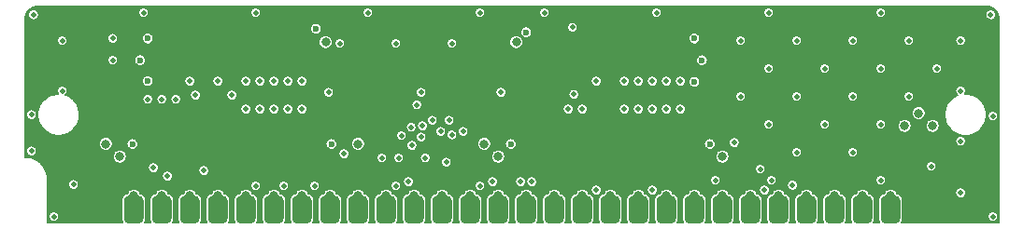
<source format=gbl>
G04 #@! TF.GenerationSoftware,KiCad,Pcbnew,(5.1.10-1-10_14)*
G04 #@! TF.CreationDate,2021-06-21T04:47:16-04:00*
G04 #@! TF.ProjectId,GW4190-SOJ,47573431-3930-42d5-934f-4a2e6b696361,2.0-SOJ*
G04 #@! TF.SameCoordinates,Original*
G04 #@! TF.FileFunction,Copper,L4,Bot*
G04 #@! TF.FilePolarity,Positive*
%FSLAX46Y46*%
G04 Gerber Fmt 4.6, Leading zero omitted, Abs format (unit mm)*
G04 Created by KiCad (PCBNEW (5.1.10-1-10_14)) date 2021-06-21 04:47:16*
%MOMM*%
%LPD*%
G01*
G04 APERTURE LIST*
G04 #@! TA.AperFunction,ComponentPad*
%ADD10C,0.800000*%
G04 #@! TD*
G04 #@! TA.AperFunction,ViaPad*
%ADD11C,0.800000*%
G04 #@! TD*
G04 #@! TA.AperFunction,ViaPad*
%ADD12C,1.000000*%
G04 #@! TD*
G04 #@! TA.AperFunction,ViaPad*
%ADD13C,0.600000*%
G04 #@! TD*
G04 #@! TA.AperFunction,ViaPad*
%ADD14C,0.508000*%
G04 #@! TD*
G04 #@! TA.AperFunction,Conductor*
%ADD15C,0.152400*%
G04 #@! TD*
G04 #@! TA.AperFunction,Conductor*
%ADD16C,0.100000*%
G04 #@! TD*
G04 APERTURE END LIST*
G04 #@! TA.AperFunction,SMDPad,CuDef*
G36*
G01*
X82931000Y-100901500D02*
X82931000Y-99250500D01*
G75*
G02*
X83375500Y-98806000I444500J0D01*
G01*
X84264500Y-98806000D01*
G75*
G02*
X84709000Y-99250500I0J-444500D01*
G01*
X84709000Y-100901500D01*
G75*
G02*
X84264500Y-101346000I-444500J0D01*
G01*
X83375500Y-101346000D01*
G75*
G02*
X82931000Y-100901500I0J444500D01*
G01*
G37*
G04 #@! TD.AperFunction*
G04 #@! TA.AperFunction,SMDPad,CuDef*
G36*
G01*
X85471000Y-100901500D02*
X85471000Y-99250500D01*
G75*
G02*
X85915500Y-98806000I444500J0D01*
G01*
X86804500Y-98806000D01*
G75*
G02*
X87249000Y-99250500I0J-444500D01*
G01*
X87249000Y-100901500D01*
G75*
G02*
X86804500Y-101346000I-444500J0D01*
G01*
X85915500Y-101346000D01*
G75*
G02*
X85471000Y-100901500I0J444500D01*
G01*
G37*
G04 #@! TD.AperFunction*
G04 #@! TA.AperFunction,SMDPad,CuDef*
G36*
G01*
X88011000Y-100901500D02*
X88011000Y-99250500D01*
G75*
G02*
X88455500Y-98806000I444500J0D01*
G01*
X89344500Y-98806000D01*
G75*
G02*
X89789000Y-99250500I0J-444500D01*
G01*
X89789000Y-100901500D01*
G75*
G02*
X89344500Y-101346000I-444500J0D01*
G01*
X88455500Y-101346000D01*
G75*
G02*
X88011000Y-100901500I0J444500D01*
G01*
G37*
G04 #@! TD.AperFunction*
G04 #@! TA.AperFunction,SMDPad,CuDef*
G36*
G01*
X90551000Y-100901500D02*
X90551000Y-99250500D01*
G75*
G02*
X90995500Y-98806000I444500J0D01*
G01*
X91884500Y-98806000D01*
G75*
G02*
X92329000Y-99250500I0J-444500D01*
G01*
X92329000Y-100901500D01*
G75*
G02*
X91884500Y-101346000I-444500J0D01*
G01*
X90995500Y-101346000D01*
G75*
G02*
X90551000Y-100901500I0J444500D01*
G01*
G37*
G04 #@! TD.AperFunction*
G04 #@! TA.AperFunction,SMDPad,CuDef*
G36*
G01*
X93091000Y-100901500D02*
X93091000Y-99250500D01*
G75*
G02*
X93535500Y-98806000I444500J0D01*
G01*
X94424500Y-98806000D01*
G75*
G02*
X94869000Y-99250500I0J-444500D01*
G01*
X94869000Y-100901500D01*
G75*
G02*
X94424500Y-101346000I-444500J0D01*
G01*
X93535500Y-101346000D01*
G75*
G02*
X93091000Y-100901500I0J444500D01*
G01*
G37*
G04 #@! TD.AperFunction*
G04 #@! TA.AperFunction,SMDPad,CuDef*
G36*
G01*
X95631000Y-100901500D02*
X95631000Y-99250500D01*
G75*
G02*
X96075500Y-98806000I444500J0D01*
G01*
X96964500Y-98806000D01*
G75*
G02*
X97409000Y-99250500I0J-444500D01*
G01*
X97409000Y-100901500D01*
G75*
G02*
X96964500Y-101346000I-444500J0D01*
G01*
X96075500Y-101346000D01*
G75*
G02*
X95631000Y-100901500I0J444500D01*
G01*
G37*
G04 #@! TD.AperFunction*
G04 #@! TA.AperFunction,SMDPad,CuDef*
G36*
G01*
X98171000Y-100901500D02*
X98171000Y-99250500D01*
G75*
G02*
X98615500Y-98806000I444500J0D01*
G01*
X99504500Y-98806000D01*
G75*
G02*
X99949000Y-99250500I0J-444500D01*
G01*
X99949000Y-100901500D01*
G75*
G02*
X99504500Y-101346000I-444500J0D01*
G01*
X98615500Y-101346000D01*
G75*
G02*
X98171000Y-100901500I0J444500D01*
G01*
G37*
G04 #@! TD.AperFunction*
G04 #@! TA.AperFunction,SMDPad,CuDef*
G36*
G01*
X100711000Y-100901500D02*
X100711000Y-99250500D01*
G75*
G02*
X101155500Y-98806000I444500J0D01*
G01*
X102044500Y-98806000D01*
G75*
G02*
X102489000Y-99250500I0J-444500D01*
G01*
X102489000Y-100901500D01*
G75*
G02*
X102044500Y-101346000I-444500J0D01*
G01*
X101155500Y-101346000D01*
G75*
G02*
X100711000Y-100901500I0J444500D01*
G01*
G37*
G04 #@! TD.AperFunction*
G04 #@! TA.AperFunction,SMDPad,CuDef*
G36*
G01*
X103251000Y-100901500D02*
X103251000Y-99250500D01*
G75*
G02*
X103695500Y-98806000I444500J0D01*
G01*
X104584500Y-98806000D01*
G75*
G02*
X105029000Y-99250500I0J-444500D01*
G01*
X105029000Y-100901500D01*
G75*
G02*
X104584500Y-101346000I-444500J0D01*
G01*
X103695500Y-101346000D01*
G75*
G02*
X103251000Y-100901500I0J444500D01*
G01*
G37*
G04 #@! TD.AperFunction*
G04 #@! TA.AperFunction,SMDPad,CuDef*
G36*
G01*
X105791000Y-100901500D02*
X105791000Y-99250500D01*
G75*
G02*
X106235500Y-98806000I444500J0D01*
G01*
X107124500Y-98806000D01*
G75*
G02*
X107569000Y-99250500I0J-444500D01*
G01*
X107569000Y-100901500D01*
G75*
G02*
X107124500Y-101346000I-444500J0D01*
G01*
X106235500Y-101346000D01*
G75*
G02*
X105791000Y-100901500I0J444500D01*
G01*
G37*
G04 #@! TD.AperFunction*
G04 #@! TA.AperFunction,SMDPad,CuDef*
G36*
G01*
X108331000Y-100901500D02*
X108331000Y-99250500D01*
G75*
G02*
X108775500Y-98806000I444500J0D01*
G01*
X109664500Y-98806000D01*
G75*
G02*
X110109000Y-99250500I0J-444500D01*
G01*
X110109000Y-100901500D01*
G75*
G02*
X109664500Y-101346000I-444500J0D01*
G01*
X108775500Y-101346000D01*
G75*
G02*
X108331000Y-100901500I0J444500D01*
G01*
G37*
G04 #@! TD.AperFunction*
G04 #@! TA.AperFunction,SMDPad,CuDef*
G36*
G01*
X110871000Y-100901500D02*
X110871000Y-99250500D01*
G75*
G02*
X111315500Y-98806000I444500J0D01*
G01*
X112204500Y-98806000D01*
G75*
G02*
X112649000Y-99250500I0J-444500D01*
G01*
X112649000Y-100901500D01*
G75*
G02*
X112204500Y-101346000I-444500J0D01*
G01*
X111315500Y-101346000D01*
G75*
G02*
X110871000Y-100901500I0J444500D01*
G01*
G37*
G04 #@! TD.AperFunction*
G04 #@! TA.AperFunction,SMDPad,CuDef*
G36*
G01*
X113411000Y-100901500D02*
X113411000Y-99250500D01*
G75*
G02*
X113855500Y-98806000I444500J0D01*
G01*
X114744500Y-98806000D01*
G75*
G02*
X115189000Y-99250500I0J-444500D01*
G01*
X115189000Y-100901500D01*
G75*
G02*
X114744500Y-101346000I-444500J0D01*
G01*
X113855500Y-101346000D01*
G75*
G02*
X113411000Y-100901500I0J444500D01*
G01*
G37*
G04 #@! TD.AperFunction*
G04 #@! TA.AperFunction,SMDPad,CuDef*
G36*
G01*
X115951000Y-100901500D02*
X115951000Y-99250500D01*
G75*
G02*
X116395500Y-98806000I444500J0D01*
G01*
X117284500Y-98806000D01*
G75*
G02*
X117729000Y-99250500I0J-444500D01*
G01*
X117729000Y-100901500D01*
G75*
G02*
X117284500Y-101346000I-444500J0D01*
G01*
X116395500Y-101346000D01*
G75*
G02*
X115951000Y-100901500I0J444500D01*
G01*
G37*
G04 #@! TD.AperFunction*
G04 #@! TA.AperFunction,SMDPad,CuDef*
G36*
G01*
X118491000Y-100901500D02*
X118491000Y-99250500D01*
G75*
G02*
X118935500Y-98806000I444500J0D01*
G01*
X119824500Y-98806000D01*
G75*
G02*
X120269000Y-99250500I0J-444500D01*
G01*
X120269000Y-100901500D01*
G75*
G02*
X119824500Y-101346000I-444500J0D01*
G01*
X118935500Y-101346000D01*
G75*
G02*
X118491000Y-100901500I0J444500D01*
G01*
G37*
G04 #@! TD.AperFunction*
G04 #@! TA.AperFunction,SMDPad,CuDef*
G36*
G01*
X121031000Y-100901500D02*
X121031000Y-99250500D01*
G75*
G02*
X121475500Y-98806000I444500J0D01*
G01*
X122364500Y-98806000D01*
G75*
G02*
X122809000Y-99250500I0J-444500D01*
G01*
X122809000Y-100901500D01*
G75*
G02*
X122364500Y-101346000I-444500J0D01*
G01*
X121475500Y-101346000D01*
G75*
G02*
X121031000Y-100901500I0J444500D01*
G01*
G37*
G04 #@! TD.AperFunction*
G04 #@! TA.AperFunction,SMDPad,CuDef*
G36*
G01*
X123571000Y-100901500D02*
X123571000Y-99250500D01*
G75*
G02*
X124015500Y-98806000I444500J0D01*
G01*
X124904500Y-98806000D01*
G75*
G02*
X125349000Y-99250500I0J-444500D01*
G01*
X125349000Y-100901500D01*
G75*
G02*
X124904500Y-101346000I-444500J0D01*
G01*
X124015500Y-101346000D01*
G75*
G02*
X123571000Y-100901500I0J444500D01*
G01*
G37*
G04 #@! TD.AperFunction*
G04 #@! TA.AperFunction,SMDPad,CuDef*
G36*
G01*
X126111000Y-100901500D02*
X126111000Y-99250500D01*
G75*
G02*
X126555500Y-98806000I444500J0D01*
G01*
X127444500Y-98806000D01*
G75*
G02*
X127889000Y-99250500I0J-444500D01*
G01*
X127889000Y-100901500D01*
G75*
G02*
X127444500Y-101346000I-444500J0D01*
G01*
X126555500Y-101346000D01*
G75*
G02*
X126111000Y-100901500I0J444500D01*
G01*
G37*
G04 #@! TD.AperFunction*
G04 #@! TA.AperFunction,SMDPad,CuDef*
G36*
G01*
X128651000Y-100901500D02*
X128651000Y-99250500D01*
G75*
G02*
X129095500Y-98806000I444500J0D01*
G01*
X129984500Y-98806000D01*
G75*
G02*
X130429000Y-99250500I0J-444500D01*
G01*
X130429000Y-100901500D01*
G75*
G02*
X129984500Y-101346000I-444500J0D01*
G01*
X129095500Y-101346000D01*
G75*
G02*
X128651000Y-100901500I0J444500D01*
G01*
G37*
G04 #@! TD.AperFunction*
G04 #@! TA.AperFunction,SMDPad,CuDef*
G36*
G01*
X131191000Y-100901500D02*
X131191000Y-99250500D01*
G75*
G02*
X131635500Y-98806000I444500J0D01*
G01*
X132524500Y-98806000D01*
G75*
G02*
X132969000Y-99250500I0J-444500D01*
G01*
X132969000Y-100901500D01*
G75*
G02*
X132524500Y-101346000I-444500J0D01*
G01*
X131635500Y-101346000D01*
G75*
G02*
X131191000Y-100901500I0J444500D01*
G01*
G37*
G04 #@! TD.AperFunction*
G04 #@! TA.AperFunction,SMDPad,CuDef*
G36*
G01*
X133731000Y-100901500D02*
X133731000Y-99250500D01*
G75*
G02*
X134175500Y-98806000I444500J0D01*
G01*
X135064500Y-98806000D01*
G75*
G02*
X135509000Y-99250500I0J-444500D01*
G01*
X135509000Y-100901500D01*
G75*
G02*
X135064500Y-101346000I-444500J0D01*
G01*
X134175500Y-101346000D01*
G75*
G02*
X133731000Y-100901500I0J444500D01*
G01*
G37*
G04 #@! TD.AperFunction*
G04 #@! TA.AperFunction,SMDPad,CuDef*
G36*
G01*
X136271000Y-100901500D02*
X136271000Y-99250500D01*
G75*
G02*
X136715500Y-98806000I444500J0D01*
G01*
X137604500Y-98806000D01*
G75*
G02*
X138049000Y-99250500I0J-444500D01*
G01*
X138049000Y-100901500D01*
G75*
G02*
X137604500Y-101346000I-444500J0D01*
G01*
X136715500Y-101346000D01*
G75*
G02*
X136271000Y-100901500I0J444500D01*
G01*
G37*
G04 #@! TD.AperFunction*
G04 #@! TA.AperFunction,SMDPad,CuDef*
G36*
G01*
X138811000Y-100901500D02*
X138811000Y-99250500D01*
G75*
G02*
X139255500Y-98806000I444500J0D01*
G01*
X140144500Y-98806000D01*
G75*
G02*
X140589000Y-99250500I0J-444500D01*
G01*
X140589000Y-100901500D01*
G75*
G02*
X140144500Y-101346000I-444500J0D01*
G01*
X139255500Y-101346000D01*
G75*
G02*
X138811000Y-100901500I0J444500D01*
G01*
G37*
G04 #@! TD.AperFunction*
G04 #@! TA.AperFunction,SMDPad,CuDef*
G36*
G01*
X141351000Y-100901500D02*
X141351000Y-99250500D01*
G75*
G02*
X141795500Y-98806000I444500J0D01*
G01*
X142684500Y-98806000D01*
G75*
G02*
X143129000Y-99250500I0J-444500D01*
G01*
X143129000Y-100901500D01*
G75*
G02*
X142684500Y-101346000I-444500J0D01*
G01*
X141795500Y-101346000D01*
G75*
G02*
X141351000Y-100901500I0J444500D01*
G01*
G37*
G04 #@! TD.AperFunction*
G04 #@! TA.AperFunction,SMDPad,CuDef*
G36*
G01*
X143891000Y-100901500D02*
X143891000Y-99250500D01*
G75*
G02*
X144335500Y-98806000I444500J0D01*
G01*
X145224500Y-98806000D01*
G75*
G02*
X145669000Y-99250500I0J-444500D01*
G01*
X145669000Y-100901500D01*
G75*
G02*
X145224500Y-101346000I-444500J0D01*
G01*
X144335500Y-101346000D01*
G75*
G02*
X143891000Y-100901500I0J444500D01*
G01*
G37*
G04 #@! TD.AperFunction*
G04 #@! TA.AperFunction,SMDPad,CuDef*
G36*
G01*
X146431000Y-100901500D02*
X146431000Y-99250500D01*
G75*
G02*
X146875500Y-98806000I444500J0D01*
G01*
X147764500Y-98806000D01*
G75*
G02*
X148209000Y-99250500I0J-444500D01*
G01*
X148209000Y-100901500D01*
G75*
G02*
X147764500Y-101346000I-444500J0D01*
G01*
X146875500Y-101346000D01*
G75*
G02*
X146431000Y-100901500I0J444500D01*
G01*
G37*
G04 #@! TD.AperFunction*
G04 #@! TA.AperFunction,SMDPad,CuDef*
G36*
G01*
X148971000Y-100901500D02*
X148971000Y-99250500D01*
G75*
G02*
X149415500Y-98806000I444500J0D01*
G01*
X150304500Y-98806000D01*
G75*
G02*
X150749000Y-99250500I0J-444500D01*
G01*
X150749000Y-100901500D01*
G75*
G02*
X150304500Y-101346000I-444500J0D01*
G01*
X149415500Y-101346000D01*
G75*
G02*
X148971000Y-100901500I0J444500D01*
G01*
G37*
G04 #@! TD.AperFunction*
G04 #@! TA.AperFunction,SMDPad,CuDef*
G36*
G01*
X151511000Y-100901500D02*
X151511000Y-99250500D01*
G75*
G02*
X151955500Y-98806000I444500J0D01*
G01*
X152844500Y-98806000D01*
G75*
G02*
X153289000Y-99250500I0J-444500D01*
G01*
X153289000Y-100901500D01*
G75*
G02*
X152844500Y-101346000I-444500J0D01*
G01*
X151955500Y-101346000D01*
G75*
G02*
X151511000Y-100901500I0J444500D01*
G01*
G37*
G04 #@! TD.AperFunction*
G04 #@! TA.AperFunction,SMDPad,CuDef*
G36*
G01*
X154051000Y-100901500D02*
X154051000Y-99250500D01*
G75*
G02*
X154495500Y-98806000I444500J0D01*
G01*
X155384500Y-98806000D01*
G75*
G02*
X155829000Y-99250500I0J-444500D01*
G01*
X155829000Y-100901500D01*
G75*
G02*
X155384500Y-101346000I-444500J0D01*
G01*
X154495500Y-101346000D01*
G75*
G02*
X154051000Y-100901500I0J444500D01*
G01*
G37*
G04 #@! TD.AperFunction*
G04 #@! TA.AperFunction,SMDPad,CuDef*
G36*
G01*
X156591000Y-100901500D02*
X156591000Y-99250500D01*
G75*
G02*
X157035500Y-98806000I444500J0D01*
G01*
X157924500Y-98806000D01*
G75*
G02*
X158369000Y-99250500I0J-444500D01*
G01*
X158369000Y-100901500D01*
G75*
G02*
X157924500Y-101346000I-444500J0D01*
G01*
X157035500Y-101346000D01*
G75*
G02*
X156591000Y-100901500I0J444500D01*
G01*
G37*
G04 #@! TD.AperFunction*
D10*
X88900000Y-98806000D03*
X86360000Y-98806000D03*
X83820000Y-98806000D03*
X93980000Y-98806000D03*
X91440000Y-98806000D03*
X96520000Y-98806000D03*
X99060000Y-98806000D03*
X104140000Y-98806000D03*
X101600000Y-98806000D03*
X109220000Y-98806000D03*
X106680000Y-98806000D03*
X111760000Y-98806000D03*
X116840000Y-98806000D03*
X114300000Y-98806000D03*
X119380000Y-98806000D03*
X124460000Y-98806000D03*
X121920000Y-98806000D03*
X127000000Y-98806000D03*
X149860000Y-98806000D03*
X147320000Y-98806000D03*
X152400000Y-98806000D03*
X134620000Y-98806000D03*
X132080000Y-98806000D03*
X137160000Y-98806000D03*
X142240000Y-98806000D03*
X139700000Y-98806000D03*
X144780000Y-98806000D03*
X129540000Y-98806000D03*
X154940000Y-98806000D03*
X157480000Y-98806000D03*
D11*
X156210000Y-94107000D03*
X158750000Y-94107000D03*
D12*
X157480000Y-95377000D03*
D13*
X121920000Y-90932000D03*
D14*
X159131000Y-82169000D03*
X148971000Y-82169000D03*
X92329000Y-82169000D03*
X102489000Y-82169000D03*
X138811000Y-82169000D03*
X128651000Y-82169000D03*
X112649000Y-82169000D03*
X82169000Y-82169000D03*
X77089000Y-86995000D03*
X164211000Y-86995000D03*
X164211000Y-96139000D03*
X78994000Y-94742000D03*
D13*
X137160000Y-90868500D03*
X137160000Y-94805500D03*
D11*
X83820000Y-92456000D03*
X85090000Y-91313000D03*
X105410000Y-91313000D03*
X119380000Y-91313000D03*
X117729000Y-91821000D03*
X106807000Y-92075000D03*
X139700000Y-91186000D03*
D14*
X140779500Y-92519500D03*
D13*
X121920000Y-94805500D03*
X87630000Y-94805500D03*
X87630000Y-90868500D03*
X102870000Y-90868500D03*
D14*
X146050000Y-97853500D03*
X125730000Y-90932000D03*
X115189000Y-93281500D03*
X127000000Y-90932000D03*
X112522000Y-92456000D03*
X91440000Y-88392000D03*
X84450000Y-86500000D03*
D11*
X83820000Y-94107000D03*
X85090000Y-95250000D03*
X106680000Y-94107000D03*
X118110000Y-94107000D03*
X119380000Y-95250000D03*
D14*
X105410000Y-94996000D03*
D11*
X139700000Y-95250000D03*
D14*
X140779500Y-93980000D03*
D13*
X138557000Y-94107000D03*
D14*
X164211000Y-91567000D03*
X77089000Y-91440000D03*
X151511000Y-89789000D03*
X156591000Y-89789000D03*
X146431000Y-89789000D03*
X141351000Y-89789000D03*
X143891000Y-92329000D03*
X148971000Y-92329000D03*
X143891000Y-87249000D03*
X154051000Y-87249000D03*
X159131000Y-87249000D03*
X148971000Y-87249000D03*
X151511000Y-94869000D03*
X154051000Y-97409000D03*
X146431000Y-94869000D03*
X141351000Y-84709000D03*
X151511000Y-84709000D03*
X146431000Y-84709000D03*
X156591000Y-84709000D03*
X161290000Y-84709000D03*
D11*
X121031000Y-84836000D03*
X103759000Y-84836000D03*
D14*
X108839000Y-95377000D03*
X95250000Y-89662000D03*
X112395000Y-89408000D03*
X119634000Y-89408000D03*
X92710000Y-96520000D03*
X111252000Y-97536000D03*
X117729000Y-97917000D03*
X118872000Y-97536000D03*
X139065000Y-97409000D03*
X89408000Y-97028000D03*
X88138000Y-96266000D03*
X143510000Y-98298000D03*
X114681000Y-95758000D03*
X144145000Y-97409000D03*
X143129000Y-96393000D03*
X112014000Y-90551000D03*
X88900000Y-90043000D03*
X87630000Y-90043000D03*
X90170000Y-90043000D03*
X91948000Y-89662000D03*
X126238000Y-89598500D03*
X121412000Y-97536000D03*
X122428000Y-97536000D03*
X77279500Y-82359500D03*
X164020500Y-82359500D03*
X164211000Y-100711000D03*
X79121000Y-100711000D03*
X77089000Y-94742000D03*
X79883000Y-84709000D03*
X161290000Y-89281000D03*
X161290000Y-93853000D03*
X161290000Y-98552000D03*
X80899000Y-97790000D03*
X79883000Y-89281000D03*
X133350000Y-98298000D03*
X110109000Y-97917000D03*
X102743000Y-97917000D03*
X99949000Y-97917000D03*
X97409000Y-97917000D03*
X128270000Y-98298000D03*
X158623000Y-96139000D03*
X113411000Y-91948000D03*
X116205000Y-92964000D03*
X114935000Y-91948000D03*
X114173000Y-92964000D03*
X112395000Y-93472000D03*
X112776000Y-95377000D03*
X110363000Y-95377000D03*
X111506000Y-92583000D03*
X110617000Y-93345000D03*
X111569500Y-94234000D03*
X104013000Y-89408000D03*
D11*
X156210000Y-92456000D03*
X158750000Y-92456000D03*
D14*
X84450000Y-84500000D03*
D13*
X87630000Y-88392000D03*
D11*
X157480000Y-91313000D03*
D14*
X154051000Y-82169000D03*
X87249000Y-82169000D03*
X97409000Y-82169000D03*
X143891000Y-82169000D03*
X133731000Y-82169000D03*
X107569000Y-82169000D03*
X117729000Y-82169000D03*
X123571000Y-82169000D03*
X110109000Y-84963000D03*
X105029000Y-84963000D03*
X115189000Y-84963000D03*
X126111000Y-83502500D03*
X154051000Y-92329000D03*
D13*
X102870000Y-83629500D03*
X87630000Y-84518500D03*
X86931500Y-86487000D03*
X121920000Y-83947000D03*
X137160000Y-84518500D03*
X137858500Y-86487000D03*
X137160000Y-88455500D03*
X120523000Y-94107000D03*
X104267000Y-94107000D03*
X86233000Y-94107000D03*
D14*
X132080000Y-90932000D03*
X100330000Y-90932000D03*
X133350000Y-90932000D03*
X99060000Y-90932000D03*
X134620000Y-90932000D03*
X97790000Y-90932000D03*
X135890000Y-90932000D03*
X96520000Y-90932000D03*
X93980000Y-88392000D03*
X135890000Y-88392000D03*
X134620000Y-88392000D03*
X96520000Y-88392000D03*
X97790000Y-88392000D03*
X133350000Y-88392000D03*
X99060000Y-88392000D03*
X132080000Y-88392000D03*
X100330000Y-88392000D03*
X130810000Y-88392000D03*
X130810000Y-90932000D03*
X101600000Y-90932000D03*
X101600000Y-88392000D03*
X128270000Y-88392000D03*
D15*
X163807884Y-81632912D02*
X164030929Y-81700254D01*
X164236653Y-81809639D01*
X164417209Y-81956896D01*
X164565723Y-82136420D01*
X164676544Y-82341378D01*
X164745441Y-82563947D01*
X164771400Y-82810934D01*
X164771401Y-101271400D01*
X155947578Y-101271400D01*
X156007385Y-101159507D01*
X156045751Y-101033031D01*
X156058706Y-100901500D01*
X156058706Y-100663468D01*
X163728400Y-100663468D01*
X163728400Y-100758532D01*
X163746946Y-100851769D01*
X163783326Y-100939597D01*
X163836140Y-101018640D01*
X163903360Y-101085860D01*
X163982403Y-101138674D01*
X164070231Y-101175054D01*
X164163468Y-101193600D01*
X164258532Y-101193600D01*
X164351769Y-101175054D01*
X164439597Y-101138674D01*
X164518640Y-101085860D01*
X164585860Y-101018640D01*
X164638674Y-100939597D01*
X164675054Y-100851769D01*
X164693600Y-100758532D01*
X164693600Y-100663468D01*
X164675054Y-100570231D01*
X164638674Y-100482403D01*
X164585860Y-100403360D01*
X164518640Y-100336140D01*
X164439597Y-100283326D01*
X164351769Y-100246946D01*
X164258532Y-100228400D01*
X164163468Y-100228400D01*
X164070231Y-100246946D01*
X163982403Y-100283326D01*
X163903360Y-100336140D01*
X163836140Y-100403360D01*
X163783326Y-100482403D01*
X163746946Y-100570231D01*
X163728400Y-100663468D01*
X156058706Y-100663468D01*
X156058706Y-99250500D01*
X156045751Y-99118969D01*
X156007385Y-98992493D01*
X155945082Y-98875931D01*
X155861236Y-98773764D01*
X155759069Y-98689918D01*
X155642507Y-98627615D01*
X155532707Y-98594308D01*
X155497059Y-98508246D01*
X155494535Y-98504468D01*
X160807400Y-98504468D01*
X160807400Y-98599532D01*
X160825946Y-98692769D01*
X160862326Y-98780597D01*
X160915140Y-98859640D01*
X160982360Y-98926860D01*
X161061403Y-98979674D01*
X161149231Y-99016054D01*
X161242468Y-99034600D01*
X161337532Y-99034600D01*
X161430769Y-99016054D01*
X161518597Y-98979674D01*
X161597640Y-98926860D01*
X161664860Y-98859640D01*
X161717674Y-98780597D01*
X161754054Y-98692769D01*
X161772600Y-98599532D01*
X161772600Y-98504468D01*
X161754054Y-98411231D01*
X161717674Y-98323403D01*
X161664860Y-98244360D01*
X161597640Y-98177140D01*
X161518597Y-98124326D01*
X161430769Y-98087946D01*
X161337532Y-98069400D01*
X161242468Y-98069400D01*
X161149231Y-98087946D01*
X161061403Y-98124326D01*
X160982360Y-98177140D01*
X160915140Y-98244360D01*
X160862326Y-98323403D01*
X160825946Y-98411231D01*
X160807400Y-98504468D01*
X155494535Y-98504468D01*
X155428266Y-98405291D01*
X155340709Y-98317734D01*
X155237754Y-98248941D01*
X155123356Y-98201556D01*
X155001912Y-98177400D01*
X154878088Y-98177400D01*
X154756644Y-98201556D01*
X154642246Y-98248941D01*
X154539291Y-98317734D01*
X154451734Y-98405291D01*
X154382941Y-98508246D01*
X154347293Y-98594308D01*
X154237493Y-98627615D01*
X154120931Y-98689918D01*
X154018764Y-98773764D01*
X153934918Y-98875931D01*
X153872615Y-98992493D01*
X153834249Y-99118969D01*
X153821294Y-99250500D01*
X153821294Y-100901500D01*
X153834249Y-101033031D01*
X153872615Y-101159507D01*
X153932422Y-101271400D01*
X153407578Y-101271400D01*
X153467385Y-101159507D01*
X153505751Y-101033031D01*
X153518706Y-100901500D01*
X153518706Y-99250500D01*
X153505751Y-99118969D01*
X153467385Y-98992493D01*
X153405082Y-98875931D01*
X153321236Y-98773764D01*
X153219069Y-98689918D01*
X153102507Y-98627615D01*
X152992707Y-98594308D01*
X152957059Y-98508246D01*
X152888266Y-98405291D01*
X152800709Y-98317734D01*
X152697754Y-98248941D01*
X152583356Y-98201556D01*
X152461912Y-98177400D01*
X152338088Y-98177400D01*
X152216644Y-98201556D01*
X152102246Y-98248941D01*
X151999291Y-98317734D01*
X151911734Y-98405291D01*
X151842941Y-98508246D01*
X151807293Y-98594308D01*
X151697493Y-98627615D01*
X151580931Y-98689918D01*
X151478764Y-98773764D01*
X151394918Y-98875931D01*
X151332615Y-98992493D01*
X151294249Y-99118969D01*
X151281294Y-99250500D01*
X151281294Y-100901500D01*
X151294249Y-101033031D01*
X151332615Y-101159507D01*
X151392422Y-101271400D01*
X150867578Y-101271400D01*
X150927385Y-101159507D01*
X150965751Y-101033031D01*
X150978706Y-100901500D01*
X150978706Y-99250500D01*
X150965751Y-99118969D01*
X150927385Y-98992493D01*
X150865082Y-98875931D01*
X150781236Y-98773764D01*
X150679069Y-98689918D01*
X150562507Y-98627615D01*
X150452707Y-98594308D01*
X150417059Y-98508246D01*
X150348266Y-98405291D01*
X150260709Y-98317734D01*
X150157754Y-98248941D01*
X150043356Y-98201556D01*
X149921912Y-98177400D01*
X149798088Y-98177400D01*
X149676644Y-98201556D01*
X149562246Y-98248941D01*
X149459291Y-98317734D01*
X149371734Y-98405291D01*
X149302941Y-98508246D01*
X149267293Y-98594308D01*
X149157493Y-98627615D01*
X149040931Y-98689918D01*
X148938764Y-98773764D01*
X148854918Y-98875931D01*
X148792615Y-98992493D01*
X148754249Y-99118969D01*
X148741294Y-99250500D01*
X148741294Y-100901500D01*
X148754249Y-101033031D01*
X148792615Y-101159507D01*
X148852422Y-101271400D01*
X148327578Y-101271400D01*
X148387385Y-101159507D01*
X148425751Y-101033031D01*
X148438706Y-100901500D01*
X148438706Y-99250500D01*
X148425751Y-99118969D01*
X148387385Y-98992493D01*
X148325082Y-98875931D01*
X148241236Y-98773764D01*
X148139069Y-98689918D01*
X148022507Y-98627615D01*
X147912707Y-98594308D01*
X147877059Y-98508246D01*
X147808266Y-98405291D01*
X147720709Y-98317734D01*
X147617754Y-98248941D01*
X147503356Y-98201556D01*
X147381912Y-98177400D01*
X147258088Y-98177400D01*
X147136644Y-98201556D01*
X147022246Y-98248941D01*
X146919291Y-98317734D01*
X146831734Y-98405291D01*
X146762941Y-98508246D01*
X146727293Y-98594308D01*
X146617493Y-98627615D01*
X146500931Y-98689918D01*
X146398764Y-98773764D01*
X146314918Y-98875931D01*
X146252615Y-98992493D01*
X146214249Y-99118969D01*
X146201294Y-99250500D01*
X146201294Y-100901500D01*
X146214249Y-101033031D01*
X146252615Y-101159507D01*
X146312422Y-101271400D01*
X145787578Y-101271400D01*
X145847385Y-101159507D01*
X145885751Y-101033031D01*
X145898706Y-100901500D01*
X145898706Y-99250500D01*
X145885751Y-99118969D01*
X145847385Y-98992493D01*
X145785082Y-98875931D01*
X145701236Y-98773764D01*
X145599069Y-98689918D01*
X145482507Y-98627615D01*
X145372707Y-98594308D01*
X145337059Y-98508246D01*
X145268266Y-98405291D01*
X145180709Y-98317734D01*
X145077754Y-98248941D01*
X144963356Y-98201556D01*
X144841912Y-98177400D01*
X144718088Y-98177400D01*
X144596644Y-98201556D01*
X144482246Y-98248941D01*
X144379291Y-98317734D01*
X144291734Y-98405291D01*
X144222941Y-98508246D01*
X144187293Y-98594308D01*
X144077493Y-98627615D01*
X143960931Y-98689918D01*
X143858764Y-98773764D01*
X143774918Y-98875931D01*
X143712615Y-98992493D01*
X143674249Y-99118969D01*
X143661294Y-99250500D01*
X143661294Y-100901500D01*
X143674249Y-101033031D01*
X143712615Y-101159507D01*
X143772422Y-101271400D01*
X143247578Y-101271400D01*
X143307385Y-101159507D01*
X143345751Y-101033031D01*
X143358706Y-100901500D01*
X143358706Y-99250500D01*
X143345751Y-99118969D01*
X143307385Y-98992493D01*
X143245082Y-98875931D01*
X143161236Y-98773764D01*
X143059069Y-98689918D01*
X142942507Y-98627615D01*
X142832707Y-98594308D01*
X142797059Y-98508246D01*
X142728266Y-98405291D01*
X142640709Y-98317734D01*
X142540040Y-98250468D01*
X143027400Y-98250468D01*
X143027400Y-98345532D01*
X143045946Y-98438769D01*
X143082326Y-98526597D01*
X143135140Y-98605640D01*
X143202360Y-98672860D01*
X143281403Y-98725674D01*
X143369231Y-98762054D01*
X143462468Y-98780600D01*
X143557532Y-98780600D01*
X143650769Y-98762054D01*
X143738597Y-98725674D01*
X143817640Y-98672860D01*
X143884860Y-98605640D01*
X143937674Y-98526597D01*
X143974054Y-98438769D01*
X143992600Y-98345532D01*
X143992600Y-98250468D01*
X143974054Y-98157231D01*
X143937674Y-98069403D01*
X143884860Y-97990360D01*
X143817640Y-97923140D01*
X143738597Y-97870326D01*
X143650769Y-97833946D01*
X143557532Y-97815400D01*
X143462468Y-97815400D01*
X143369231Y-97833946D01*
X143281403Y-97870326D01*
X143202360Y-97923140D01*
X143135140Y-97990360D01*
X143082326Y-98069403D01*
X143045946Y-98157231D01*
X143027400Y-98250468D01*
X142540040Y-98250468D01*
X142537754Y-98248941D01*
X142423356Y-98201556D01*
X142301912Y-98177400D01*
X142178088Y-98177400D01*
X142056644Y-98201556D01*
X141942246Y-98248941D01*
X141839291Y-98317734D01*
X141751734Y-98405291D01*
X141682941Y-98508246D01*
X141647293Y-98594308D01*
X141537493Y-98627615D01*
X141420931Y-98689918D01*
X141318764Y-98773764D01*
X141234918Y-98875931D01*
X141172615Y-98992493D01*
X141134249Y-99118969D01*
X141121294Y-99250500D01*
X141121294Y-100901500D01*
X141134249Y-101033031D01*
X141172615Y-101159507D01*
X141232422Y-101271400D01*
X140707578Y-101271400D01*
X140767385Y-101159507D01*
X140805751Y-101033031D01*
X140818706Y-100901500D01*
X140818706Y-99250500D01*
X140805751Y-99118969D01*
X140767385Y-98992493D01*
X140705082Y-98875931D01*
X140621236Y-98773764D01*
X140519069Y-98689918D01*
X140402507Y-98627615D01*
X140292707Y-98594308D01*
X140257059Y-98508246D01*
X140188266Y-98405291D01*
X140100709Y-98317734D01*
X139997754Y-98248941D01*
X139883356Y-98201556D01*
X139761912Y-98177400D01*
X139638088Y-98177400D01*
X139516644Y-98201556D01*
X139402246Y-98248941D01*
X139299291Y-98317734D01*
X139211734Y-98405291D01*
X139142941Y-98508246D01*
X139107293Y-98594308D01*
X138997493Y-98627615D01*
X138880931Y-98689918D01*
X138778764Y-98773764D01*
X138694918Y-98875931D01*
X138632615Y-98992493D01*
X138594249Y-99118969D01*
X138581294Y-99250500D01*
X138581294Y-100901500D01*
X138594249Y-101033031D01*
X138632615Y-101159507D01*
X138692422Y-101271400D01*
X138167578Y-101271400D01*
X138227385Y-101159507D01*
X138265751Y-101033031D01*
X138278706Y-100901500D01*
X138278706Y-99250500D01*
X138265751Y-99118969D01*
X138227385Y-98992493D01*
X138165082Y-98875931D01*
X138081236Y-98773764D01*
X137979069Y-98689918D01*
X137862507Y-98627615D01*
X137752707Y-98594308D01*
X137717059Y-98508246D01*
X137648266Y-98405291D01*
X137560709Y-98317734D01*
X137457754Y-98248941D01*
X137343356Y-98201556D01*
X137221912Y-98177400D01*
X137098088Y-98177400D01*
X136976644Y-98201556D01*
X136862246Y-98248941D01*
X136759291Y-98317734D01*
X136671734Y-98405291D01*
X136602941Y-98508246D01*
X136567293Y-98594308D01*
X136457493Y-98627615D01*
X136340931Y-98689918D01*
X136238764Y-98773764D01*
X136154918Y-98875931D01*
X136092615Y-98992493D01*
X136054249Y-99118969D01*
X136041294Y-99250500D01*
X136041294Y-100901500D01*
X136054249Y-101033031D01*
X136092615Y-101159507D01*
X136152422Y-101271400D01*
X135627578Y-101271400D01*
X135687385Y-101159507D01*
X135725751Y-101033031D01*
X135738706Y-100901500D01*
X135738706Y-99250500D01*
X135725751Y-99118969D01*
X135687385Y-98992493D01*
X135625082Y-98875931D01*
X135541236Y-98773764D01*
X135439069Y-98689918D01*
X135322507Y-98627615D01*
X135212707Y-98594308D01*
X135177059Y-98508246D01*
X135108266Y-98405291D01*
X135020709Y-98317734D01*
X134917754Y-98248941D01*
X134803356Y-98201556D01*
X134681912Y-98177400D01*
X134558088Y-98177400D01*
X134436644Y-98201556D01*
X134322246Y-98248941D01*
X134219291Y-98317734D01*
X134131734Y-98405291D01*
X134062941Y-98508246D01*
X134027293Y-98594308D01*
X133917493Y-98627615D01*
X133800931Y-98689918D01*
X133698764Y-98773764D01*
X133614918Y-98875931D01*
X133552615Y-98992493D01*
X133514249Y-99118969D01*
X133501294Y-99250500D01*
X133501294Y-100901500D01*
X133514249Y-101033031D01*
X133552615Y-101159507D01*
X133612422Y-101271400D01*
X133087578Y-101271400D01*
X133147385Y-101159507D01*
X133185751Y-101033031D01*
X133198706Y-100901500D01*
X133198706Y-99250500D01*
X133185751Y-99118969D01*
X133147385Y-98992493D01*
X133085082Y-98875931D01*
X133001236Y-98773764D01*
X132899069Y-98689918D01*
X132782507Y-98627615D01*
X132672707Y-98594308D01*
X132637059Y-98508246D01*
X132568266Y-98405291D01*
X132480709Y-98317734D01*
X132380040Y-98250468D01*
X132867400Y-98250468D01*
X132867400Y-98345532D01*
X132885946Y-98438769D01*
X132922326Y-98526597D01*
X132975140Y-98605640D01*
X133042360Y-98672860D01*
X133121403Y-98725674D01*
X133209231Y-98762054D01*
X133302468Y-98780600D01*
X133397532Y-98780600D01*
X133490769Y-98762054D01*
X133578597Y-98725674D01*
X133657640Y-98672860D01*
X133724860Y-98605640D01*
X133777674Y-98526597D01*
X133814054Y-98438769D01*
X133832600Y-98345532D01*
X133832600Y-98250468D01*
X133814054Y-98157231D01*
X133777674Y-98069403D01*
X133724860Y-97990360D01*
X133657640Y-97923140D01*
X133578597Y-97870326D01*
X133490769Y-97833946D01*
X133397532Y-97815400D01*
X133302468Y-97815400D01*
X133209231Y-97833946D01*
X133121403Y-97870326D01*
X133042360Y-97923140D01*
X132975140Y-97990360D01*
X132922326Y-98069403D01*
X132885946Y-98157231D01*
X132867400Y-98250468D01*
X132380040Y-98250468D01*
X132377754Y-98248941D01*
X132263356Y-98201556D01*
X132141912Y-98177400D01*
X132018088Y-98177400D01*
X131896644Y-98201556D01*
X131782246Y-98248941D01*
X131679291Y-98317734D01*
X131591734Y-98405291D01*
X131522941Y-98508246D01*
X131487293Y-98594308D01*
X131377493Y-98627615D01*
X131260931Y-98689918D01*
X131158764Y-98773764D01*
X131074918Y-98875931D01*
X131012615Y-98992493D01*
X130974249Y-99118969D01*
X130961294Y-99250500D01*
X130961294Y-100901500D01*
X130974249Y-101033031D01*
X131012615Y-101159507D01*
X131072422Y-101271400D01*
X130547578Y-101271400D01*
X130607385Y-101159507D01*
X130645751Y-101033031D01*
X130658706Y-100901500D01*
X130658706Y-99250500D01*
X130645751Y-99118969D01*
X130607385Y-98992493D01*
X130545082Y-98875931D01*
X130461236Y-98773764D01*
X130359069Y-98689918D01*
X130242507Y-98627615D01*
X130132707Y-98594308D01*
X130097059Y-98508246D01*
X130028266Y-98405291D01*
X129940709Y-98317734D01*
X129837754Y-98248941D01*
X129723356Y-98201556D01*
X129601912Y-98177400D01*
X129478088Y-98177400D01*
X129356644Y-98201556D01*
X129242246Y-98248941D01*
X129139291Y-98317734D01*
X129051734Y-98405291D01*
X128982941Y-98508246D01*
X128947293Y-98594308D01*
X128837493Y-98627615D01*
X128720931Y-98689918D01*
X128618764Y-98773764D01*
X128534918Y-98875931D01*
X128472615Y-98992493D01*
X128434249Y-99118969D01*
X128421294Y-99250500D01*
X128421294Y-100901500D01*
X128434249Y-101033031D01*
X128472615Y-101159507D01*
X128532422Y-101271400D01*
X128007578Y-101271400D01*
X128067385Y-101159507D01*
X128105751Y-101033031D01*
X128118706Y-100901500D01*
X128118706Y-99250500D01*
X128105751Y-99118969D01*
X128067385Y-98992493D01*
X128005082Y-98875931D01*
X127921236Y-98773764D01*
X127819069Y-98689918D01*
X127702507Y-98627615D01*
X127592707Y-98594308D01*
X127557059Y-98508246D01*
X127488266Y-98405291D01*
X127400709Y-98317734D01*
X127300040Y-98250468D01*
X127787400Y-98250468D01*
X127787400Y-98345532D01*
X127805946Y-98438769D01*
X127842326Y-98526597D01*
X127895140Y-98605640D01*
X127962360Y-98672860D01*
X128041403Y-98725674D01*
X128129231Y-98762054D01*
X128222468Y-98780600D01*
X128317532Y-98780600D01*
X128410769Y-98762054D01*
X128498597Y-98725674D01*
X128577640Y-98672860D01*
X128644860Y-98605640D01*
X128697674Y-98526597D01*
X128734054Y-98438769D01*
X128752600Y-98345532D01*
X128752600Y-98250468D01*
X128734054Y-98157231D01*
X128697674Y-98069403D01*
X128644860Y-97990360D01*
X128577640Y-97923140D01*
X128498597Y-97870326D01*
X128410769Y-97833946D01*
X128317532Y-97815400D01*
X128222468Y-97815400D01*
X128129231Y-97833946D01*
X128041403Y-97870326D01*
X127962360Y-97923140D01*
X127895140Y-97990360D01*
X127842326Y-98069403D01*
X127805946Y-98157231D01*
X127787400Y-98250468D01*
X127300040Y-98250468D01*
X127297754Y-98248941D01*
X127183356Y-98201556D01*
X127061912Y-98177400D01*
X126938088Y-98177400D01*
X126816644Y-98201556D01*
X126702246Y-98248941D01*
X126599291Y-98317734D01*
X126511734Y-98405291D01*
X126442941Y-98508246D01*
X126407293Y-98594308D01*
X126297493Y-98627615D01*
X126180931Y-98689918D01*
X126078764Y-98773764D01*
X125994918Y-98875931D01*
X125932615Y-98992493D01*
X125894249Y-99118969D01*
X125881294Y-99250500D01*
X125881294Y-100901500D01*
X125894249Y-101033031D01*
X125932615Y-101159507D01*
X125992422Y-101271400D01*
X125467578Y-101271400D01*
X125527385Y-101159507D01*
X125565751Y-101033031D01*
X125578706Y-100901500D01*
X125578706Y-99250500D01*
X125565751Y-99118969D01*
X125527385Y-98992493D01*
X125465082Y-98875931D01*
X125381236Y-98773764D01*
X125279069Y-98689918D01*
X125162507Y-98627615D01*
X125052707Y-98594308D01*
X125017059Y-98508246D01*
X124948266Y-98405291D01*
X124860709Y-98317734D01*
X124757754Y-98248941D01*
X124643356Y-98201556D01*
X124521912Y-98177400D01*
X124398088Y-98177400D01*
X124276644Y-98201556D01*
X124162246Y-98248941D01*
X124059291Y-98317734D01*
X123971734Y-98405291D01*
X123902941Y-98508246D01*
X123867293Y-98594308D01*
X123757493Y-98627615D01*
X123640931Y-98689918D01*
X123538764Y-98773764D01*
X123454918Y-98875931D01*
X123392615Y-98992493D01*
X123354249Y-99118969D01*
X123341294Y-99250500D01*
X123341294Y-100901500D01*
X123354249Y-101033031D01*
X123392615Y-101159507D01*
X123452422Y-101271400D01*
X122927578Y-101271400D01*
X122987385Y-101159507D01*
X123025751Y-101033031D01*
X123038706Y-100901500D01*
X123038706Y-99250500D01*
X123025751Y-99118969D01*
X122987385Y-98992493D01*
X122925082Y-98875931D01*
X122841236Y-98773764D01*
X122739069Y-98689918D01*
X122622507Y-98627615D01*
X122512707Y-98594308D01*
X122477059Y-98508246D01*
X122408266Y-98405291D01*
X122320709Y-98317734D01*
X122217754Y-98248941D01*
X122103356Y-98201556D01*
X121981912Y-98177400D01*
X121858088Y-98177400D01*
X121736644Y-98201556D01*
X121622246Y-98248941D01*
X121519291Y-98317734D01*
X121431734Y-98405291D01*
X121362941Y-98508246D01*
X121327293Y-98594308D01*
X121217493Y-98627615D01*
X121100931Y-98689918D01*
X120998764Y-98773764D01*
X120914918Y-98875931D01*
X120852615Y-98992493D01*
X120814249Y-99118969D01*
X120801294Y-99250500D01*
X120801294Y-100901500D01*
X120814249Y-101033031D01*
X120852615Y-101159507D01*
X120912422Y-101271400D01*
X120387578Y-101271400D01*
X120447385Y-101159507D01*
X120485751Y-101033031D01*
X120498706Y-100901500D01*
X120498706Y-99250500D01*
X120485751Y-99118969D01*
X120447385Y-98992493D01*
X120385082Y-98875931D01*
X120301236Y-98773764D01*
X120199069Y-98689918D01*
X120082507Y-98627615D01*
X119972707Y-98594308D01*
X119937059Y-98508246D01*
X119868266Y-98405291D01*
X119780709Y-98317734D01*
X119677754Y-98248941D01*
X119563356Y-98201556D01*
X119441912Y-98177400D01*
X119318088Y-98177400D01*
X119196644Y-98201556D01*
X119082246Y-98248941D01*
X118979291Y-98317734D01*
X118891734Y-98405291D01*
X118822941Y-98508246D01*
X118787293Y-98594308D01*
X118677493Y-98627615D01*
X118560931Y-98689918D01*
X118458764Y-98773764D01*
X118374918Y-98875931D01*
X118312615Y-98992493D01*
X118274249Y-99118969D01*
X118261294Y-99250500D01*
X118261294Y-100901500D01*
X118274249Y-101033031D01*
X118312615Y-101159507D01*
X118372422Y-101271400D01*
X117847578Y-101271400D01*
X117907385Y-101159507D01*
X117945751Y-101033031D01*
X117958706Y-100901500D01*
X117958706Y-99250500D01*
X117945751Y-99118969D01*
X117907385Y-98992493D01*
X117845082Y-98875931D01*
X117761236Y-98773764D01*
X117659069Y-98689918D01*
X117542507Y-98627615D01*
X117432707Y-98594308D01*
X117397059Y-98508246D01*
X117328266Y-98405291D01*
X117240709Y-98317734D01*
X117137754Y-98248941D01*
X117023356Y-98201556D01*
X116901912Y-98177400D01*
X116778088Y-98177400D01*
X116656644Y-98201556D01*
X116542246Y-98248941D01*
X116439291Y-98317734D01*
X116351734Y-98405291D01*
X116282941Y-98508246D01*
X116247293Y-98594308D01*
X116137493Y-98627615D01*
X116020931Y-98689918D01*
X115918764Y-98773764D01*
X115834918Y-98875931D01*
X115772615Y-98992493D01*
X115734249Y-99118969D01*
X115721294Y-99250500D01*
X115721294Y-100901500D01*
X115734249Y-101033031D01*
X115772615Y-101159507D01*
X115832422Y-101271400D01*
X115307578Y-101271400D01*
X115367385Y-101159507D01*
X115405751Y-101033031D01*
X115418706Y-100901500D01*
X115418706Y-99250500D01*
X115405751Y-99118969D01*
X115367385Y-98992493D01*
X115305082Y-98875931D01*
X115221236Y-98773764D01*
X115119069Y-98689918D01*
X115002507Y-98627615D01*
X114892707Y-98594308D01*
X114857059Y-98508246D01*
X114788266Y-98405291D01*
X114700709Y-98317734D01*
X114597754Y-98248941D01*
X114483356Y-98201556D01*
X114361912Y-98177400D01*
X114238088Y-98177400D01*
X114116644Y-98201556D01*
X114002246Y-98248941D01*
X113899291Y-98317734D01*
X113811734Y-98405291D01*
X113742941Y-98508246D01*
X113707293Y-98594308D01*
X113597493Y-98627615D01*
X113480931Y-98689918D01*
X113378764Y-98773764D01*
X113294918Y-98875931D01*
X113232615Y-98992493D01*
X113194249Y-99118969D01*
X113181294Y-99250500D01*
X113181294Y-100901500D01*
X113194249Y-101033031D01*
X113232615Y-101159507D01*
X113292422Y-101271400D01*
X112767578Y-101271400D01*
X112827385Y-101159507D01*
X112865751Y-101033031D01*
X112878706Y-100901500D01*
X112878706Y-99250500D01*
X112865751Y-99118969D01*
X112827385Y-98992493D01*
X112765082Y-98875931D01*
X112681236Y-98773764D01*
X112579069Y-98689918D01*
X112462507Y-98627615D01*
X112352707Y-98594308D01*
X112317059Y-98508246D01*
X112248266Y-98405291D01*
X112160709Y-98317734D01*
X112057754Y-98248941D01*
X111943356Y-98201556D01*
X111821912Y-98177400D01*
X111698088Y-98177400D01*
X111576644Y-98201556D01*
X111462246Y-98248941D01*
X111359291Y-98317734D01*
X111271734Y-98405291D01*
X111202941Y-98508246D01*
X111167293Y-98594308D01*
X111057493Y-98627615D01*
X110940931Y-98689918D01*
X110838764Y-98773764D01*
X110754918Y-98875931D01*
X110692615Y-98992493D01*
X110654249Y-99118969D01*
X110641294Y-99250500D01*
X110641294Y-100901500D01*
X110654249Y-101033031D01*
X110692615Y-101159507D01*
X110752422Y-101271400D01*
X110227578Y-101271400D01*
X110287385Y-101159507D01*
X110325751Y-101033031D01*
X110338706Y-100901500D01*
X110338706Y-99250500D01*
X110325751Y-99118969D01*
X110287385Y-98992493D01*
X110225082Y-98875931D01*
X110141236Y-98773764D01*
X110039069Y-98689918D01*
X109922507Y-98627615D01*
X109812707Y-98594308D01*
X109777059Y-98508246D01*
X109708266Y-98405291D01*
X109620709Y-98317734D01*
X109517754Y-98248941D01*
X109403356Y-98201556D01*
X109281912Y-98177400D01*
X109158088Y-98177400D01*
X109036644Y-98201556D01*
X108922246Y-98248941D01*
X108819291Y-98317734D01*
X108731734Y-98405291D01*
X108662941Y-98508246D01*
X108627293Y-98594308D01*
X108517493Y-98627615D01*
X108400931Y-98689918D01*
X108298764Y-98773764D01*
X108214918Y-98875931D01*
X108152615Y-98992493D01*
X108114249Y-99118969D01*
X108101294Y-99250500D01*
X108101294Y-100901500D01*
X108114249Y-101033031D01*
X108152615Y-101159507D01*
X108212422Y-101271400D01*
X107687578Y-101271400D01*
X107747385Y-101159507D01*
X107785751Y-101033031D01*
X107798706Y-100901500D01*
X107798706Y-99250500D01*
X107785751Y-99118969D01*
X107747385Y-98992493D01*
X107685082Y-98875931D01*
X107601236Y-98773764D01*
X107499069Y-98689918D01*
X107382507Y-98627615D01*
X107272707Y-98594308D01*
X107237059Y-98508246D01*
X107168266Y-98405291D01*
X107080709Y-98317734D01*
X106977754Y-98248941D01*
X106863356Y-98201556D01*
X106741912Y-98177400D01*
X106618088Y-98177400D01*
X106496644Y-98201556D01*
X106382246Y-98248941D01*
X106279291Y-98317734D01*
X106191734Y-98405291D01*
X106122941Y-98508246D01*
X106087293Y-98594308D01*
X105977493Y-98627615D01*
X105860931Y-98689918D01*
X105758764Y-98773764D01*
X105674918Y-98875931D01*
X105612615Y-98992493D01*
X105574249Y-99118969D01*
X105561294Y-99250500D01*
X105561294Y-100901500D01*
X105574249Y-101033031D01*
X105612615Y-101159507D01*
X105672422Y-101271400D01*
X105147578Y-101271400D01*
X105207385Y-101159507D01*
X105245751Y-101033031D01*
X105258706Y-100901500D01*
X105258706Y-99250500D01*
X105245751Y-99118969D01*
X105207385Y-98992493D01*
X105145082Y-98875931D01*
X105061236Y-98773764D01*
X104959069Y-98689918D01*
X104842507Y-98627615D01*
X104732707Y-98594308D01*
X104697059Y-98508246D01*
X104628266Y-98405291D01*
X104540709Y-98317734D01*
X104437754Y-98248941D01*
X104323356Y-98201556D01*
X104201912Y-98177400D01*
X104078088Y-98177400D01*
X103956644Y-98201556D01*
X103842246Y-98248941D01*
X103739291Y-98317734D01*
X103651734Y-98405291D01*
X103582941Y-98508246D01*
X103547293Y-98594308D01*
X103437493Y-98627615D01*
X103320931Y-98689918D01*
X103218764Y-98773764D01*
X103134918Y-98875931D01*
X103072615Y-98992493D01*
X103034249Y-99118969D01*
X103021294Y-99250500D01*
X103021294Y-100901500D01*
X103034249Y-101033031D01*
X103072615Y-101159507D01*
X103132422Y-101271400D01*
X102607578Y-101271400D01*
X102667385Y-101159507D01*
X102705751Y-101033031D01*
X102718706Y-100901500D01*
X102718706Y-99250500D01*
X102705751Y-99118969D01*
X102667385Y-98992493D01*
X102605082Y-98875931D01*
X102521236Y-98773764D01*
X102419069Y-98689918D01*
X102302507Y-98627615D01*
X102192707Y-98594308D01*
X102157059Y-98508246D01*
X102088266Y-98405291D01*
X102000709Y-98317734D01*
X101897754Y-98248941D01*
X101783356Y-98201556D01*
X101661912Y-98177400D01*
X101538088Y-98177400D01*
X101416644Y-98201556D01*
X101302246Y-98248941D01*
X101199291Y-98317734D01*
X101111734Y-98405291D01*
X101042941Y-98508246D01*
X101007293Y-98594308D01*
X100897493Y-98627615D01*
X100780931Y-98689918D01*
X100678764Y-98773764D01*
X100594918Y-98875931D01*
X100532615Y-98992493D01*
X100494249Y-99118969D01*
X100481294Y-99250500D01*
X100481294Y-100901500D01*
X100494249Y-101033031D01*
X100532615Y-101159507D01*
X100592422Y-101271400D01*
X100067578Y-101271400D01*
X100127385Y-101159507D01*
X100165751Y-101033031D01*
X100178706Y-100901500D01*
X100178706Y-99250500D01*
X100165751Y-99118969D01*
X100127385Y-98992493D01*
X100065082Y-98875931D01*
X99981236Y-98773764D01*
X99879069Y-98689918D01*
X99762507Y-98627615D01*
X99652707Y-98594308D01*
X99617059Y-98508246D01*
X99548266Y-98405291D01*
X99460709Y-98317734D01*
X99357754Y-98248941D01*
X99243356Y-98201556D01*
X99121912Y-98177400D01*
X98998088Y-98177400D01*
X98876644Y-98201556D01*
X98762246Y-98248941D01*
X98659291Y-98317734D01*
X98571734Y-98405291D01*
X98502941Y-98508246D01*
X98467293Y-98594308D01*
X98357493Y-98627615D01*
X98240931Y-98689918D01*
X98138764Y-98773764D01*
X98054918Y-98875931D01*
X97992615Y-98992493D01*
X97954249Y-99118969D01*
X97941294Y-99250500D01*
X97941294Y-100901500D01*
X97954249Y-101033031D01*
X97992615Y-101159507D01*
X98052422Y-101271400D01*
X97527578Y-101271400D01*
X97587385Y-101159507D01*
X97625751Y-101033031D01*
X97638706Y-100901500D01*
X97638706Y-99250500D01*
X97625751Y-99118969D01*
X97587385Y-98992493D01*
X97525082Y-98875931D01*
X97441236Y-98773764D01*
X97339069Y-98689918D01*
X97222507Y-98627615D01*
X97112707Y-98594308D01*
X97077059Y-98508246D01*
X97008266Y-98405291D01*
X96920709Y-98317734D01*
X96817754Y-98248941D01*
X96703356Y-98201556D01*
X96581912Y-98177400D01*
X96458088Y-98177400D01*
X96336644Y-98201556D01*
X96222246Y-98248941D01*
X96119291Y-98317734D01*
X96031734Y-98405291D01*
X95962941Y-98508246D01*
X95927293Y-98594308D01*
X95817493Y-98627615D01*
X95700931Y-98689918D01*
X95598764Y-98773764D01*
X95514918Y-98875931D01*
X95452615Y-98992493D01*
X95414249Y-99118969D01*
X95401294Y-99250500D01*
X95401294Y-100901500D01*
X95414249Y-101033031D01*
X95452615Y-101159507D01*
X95512422Y-101271400D01*
X94987578Y-101271400D01*
X95047385Y-101159507D01*
X95085751Y-101033031D01*
X95098706Y-100901500D01*
X95098706Y-99250500D01*
X95085751Y-99118969D01*
X95047385Y-98992493D01*
X94985082Y-98875931D01*
X94901236Y-98773764D01*
X94799069Y-98689918D01*
X94682507Y-98627615D01*
X94572707Y-98594308D01*
X94537059Y-98508246D01*
X94468266Y-98405291D01*
X94380709Y-98317734D01*
X94277754Y-98248941D01*
X94163356Y-98201556D01*
X94041912Y-98177400D01*
X93918088Y-98177400D01*
X93796644Y-98201556D01*
X93682246Y-98248941D01*
X93579291Y-98317734D01*
X93491734Y-98405291D01*
X93422941Y-98508246D01*
X93387293Y-98594308D01*
X93277493Y-98627615D01*
X93160931Y-98689918D01*
X93058764Y-98773764D01*
X92974918Y-98875931D01*
X92912615Y-98992493D01*
X92874249Y-99118969D01*
X92861294Y-99250500D01*
X92861294Y-100901500D01*
X92874249Y-101033031D01*
X92912615Y-101159507D01*
X92972422Y-101271400D01*
X92447578Y-101271400D01*
X92507385Y-101159507D01*
X92545751Y-101033031D01*
X92558706Y-100901500D01*
X92558706Y-99250500D01*
X92545751Y-99118969D01*
X92507385Y-98992493D01*
X92445082Y-98875931D01*
X92361236Y-98773764D01*
X92259069Y-98689918D01*
X92142507Y-98627615D01*
X92032707Y-98594308D01*
X91997059Y-98508246D01*
X91928266Y-98405291D01*
X91840709Y-98317734D01*
X91737754Y-98248941D01*
X91623356Y-98201556D01*
X91501912Y-98177400D01*
X91378088Y-98177400D01*
X91256644Y-98201556D01*
X91142246Y-98248941D01*
X91039291Y-98317734D01*
X90951734Y-98405291D01*
X90882941Y-98508246D01*
X90847293Y-98594308D01*
X90737493Y-98627615D01*
X90620931Y-98689918D01*
X90518764Y-98773764D01*
X90434918Y-98875931D01*
X90372615Y-98992493D01*
X90334249Y-99118969D01*
X90321294Y-99250500D01*
X90321294Y-100901500D01*
X90334249Y-101033031D01*
X90372615Y-101159507D01*
X90432422Y-101271400D01*
X89907578Y-101271400D01*
X89967385Y-101159507D01*
X90005751Y-101033031D01*
X90018706Y-100901500D01*
X90018706Y-99250500D01*
X90005751Y-99118969D01*
X89967385Y-98992493D01*
X89905082Y-98875931D01*
X89821236Y-98773764D01*
X89719069Y-98689918D01*
X89602507Y-98627615D01*
X89492707Y-98594308D01*
X89457059Y-98508246D01*
X89388266Y-98405291D01*
X89300709Y-98317734D01*
X89197754Y-98248941D01*
X89083356Y-98201556D01*
X88961912Y-98177400D01*
X88838088Y-98177400D01*
X88716644Y-98201556D01*
X88602246Y-98248941D01*
X88499291Y-98317734D01*
X88411734Y-98405291D01*
X88342941Y-98508246D01*
X88307293Y-98594308D01*
X88197493Y-98627615D01*
X88080931Y-98689918D01*
X87978764Y-98773764D01*
X87894918Y-98875931D01*
X87832615Y-98992493D01*
X87794249Y-99118969D01*
X87781294Y-99250500D01*
X87781294Y-100901500D01*
X87794249Y-101033031D01*
X87832615Y-101159507D01*
X87892422Y-101271400D01*
X87367578Y-101271400D01*
X87427385Y-101159507D01*
X87465751Y-101033031D01*
X87478706Y-100901500D01*
X87478706Y-99250500D01*
X87465751Y-99118969D01*
X87427385Y-98992493D01*
X87365082Y-98875931D01*
X87281236Y-98773764D01*
X87179069Y-98689918D01*
X87062507Y-98627615D01*
X86952707Y-98594308D01*
X86917059Y-98508246D01*
X86848266Y-98405291D01*
X86760709Y-98317734D01*
X86657754Y-98248941D01*
X86543356Y-98201556D01*
X86421912Y-98177400D01*
X86298088Y-98177400D01*
X86176644Y-98201556D01*
X86062246Y-98248941D01*
X85959291Y-98317734D01*
X85871734Y-98405291D01*
X85802941Y-98508246D01*
X85767293Y-98594308D01*
X85657493Y-98627615D01*
X85540931Y-98689918D01*
X85438764Y-98773764D01*
X85354918Y-98875931D01*
X85292615Y-98992493D01*
X85254249Y-99118969D01*
X85241294Y-99250500D01*
X85241294Y-100901500D01*
X85254249Y-101033031D01*
X85292615Y-101159507D01*
X85352422Y-101271400D01*
X78560600Y-101271400D01*
X78560600Y-100663468D01*
X78638400Y-100663468D01*
X78638400Y-100758532D01*
X78656946Y-100851769D01*
X78693326Y-100939597D01*
X78746140Y-101018640D01*
X78813360Y-101085860D01*
X78892403Y-101138674D01*
X78980231Y-101175054D01*
X79073468Y-101193600D01*
X79168532Y-101193600D01*
X79261769Y-101175054D01*
X79349597Y-101138674D01*
X79428640Y-101085860D01*
X79495860Y-101018640D01*
X79548674Y-100939597D01*
X79585054Y-100851769D01*
X79603600Y-100758532D01*
X79603600Y-100663468D01*
X79585054Y-100570231D01*
X79548674Y-100482403D01*
X79495860Y-100403360D01*
X79428640Y-100336140D01*
X79349597Y-100283326D01*
X79261769Y-100246946D01*
X79168532Y-100228400D01*
X79073468Y-100228400D01*
X78980231Y-100246946D01*
X78892403Y-100283326D01*
X78813360Y-100336140D01*
X78746140Y-100403360D01*
X78693326Y-100482403D01*
X78656946Y-100570231D01*
X78638400Y-100663468D01*
X78560600Y-100663468D01*
X78560600Y-97742468D01*
X80416400Y-97742468D01*
X80416400Y-97837532D01*
X80434946Y-97930769D01*
X80471326Y-98018597D01*
X80524140Y-98097640D01*
X80591360Y-98164860D01*
X80670403Y-98217674D01*
X80758231Y-98254054D01*
X80851468Y-98272600D01*
X80946532Y-98272600D01*
X81039769Y-98254054D01*
X81127597Y-98217674D01*
X81206640Y-98164860D01*
X81273860Y-98097640D01*
X81326674Y-98018597D01*
X81363054Y-97930769D01*
X81375247Y-97869468D01*
X96926400Y-97869468D01*
X96926400Y-97964532D01*
X96944946Y-98057769D01*
X96981326Y-98145597D01*
X97034140Y-98224640D01*
X97101360Y-98291860D01*
X97180403Y-98344674D01*
X97268231Y-98381054D01*
X97361468Y-98399600D01*
X97456532Y-98399600D01*
X97549769Y-98381054D01*
X97637597Y-98344674D01*
X97716640Y-98291860D01*
X97783860Y-98224640D01*
X97836674Y-98145597D01*
X97873054Y-98057769D01*
X97891600Y-97964532D01*
X97891600Y-97869468D01*
X99466400Y-97869468D01*
X99466400Y-97964532D01*
X99484946Y-98057769D01*
X99521326Y-98145597D01*
X99574140Y-98224640D01*
X99641360Y-98291860D01*
X99720403Y-98344674D01*
X99808231Y-98381054D01*
X99901468Y-98399600D01*
X99996532Y-98399600D01*
X100089769Y-98381054D01*
X100177597Y-98344674D01*
X100256640Y-98291860D01*
X100323860Y-98224640D01*
X100376674Y-98145597D01*
X100413054Y-98057769D01*
X100431600Y-97964532D01*
X100431600Y-97869468D01*
X102260400Y-97869468D01*
X102260400Y-97964532D01*
X102278946Y-98057769D01*
X102315326Y-98145597D01*
X102368140Y-98224640D01*
X102435360Y-98291860D01*
X102514403Y-98344674D01*
X102602231Y-98381054D01*
X102695468Y-98399600D01*
X102790532Y-98399600D01*
X102883769Y-98381054D01*
X102971597Y-98344674D01*
X103050640Y-98291860D01*
X103117860Y-98224640D01*
X103170674Y-98145597D01*
X103207054Y-98057769D01*
X103225600Y-97964532D01*
X103225600Y-97869468D01*
X109626400Y-97869468D01*
X109626400Y-97964532D01*
X109644946Y-98057769D01*
X109681326Y-98145597D01*
X109734140Y-98224640D01*
X109801360Y-98291860D01*
X109880403Y-98344674D01*
X109968231Y-98381054D01*
X110061468Y-98399600D01*
X110156532Y-98399600D01*
X110249769Y-98381054D01*
X110337597Y-98344674D01*
X110416640Y-98291860D01*
X110483860Y-98224640D01*
X110536674Y-98145597D01*
X110573054Y-98057769D01*
X110591600Y-97964532D01*
X110591600Y-97869468D01*
X110573054Y-97776231D01*
X110536674Y-97688403D01*
X110483860Y-97609360D01*
X110416640Y-97542140D01*
X110337597Y-97489326D01*
X110335526Y-97488468D01*
X110769400Y-97488468D01*
X110769400Y-97583532D01*
X110787946Y-97676769D01*
X110824326Y-97764597D01*
X110877140Y-97843640D01*
X110944360Y-97910860D01*
X111023403Y-97963674D01*
X111111231Y-98000054D01*
X111204468Y-98018600D01*
X111299532Y-98018600D01*
X111392769Y-98000054D01*
X111480597Y-97963674D01*
X111559640Y-97910860D01*
X111601032Y-97869468D01*
X117246400Y-97869468D01*
X117246400Y-97964532D01*
X117264946Y-98057769D01*
X117301326Y-98145597D01*
X117354140Y-98224640D01*
X117421360Y-98291860D01*
X117500403Y-98344674D01*
X117588231Y-98381054D01*
X117681468Y-98399600D01*
X117776532Y-98399600D01*
X117869769Y-98381054D01*
X117957597Y-98344674D01*
X118036640Y-98291860D01*
X118103860Y-98224640D01*
X118156674Y-98145597D01*
X118193054Y-98057769D01*
X118211600Y-97964532D01*
X118211600Y-97869468D01*
X118193054Y-97776231D01*
X118156674Y-97688403D01*
X118103860Y-97609360D01*
X118036640Y-97542140D01*
X117957597Y-97489326D01*
X117955526Y-97488468D01*
X118389400Y-97488468D01*
X118389400Y-97583532D01*
X118407946Y-97676769D01*
X118444326Y-97764597D01*
X118497140Y-97843640D01*
X118564360Y-97910860D01*
X118643403Y-97963674D01*
X118731231Y-98000054D01*
X118824468Y-98018600D01*
X118919532Y-98018600D01*
X119012769Y-98000054D01*
X119100597Y-97963674D01*
X119179640Y-97910860D01*
X119246860Y-97843640D01*
X119299674Y-97764597D01*
X119336054Y-97676769D01*
X119354600Y-97583532D01*
X119354600Y-97488468D01*
X120929400Y-97488468D01*
X120929400Y-97583532D01*
X120947946Y-97676769D01*
X120984326Y-97764597D01*
X121037140Y-97843640D01*
X121104360Y-97910860D01*
X121183403Y-97963674D01*
X121271231Y-98000054D01*
X121364468Y-98018600D01*
X121459532Y-98018600D01*
X121552769Y-98000054D01*
X121640597Y-97963674D01*
X121719640Y-97910860D01*
X121786860Y-97843640D01*
X121839674Y-97764597D01*
X121876054Y-97676769D01*
X121894600Y-97583532D01*
X121894600Y-97488468D01*
X121945400Y-97488468D01*
X121945400Y-97583532D01*
X121963946Y-97676769D01*
X122000326Y-97764597D01*
X122053140Y-97843640D01*
X122120360Y-97910860D01*
X122199403Y-97963674D01*
X122287231Y-98000054D01*
X122380468Y-98018600D01*
X122475532Y-98018600D01*
X122568769Y-98000054D01*
X122656597Y-97963674D01*
X122735640Y-97910860D01*
X122802860Y-97843640D01*
X122855674Y-97764597D01*
X122892054Y-97676769D01*
X122910600Y-97583532D01*
X122910600Y-97488468D01*
X122892054Y-97395231D01*
X122878069Y-97361468D01*
X138582400Y-97361468D01*
X138582400Y-97456532D01*
X138600946Y-97549769D01*
X138637326Y-97637597D01*
X138690140Y-97716640D01*
X138757360Y-97783860D01*
X138836403Y-97836674D01*
X138924231Y-97873054D01*
X139017468Y-97891600D01*
X139112532Y-97891600D01*
X139205769Y-97873054D01*
X139293597Y-97836674D01*
X139372640Y-97783860D01*
X139439860Y-97716640D01*
X139492674Y-97637597D01*
X139529054Y-97549769D01*
X139547600Y-97456532D01*
X139547600Y-97361468D01*
X143662400Y-97361468D01*
X143662400Y-97456532D01*
X143680946Y-97549769D01*
X143717326Y-97637597D01*
X143770140Y-97716640D01*
X143837360Y-97783860D01*
X143916403Y-97836674D01*
X144004231Y-97873054D01*
X144097468Y-97891600D01*
X144192532Y-97891600D01*
X144285769Y-97873054D01*
X144373597Y-97836674D01*
X144419552Y-97805968D01*
X145567400Y-97805968D01*
X145567400Y-97901032D01*
X145585946Y-97994269D01*
X145622326Y-98082097D01*
X145675140Y-98161140D01*
X145742360Y-98228360D01*
X145821403Y-98281174D01*
X145909231Y-98317554D01*
X146002468Y-98336100D01*
X146097532Y-98336100D01*
X146190769Y-98317554D01*
X146278597Y-98281174D01*
X146357640Y-98228360D01*
X146424860Y-98161140D01*
X146477674Y-98082097D01*
X146514054Y-97994269D01*
X146532600Y-97901032D01*
X146532600Y-97805968D01*
X146514054Y-97712731D01*
X146477674Y-97624903D01*
X146424860Y-97545860D01*
X146357640Y-97478640D01*
X146278597Y-97425826D01*
X146190769Y-97389446D01*
X146097532Y-97370900D01*
X146002468Y-97370900D01*
X145909231Y-97389446D01*
X145821403Y-97425826D01*
X145742360Y-97478640D01*
X145675140Y-97545860D01*
X145622326Y-97624903D01*
X145585946Y-97712731D01*
X145567400Y-97805968D01*
X144419552Y-97805968D01*
X144452640Y-97783860D01*
X144519860Y-97716640D01*
X144572674Y-97637597D01*
X144609054Y-97549769D01*
X144627600Y-97456532D01*
X144627600Y-97361468D01*
X153568400Y-97361468D01*
X153568400Y-97456532D01*
X153586946Y-97549769D01*
X153623326Y-97637597D01*
X153676140Y-97716640D01*
X153743360Y-97783860D01*
X153822403Y-97836674D01*
X153910231Y-97873054D01*
X154003468Y-97891600D01*
X154098532Y-97891600D01*
X154191769Y-97873054D01*
X154279597Y-97836674D01*
X154358640Y-97783860D01*
X154425860Y-97716640D01*
X154478674Y-97637597D01*
X154515054Y-97549769D01*
X154533600Y-97456532D01*
X154533600Y-97361468D01*
X154515054Y-97268231D01*
X154478674Y-97180403D01*
X154425860Y-97101360D01*
X154358640Y-97034140D01*
X154279597Y-96981326D01*
X154191769Y-96944946D01*
X154098532Y-96926400D01*
X154003468Y-96926400D01*
X153910231Y-96944946D01*
X153822403Y-96981326D01*
X153743360Y-97034140D01*
X153676140Y-97101360D01*
X153623326Y-97180403D01*
X153586946Y-97268231D01*
X153568400Y-97361468D01*
X144627600Y-97361468D01*
X144609054Y-97268231D01*
X144572674Y-97180403D01*
X144519860Y-97101360D01*
X144452640Y-97034140D01*
X144373597Y-96981326D01*
X144285769Y-96944946D01*
X144192532Y-96926400D01*
X144097468Y-96926400D01*
X144004231Y-96944946D01*
X143916403Y-96981326D01*
X143837360Y-97034140D01*
X143770140Y-97101360D01*
X143717326Y-97180403D01*
X143680946Y-97268231D01*
X143662400Y-97361468D01*
X139547600Y-97361468D01*
X139529054Y-97268231D01*
X139492674Y-97180403D01*
X139439860Y-97101360D01*
X139372640Y-97034140D01*
X139293597Y-96981326D01*
X139205769Y-96944946D01*
X139112532Y-96926400D01*
X139017468Y-96926400D01*
X138924231Y-96944946D01*
X138836403Y-96981326D01*
X138757360Y-97034140D01*
X138690140Y-97101360D01*
X138637326Y-97180403D01*
X138600946Y-97268231D01*
X138582400Y-97361468D01*
X122878069Y-97361468D01*
X122855674Y-97307403D01*
X122802860Y-97228360D01*
X122735640Y-97161140D01*
X122656597Y-97108326D01*
X122568769Y-97071946D01*
X122475532Y-97053400D01*
X122380468Y-97053400D01*
X122287231Y-97071946D01*
X122199403Y-97108326D01*
X122120360Y-97161140D01*
X122053140Y-97228360D01*
X122000326Y-97307403D01*
X121963946Y-97395231D01*
X121945400Y-97488468D01*
X121894600Y-97488468D01*
X121876054Y-97395231D01*
X121839674Y-97307403D01*
X121786860Y-97228360D01*
X121719640Y-97161140D01*
X121640597Y-97108326D01*
X121552769Y-97071946D01*
X121459532Y-97053400D01*
X121364468Y-97053400D01*
X121271231Y-97071946D01*
X121183403Y-97108326D01*
X121104360Y-97161140D01*
X121037140Y-97228360D01*
X120984326Y-97307403D01*
X120947946Y-97395231D01*
X120929400Y-97488468D01*
X119354600Y-97488468D01*
X119336054Y-97395231D01*
X119299674Y-97307403D01*
X119246860Y-97228360D01*
X119179640Y-97161140D01*
X119100597Y-97108326D01*
X119012769Y-97071946D01*
X118919532Y-97053400D01*
X118824468Y-97053400D01*
X118731231Y-97071946D01*
X118643403Y-97108326D01*
X118564360Y-97161140D01*
X118497140Y-97228360D01*
X118444326Y-97307403D01*
X118407946Y-97395231D01*
X118389400Y-97488468D01*
X117955526Y-97488468D01*
X117869769Y-97452946D01*
X117776532Y-97434400D01*
X117681468Y-97434400D01*
X117588231Y-97452946D01*
X117500403Y-97489326D01*
X117421360Y-97542140D01*
X117354140Y-97609360D01*
X117301326Y-97688403D01*
X117264946Y-97776231D01*
X117246400Y-97869468D01*
X111601032Y-97869468D01*
X111626860Y-97843640D01*
X111679674Y-97764597D01*
X111716054Y-97676769D01*
X111734600Y-97583532D01*
X111734600Y-97488468D01*
X111716054Y-97395231D01*
X111679674Y-97307403D01*
X111626860Y-97228360D01*
X111559640Y-97161140D01*
X111480597Y-97108326D01*
X111392769Y-97071946D01*
X111299532Y-97053400D01*
X111204468Y-97053400D01*
X111111231Y-97071946D01*
X111023403Y-97108326D01*
X110944360Y-97161140D01*
X110877140Y-97228360D01*
X110824326Y-97307403D01*
X110787946Y-97395231D01*
X110769400Y-97488468D01*
X110335526Y-97488468D01*
X110249769Y-97452946D01*
X110156532Y-97434400D01*
X110061468Y-97434400D01*
X109968231Y-97452946D01*
X109880403Y-97489326D01*
X109801360Y-97542140D01*
X109734140Y-97609360D01*
X109681326Y-97688403D01*
X109644946Y-97776231D01*
X109626400Y-97869468D01*
X103225600Y-97869468D01*
X103207054Y-97776231D01*
X103170674Y-97688403D01*
X103117860Y-97609360D01*
X103050640Y-97542140D01*
X102971597Y-97489326D01*
X102883769Y-97452946D01*
X102790532Y-97434400D01*
X102695468Y-97434400D01*
X102602231Y-97452946D01*
X102514403Y-97489326D01*
X102435360Y-97542140D01*
X102368140Y-97609360D01*
X102315326Y-97688403D01*
X102278946Y-97776231D01*
X102260400Y-97869468D01*
X100431600Y-97869468D01*
X100413054Y-97776231D01*
X100376674Y-97688403D01*
X100323860Y-97609360D01*
X100256640Y-97542140D01*
X100177597Y-97489326D01*
X100089769Y-97452946D01*
X99996532Y-97434400D01*
X99901468Y-97434400D01*
X99808231Y-97452946D01*
X99720403Y-97489326D01*
X99641360Y-97542140D01*
X99574140Y-97609360D01*
X99521326Y-97688403D01*
X99484946Y-97776231D01*
X99466400Y-97869468D01*
X97891600Y-97869468D01*
X97873054Y-97776231D01*
X97836674Y-97688403D01*
X97783860Y-97609360D01*
X97716640Y-97542140D01*
X97637597Y-97489326D01*
X97549769Y-97452946D01*
X97456532Y-97434400D01*
X97361468Y-97434400D01*
X97268231Y-97452946D01*
X97180403Y-97489326D01*
X97101360Y-97542140D01*
X97034140Y-97609360D01*
X96981326Y-97688403D01*
X96944946Y-97776231D01*
X96926400Y-97869468D01*
X81375247Y-97869468D01*
X81381600Y-97837532D01*
X81381600Y-97742468D01*
X81363054Y-97649231D01*
X81326674Y-97561403D01*
X81273860Y-97482360D01*
X81206640Y-97415140D01*
X81127597Y-97362326D01*
X81039769Y-97325946D01*
X80946532Y-97307400D01*
X80851468Y-97307400D01*
X80758231Y-97325946D01*
X80670403Y-97362326D01*
X80591360Y-97415140D01*
X80524140Y-97482360D01*
X80471326Y-97561403D01*
X80434946Y-97649231D01*
X80416400Y-97742468D01*
X78560600Y-97742468D01*
X78560600Y-97265865D01*
X78559136Y-97251000D01*
X78559208Y-97240692D01*
X78558760Y-97236126D01*
X78531890Y-96980468D01*
X88925400Y-96980468D01*
X88925400Y-97075532D01*
X88943946Y-97168769D01*
X88980326Y-97256597D01*
X89033140Y-97335640D01*
X89100360Y-97402860D01*
X89179403Y-97455674D01*
X89267231Y-97492054D01*
X89360468Y-97510600D01*
X89455532Y-97510600D01*
X89548769Y-97492054D01*
X89636597Y-97455674D01*
X89715640Y-97402860D01*
X89782860Y-97335640D01*
X89835674Y-97256597D01*
X89872054Y-97168769D01*
X89890600Y-97075532D01*
X89890600Y-96980468D01*
X89872054Y-96887231D01*
X89835674Y-96799403D01*
X89782860Y-96720360D01*
X89715640Y-96653140D01*
X89636597Y-96600326D01*
X89548769Y-96563946D01*
X89455532Y-96545400D01*
X89360468Y-96545400D01*
X89267231Y-96563946D01*
X89179403Y-96600326D01*
X89100360Y-96653140D01*
X89033140Y-96720360D01*
X88980326Y-96799403D01*
X88943946Y-96887231D01*
X88925400Y-96980468D01*
X78531890Y-96980468D01*
X78525079Y-96915672D01*
X78519080Y-96886446D01*
X78513509Y-96857242D01*
X78512185Y-96852858D01*
X78512184Y-96852851D01*
X78512181Y-96852845D01*
X78416900Y-96545042D01*
X78405368Y-96517608D01*
X78394203Y-96489973D01*
X78392049Y-96485922D01*
X78247437Y-96218468D01*
X87655400Y-96218468D01*
X87655400Y-96313532D01*
X87673946Y-96406769D01*
X87710326Y-96494597D01*
X87763140Y-96573640D01*
X87830360Y-96640860D01*
X87909403Y-96693674D01*
X87997231Y-96730054D01*
X88090468Y-96748600D01*
X88185532Y-96748600D01*
X88278769Y-96730054D01*
X88366597Y-96693674D01*
X88445640Y-96640860D01*
X88512860Y-96573640D01*
X88565674Y-96494597D01*
X88574840Y-96472468D01*
X92227400Y-96472468D01*
X92227400Y-96567532D01*
X92245946Y-96660769D01*
X92282326Y-96748597D01*
X92335140Y-96827640D01*
X92402360Y-96894860D01*
X92481403Y-96947674D01*
X92569231Y-96984054D01*
X92662468Y-97002600D01*
X92757532Y-97002600D01*
X92850769Y-96984054D01*
X92938597Y-96947674D01*
X93017640Y-96894860D01*
X93084860Y-96827640D01*
X93137674Y-96748597D01*
X93174054Y-96660769D01*
X93192600Y-96567532D01*
X93192600Y-96472468D01*
X93174054Y-96379231D01*
X93160069Y-96345468D01*
X142646400Y-96345468D01*
X142646400Y-96440532D01*
X142664946Y-96533769D01*
X142701326Y-96621597D01*
X142754140Y-96700640D01*
X142821360Y-96767860D01*
X142900403Y-96820674D01*
X142988231Y-96857054D01*
X143081468Y-96875600D01*
X143176532Y-96875600D01*
X143269769Y-96857054D01*
X143357597Y-96820674D01*
X143436640Y-96767860D01*
X143503860Y-96700640D01*
X143556674Y-96621597D01*
X143593054Y-96533769D01*
X143611600Y-96440532D01*
X143611600Y-96345468D01*
X143593054Y-96252231D01*
X143556674Y-96164403D01*
X143507942Y-96091468D01*
X158140400Y-96091468D01*
X158140400Y-96186532D01*
X158158946Y-96279769D01*
X158195326Y-96367597D01*
X158248140Y-96446640D01*
X158315360Y-96513860D01*
X158394403Y-96566674D01*
X158482231Y-96603054D01*
X158575468Y-96621600D01*
X158670532Y-96621600D01*
X158763769Y-96603054D01*
X158851597Y-96566674D01*
X158930640Y-96513860D01*
X158997860Y-96446640D01*
X159050674Y-96367597D01*
X159087054Y-96279769D01*
X159105600Y-96186532D01*
X159105600Y-96091468D01*
X159087054Y-95998231D01*
X159050674Y-95910403D01*
X158997860Y-95831360D01*
X158930640Y-95764140D01*
X158851597Y-95711326D01*
X158763769Y-95674946D01*
X158670532Y-95656400D01*
X158575468Y-95656400D01*
X158482231Y-95674946D01*
X158394403Y-95711326D01*
X158315360Y-95764140D01*
X158248140Y-95831360D01*
X158195326Y-95910403D01*
X158158946Y-95998231D01*
X158140400Y-96091468D01*
X143507942Y-96091468D01*
X143503860Y-96085360D01*
X143436640Y-96018140D01*
X143357597Y-95965326D01*
X143269769Y-95928946D01*
X143176532Y-95910400D01*
X143081468Y-95910400D01*
X142988231Y-95928946D01*
X142900403Y-95965326D01*
X142821360Y-96018140D01*
X142754140Y-96085360D01*
X142701326Y-96164403D01*
X142664946Y-96252231D01*
X142646400Y-96345468D01*
X93160069Y-96345468D01*
X93137674Y-96291403D01*
X93084860Y-96212360D01*
X93017640Y-96145140D01*
X92938597Y-96092326D01*
X92850769Y-96055946D01*
X92757532Y-96037400D01*
X92662468Y-96037400D01*
X92569231Y-96055946D01*
X92481403Y-96092326D01*
X92402360Y-96145140D01*
X92335140Y-96212360D01*
X92282326Y-96291403D01*
X92245946Y-96379231D01*
X92227400Y-96472468D01*
X88574840Y-96472468D01*
X88602054Y-96406769D01*
X88620600Y-96313532D01*
X88620600Y-96218468D01*
X88602054Y-96125231D01*
X88565674Y-96037403D01*
X88512860Y-95958360D01*
X88445640Y-95891140D01*
X88366597Y-95838326D01*
X88278769Y-95801946D01*
X88185532Y-95783400D01*
X88090468Y-95783400D01*
X87997231Y-95801946D01*
X87909403Y-95838326D01*
X87830360Y-95891140D01*
X87763140Y-95958360D01*
X87710326Y-96037403D01*
X87673946Y-96125231D01*
X87655400Y-96218468D01*
X78247437Y-96218468D01*
X78238793Y-96202483D01*
X78222151Y-96177810D01*
X78205832Y-96152871D01*
X78202932Y-96149316D01*
X77997542Y-95901042D01*
X77976410Y-95880057D01*
X77955571Y-95858777D01*
X77952036Y-95855852D01*
X77702334Y-95652200D01*
X77677513Y-95635709D01*
X77652954Y-95618893D01*
X77648918Y-95616711D01*
X77364416Y-95465438D01*
X77336876Y-95454086D01*
X77309505Y-95442355D01*
X77305130Y-95441001D01*
X77305124Y-95440999D01*
X77305118Y-95440998D01*
X76996656Y-95347868D01*
X76967429Y-95342081D01*
X76938310Y-95335891D01*
X76933747Y-95335411D01*
X76613066Y-95303968D01*
X76613056Y-95303968D01*
X76597135Y-95302400D01*
X76528600Y-95302400D01*
X76528600Y-94694468D01*
X76606400Y-94694468D01*
X76606400Y-94789532D01*
X76624946Y-94882769D01*
X76661326Y-94970597D01*
X76714140Y-95049640D01*
X76781360Y-95116860D01*
X76860403Y-95169674D01*
X76948231Y-95206054D01*
X77041468Y-95224600D01*
X77136532Y-95224600D01*
X77229769Y-95206054D01*
X77273142Y-95188088D01*
X84461400Y-95188088D01*
X84461400Y-95311912D01*
X84485556Y-95433356D01*
X84532941Y-95547754D01*
X84601734Y-95650709D01*
X84689291Y-95738266D01*
X84792246Y-95807059D01*
X84906644Y-95854444D01*
X85028088Y-95878600D01*
X85151912Y-95878600D01*
X85273356Y-95854444D01*
X85387754Y-95807059D01*
X85490709Y-95738266D01*
X85578266Y-95650709D01*
X85647059Y-95547754D01*
X85694444Y-95433356D01*
X85718600Y-95311912D01*
X85718600Y-95188088D01*
X85694444Y-95066644D01*
X85647059Y-94952246D01*
X85644535Y-94948468D01*
X104927400Y-94948468D01*
X104927400Y-95043532D01*
X104945946Y-95136769D01*
X104982326Y-95224597D01*
X105035140Y-95303640D01*
X105102360Y-95370860D01*
X105181403Y-95423674D01*
X105269231Y-95460054D01*
X105362468Y-95478600D01*
X105457532Y-95478600D01*
X105550769Y-95460054D01*
X105638597Y-95423674D01*
X105717640Y-95370860D01*
X105759032Y-95329468D01*
X108356400Y-95329468D01*
X108356400Y-95424532D01*
X108374946Y-95517769D01*
X108411326Y-95605597D01*
X108464140Y-95684640D01*
X108531360Y-95751860D01*
X108610403Y-95804674D01*
X108698231Y-95841054D01*
X108791468Y-95859600D01*
X108886532Y-95859600D01*
X108979769Y-95841054D01*
X109067597Y-95804674D01*
X109146640Y-95751860D01*
X109213860Y-95684640D01*
X109266674Y-95605597D01*
X109303054Y-95517769D01*
X109321600Y-95424532D01*
X109321600Y-95329468D01*
X109880400Y-95329468D01*
X109880400Y-95424532D01*
X109898946Y-95517769D01*
X109935326Y-95605597D01*
X109988140Y-95684640D01*
X110055360Y-95751860D01*
X110134403Y-95804674D01*
X110222231Y-95841054D01*
X110315468Y-95859600D01*
X110410532Y-95859600D01*
X110503769Y-95841054D01*
X110591597Y-95804674D01*
X110670640Y-95751860D01*
X110737860Y-95684640D01*
X110790674Y-95605597D01*
X110827054Y-95517769D01*
X110845600Y-95424532D01*
X110845600Y-95329468D01*
X112293400Y-95329468D01*
X112293400Y-95424532D01*
X112311946Y-95517769D01*
X112348326Y-95605597D01*
X112401140Y-95684640D01*
X112468360Y-95751860D01*
X112547403Y-95804674D01*
X112635231Y-95841054D01*
X112728468Y-95859600D01*
X112823532Y-95859600D01*
X112916769Y-95841054D01*
X113004597Y-95804674D01*
X113083640Y-95751860D01*
X113125032Y-95710468D01*
X114198400Y-95710468D01*
X114198400Y-95805532D01*
X114216946Y-95898769D01*
X114253326Y-95986597D01*
X114306140Y-96065640D01*
X114373360Y-96132860D01*
X114452403Y-96185674D01*
X114540231Y-96222054D01*
X114633468Y-96240600D01*
X114728532Y-96240600D01*
X114821769Y-96222054D01*
X114909597Y-96185674D01*
X114988640Y-96132860D01*
X115055860Y-96065640D01*
X115108674Y-95986597D01*
X115145054Y-95898769D01*
X115163600Y-95805532D01*
X115163600Y-95710468D01*
X115145054Y-95617231D01*
X115108674Y-95529403D01*
X115055860Y-95450360D01*
X114988640Y-95383140D01*
X114909597Y-95330326D01*
X114821769Y-95293946D01*
X114728532Y-95275400D01*
X114633468Y-95275400D01*
X114540231Y-95293946D01*
X114452403Y-95330326D01*
X114373360Y-95383140D01*
X114306140Y-95450360D01*
X114253326Y-95529403D01*
X114216946Y-95617231D01*
X114198400Y-95710468D01*
X113125032Y-95710468D01*
X113150860Y-95684640D01*
X113203674Y-95605597D01*
X113240054Y-95517769D01*
X113258600Y-95424532D01*
X113258600Y-95329468D01*
X113240054Y-95236231D01*
X113220113Y-95188088D01*
X118751400Y-95188088D01*
X118751400Y-95311912D01*
X118775556Y-95433356D01*
X118822941Y-95547754D01*
X118891734Y-95650709D01*
X118979291Y-95738266D01*
X119082246Y-95807059D01*
X119196644Y-95854444D01*
X119318088Y-95878600D01*
X119441912Y-95878600D01*
X119563356Y-95854444D01*
X119677754Y-95807059D01*
X119780709Y-95738266D01*
X119868266Y-95650709D01*
X119937059Y-95547754D01*
X119984444Y-95433356D01*
X120008600Y-95311912D01*
X120008600Y-95188088D01*
X139071400Y-95188088D01*
X139071400Y-95311912D01*
X139095556Y-95433356D01*
X139142941Y-95547754D01*
X139211734Y-95650709D01*
X139299291Y-95738266D01*
X139402246Y-95807059D01*
X139516644Y-95854444D01*
X139638088Y-95878600D01*
X139761912Y-95878600D01*
X139883356Y-95854444D01*
X139997754Y-95807059D01*
X140100709Y-95738266D01*
X140188266Y-95650709D01*
X140257059Y-95547754D01*
X140304444Y-95433356D01*
X140328600Y-95311912D01*
X140328600Y-95188088D01*
X140304444Y-95066644D01*
X140257059Y-94952246D01*
X140188266Y-94849291D01*
X140160443Y-94821468D01*
X145948400Y-94821468D01*
X145948400Y-94916532D01*
X145966946Y-95009769D01*
X146003326Y-95097597D01*
X146056140Y-95176640D01*
X146123360Y-95243860D01*
X146202403Y-95296674D01*
X146290231Y-95333054D01*
X146383468Y-95351600D01*
X146478532Y-95351600D01*
X146571769Y-95333054D01*
X146659597Y-95296674D01*
X146738640Y-95243860D01*
X146805860Y-95176640D01*
X146858674Y-95097597D01*
X146895054Y-95009769D01*
X146913600Y-94916532D01*
X146913600Y-94821468D01*
X151028400Y-94821468D01*
X151028400Y-94916532D01*
X151046946Y-95009769D01*
X151083326Y-95097597D01*
X151136140Y-95176640D01*
X151203360Y-95243860D01*
X151282403Y-95296674D01*
X151370231Y-95333054D01*
X151463468Y-95351600D01*
X151558532Y-95351600D01*
X151651769Y-95333054D01*
X151739597Y-95296674D01*
X151818640Y-95243860D01*
X151885860Y-95176640D01*
X151938674Y-95097597D01*
X151975054Y-95009769D01*
X151993600Y-94916532D01*
X151993600Y-94821468D01*
X151975054Y-94728231D01*
X151938674Y-94640403D01*
X151885860Y-94561360D01*
X151818640Y-94494140D01*
X151739597Y-94441326D01*
X151651769Y-94404946D01*
X151558532Y-94386400D01*
X151463468Y-94386400D01*
X151370231Y-94404946D01*
X151282403Y-94441326D01*
X151203360Y-94494140D01*
X151136140Y-94561360D01*
X151083326Y-94640403D01*
X151046946Y-94728231D01*
X151028400Y-94821468D01*
X146913600Y-94821468D01*
X146895054Y-94728231D01*
X146858674Y-94640403D01*
X146805860Y-94561360D01*
X146738640Y-94494140D01*
X146659597Y-94441326D01*
X146571769Y-94404946D01*
X146478532Y-94386400D01*
X146383468Y-94386400D01*
X146290231Y-94404946D01*
X146202403Y-94441326D01*
X146123360Y-94494140D01*
X146056140Y-94561360D01*
X146003326Y-94640403D01*
X145966946Y-94728231D01*
X145948400Y-94821468D01*
X140160443Y-94821468D01*
X140100709Y-94761734D01*
X139997754Y-94692941D01*
X139883356Y-94645556D01*
X139761912Y-94621400D01*
X139638088Y-94621400D01*
X139516644Y-94645556D01*
X139402246Y-94692941D01*
X139299291Y-94761734D01*
X139211734Y-94849291D01*
X139142941Y-94952246D01*
X139095556Y-95066644D01*
X139071400Y-95188088D01*
X120008600Y-95188088D01*
X119984444Y-95066644D01*
X119937059Y-94952246D01*
X119868266Y-94849291D01*
X119780709Y-94761734D01*
X119677754Y-94692941D01*
X119563356Y-94645556D01*
X119441912Y-94621400D01*
X119318088Y-94621400D01*
X119196644Y-94645556D01*
X119082246Y-94692941D01*
X118979291Y-94761734D01*
X118891734Y-94849291D01*
X118822941Y-94952246D01*
X118775556Y-95066644D01*
X118751400Y-95188088D01*
X113220113Y-95188088D01*
X113203674Y-95148403D01*
X113150860Y-95069360D01*
X113083640Y-95002140D01*
X113004597Y-94949326D01*
X112916769Y-94912946D01*
X112823532Y-94894400D01*
X112728468Y-94894400D01*
X112635231Y-94912946D01*
X112547403Y-94949326D01*
X112468360Y-95002140D01*
X112401140Y-95069360D01*
X112348326Y-95148403D01*
X112311946Y-95236231D01*
X112293400Y-95329468D01*
X110845600Y-95329468D01*
X110827054Y-95236231D01*
X110790674Y-95148403D01*
X110737860Y-95069360D01*
X110670640Y-95002140D01*
X110591597Y-94949326D01*
X110503769Y-94912946D01*
X110410532Y-94894400D01*
X110315468Y-94894400D01*
X110222231Y-94912946D01*
X110134403Y-94949326D01*
X110055360Y-95002140D01*
X109988140Y-95069360D01*
X109935326Y-95148403D01*
X109898946Y-95236231D01*
X109880400Y-95329468D01*
X109321600Y-95329468D01*
X109303054Y-95236231D01*
X109266674Y-95148403D01*
X109213860Y-95069360D01*
X109146640Y-95002140D01*
X109067597Y-94949326D01*
X108979769Y-94912946D01*
X108886532Y-94894400D01*
X108791468Y-94894400D01*
X108698231Y-94912946D01*
X108610403Y-94949326D01*
X108531360Y-95002140D01*
X108464140Y-95069360D01*
X108411326Y-95148403D01*
X108374946Y-95236231D01*
X108356400Y-95329468D01*
X105759032Y-95329468D01*
X105784860Y-95303640D01*
X105837674Y-95224597D01*
X105874054Y-95136769D01*
X105892600Y-95043532D01*
X105892600Y-94948468D01*
X105874054Y-94855231D01*
X105837674Y-94767403D01*
X105784860Y-94688360D01*
X105717640Y-94621140D01*
X105638597Y-94568326D01*
X105550769Y-94531946D01*
X105457532Y-94513400D01*
X105362468Y-94513400D01*
X105269231Y-94531946D01*
X105181403Y-94568326D01*
X105102360Y-94621140D01*
X105035140Y-94688360D01*
X104982326Y-94767403D01*
X104945946Y-94855231D01*
X104927400Y-94948468D01*
X85644535Y-94948468D01*
X85578266Y-94849291D01*
X85490709Y-94761734D01*
X85387754Y-94692941D01*
X85273356Y-94645556D01*
X85151912Y-94621400D01*
X85028088Y-94621400D01*
X84906644Y-94645556D01*
X84792246Y-94692941D01*
X84689291Y-94761734D01*
X84601734Y-94849291D01*
X84532941Y-94952246D01*
X84485556Y-95066644D01*
X84461400Y-95188088D01*
X77273142Y-95188088D01*
X77317597Y-95169674D01*
X77396640Y-95116860D01*
X77463860Y-95049640D01*
X77516674Y-94970597D01*
X77553054Y-94882769D01*
X77571600Y-94789532D01*
X77571600Y-94694468D01*
X77553054Y-94601231D01*
X77516674Y-94513403D01*
X77463860Y-94434360D01*
X77396640Y-94367140D01*
X77317597Y-94314326D01*
X77229769Y-94277946D01*
X77136532Y-94259400D01*
X77041468Y-94259400D01*
X76948231Y-94277946D01*
X76860403Y-94314326D01*
X76781360Y-94367140D01*
X76714140Y-94434360D01*
X76661326Y-94513403D01*
X76624946Y-94601231D01*
X76606400Y-94694468D01*
X76528600Y-94694468D01*
X76528600Y-94045088D01*
X83191400Y-94045088D01*
X83191400Y-94168912D01*
X83215556Y-94290356D01*
X83262941Y-94404754D01*
X83331734Y-94507709D01*
X83419291Y-94595266D01*
X83522246Y-94664059D01*
X83636644Y-94711444D01*
X83758088Y-94735600D01*
X83881912Y-94735600D01*
X84003356Y-94711444D01*
X84117754Y-94664059D01*
X84220709Y-94595266D01*
X84308266Y-94507709D01*
X84377059Y-94404754D01*
X84424444Y-94290356D01*
X84448600Y-94168912D01*
X84448600Y-94054937D01*
X85704400Y-94054937D01*
X85704400Y-94159063D01*
X85724713Y-94261187D01*
X85764560Y-94357386D01*
X85822409Y-94443963D01*
X85896037Y-94517591D01*
X85982614Y-94575440D01*
X86078813Y-94615287D01*
X86180937Y-94635600D01*
X86285063Y-94635600D01*
X86387187Y-94615287D01*
X86483386Y-94575440D01*
X86569963Y-94517591D01*
X86643591Y-94443963D01*
X86701440Y-94357386D01*
X86741287Y-94261187D01*
X86761600Y-94159063D01*
X86761600Y-94054937D01*
X103738400Y-94054937D01*
X103738400Y-94159063D01*
X103758713Y-94261187D01*
X103798560Y-94357386D01*
X103856409Y-94443963D01*
X103930037Y-94517591D01*
X104016614Y-94575440D01*
X104112813Y-94615287D01*
X104214937Y-94635600D01*
X104319063Y-94635600D01*
X104421187Y-94615287D01*
X104517386Y-94575440D01*
X104603963Y-94517591D01*
X104677591Y-94443963D01*
X104735440Y-94357386D01*
X104775287Y-94261187D01*
X104795600Y-94159063D01*
X104795600Y-94054937D01*
X104793641Y-94045088D01*
X106051400Y-94045088D01*
X106051400Y-94168912D01*
X106075556Y-94290356D01*
X106122941Y-94404754D01*
X106191734Y-94507709D01*
X106279291Y-94595266D01*
X106382246Y-94664059D01*
X106496644Y-94711444D01*
X106618088Y-94735600D01*
X106741912Y-94735600D01*
X106863356Y-94711444D01*
X106977754Y-94664059D01*
X107080709Y-94595266D01*
X107168266Y-94507709D01*
X107237059Y-94404754D01*
X107284444Y-94290356D01*
X107305107Y-94186468D01*
X111086900Y-94186468D01*
X111086900Y-94281532D01*
X111105446Y-94374769D01*
X111141826Y-94462597D01*
X111194640Y-94541640D01*
X111261860Y-94608860D01*
X111340903Y-94661674D01*
X111428731Y-94698054D01*
X111521968Y-94716600D01*
X111617032Y-94716600D01*
X111710269Y-94698054D01*
X111798097Y-94661674D01*
X111877140Y-94608860D01*
X111944360Y-94541640D01*
X111997174Y-94462597D01*
X112033554Y-94374769D01*
X112052100Y-94281532D01*
X112052100Y-94186468D01*
X112033554Y-94093231D01*
X112013613Y-94045088D01*
X117481400Y-94045088D01*
X117481400Y-94168912D01*
X117505556Y-94290356D01*
X117552941Y-94404754D01*
X117621734Y-94507709D01*
X117709291Y-94595266D01*
X117812246Y-94664059D01*
X117926644Y-94711444D01*
X118048088Y-94735600D01*
X118171912Y-94735600D01*
X118293356Y-94711444D01*
X118407754Y-94664059D01*
X118510709Y-94595266D01*
X118598266Y-94507709D01*
X118667059Y-94404754D01*
X118714444Y-94290356D01*
X118738600Y-94168912D01*
X118738600Y-94054937D01*
X119994400Y-94054937D01*
X119994400Y-94159063D01*
X120014713Y-94261187D01*
X120054560Y-94357386D01*
X120112409Y-94443963D01*
X120186037Y-94517591D01*
X120272614Y-94575440D01*
X120368813Y-94615287D01*
X120470937Y-94635600D01*
X120575063Y-94635600D01*
X120677187Y-94615287D01*
X120773386Y-94575440D01*
X120859963Y-94517591D01*
X120933591Y-94443963D01*
X120991440Y-94357386D01*
X121031287Y-94261187D01*
X121051600Y-94159063D01*
X121051600Y-94054937D01*
X138028400Y-94054937D01*
X138028400Y-94159063D01*
X138048713Y-94261187D01*
X138088560Y-94357386D01*
X138146409Y-94443963D01*
X138220037Y-94517591D01*
X138306614Y-94575440D01*
X138402813Y-94615287D01*
X138504937Y-94635600D01*
X138609063Y-94635600D01*
X138711187Y-94615287D01*
X138807386Y-94575440D01*
X138893963Y-94517591D01*
X138967591Y-94443963D01*
X139025440Y-94357386D01*
X139065287Y-94261187D01*
X139085600Y-94159063D01*
X139085600Y-94054937D01*
X139065287Y-93952813D01*
X139056860Y-93932468D01*
X140296900Y-93932468D01*
X140296900Y-94027532D01*
X140315446Y-94120769D01*
X140351826Y-94208597D01*
X140404640Y-94287640D01*
X140471860Y-94354860D01*
X140550903Y-94407674D01*
X140638731Y-94444054D01*
X140731968Y-94462600D01*
X140827032Y-94462600D01*
X140920269Y-94444054D01*
X141008097Y-94407674D01*
X141087140Y-94354860D01*
X141154360Y-94287640D01*
X141207174Y-94208597D01*
X141243554Y-94120769D01*
X141262100Y-94027532D01*
X141262100Y-93932468D01*
X141243554Y-93839231D01*
X141229569Y-93805468D01*
X160807400Y-93805468D01*
X160807400Y-93900532D01*
X160825946Y-93993769D01*
X160862326Y-94081597D01*
X160915140Y-94160640D01*
X160982360Y-94227860D01*
X161061403Y-94280674D01*
X161149231Y-94317054D01*
X161242468Y-94335600D01*
X161337532Y-94335600D01*
X161430769Y-94317054D01*
X161518597Y-94280674D01*
X161597640Y-94227860D01*
X161664860Y-94160640D01*
X161717674Y-94081597D01*
X161754054Y-93993769D01*
X161772600Y-93900532D01*
X161772600Y-93805468D01*
X161754054Y-93712231D01*
X161717674Y-93624403D01*
X161664860Y-93545360D01*
X161597640Y-93478140D01*
X161518597Y-93425326D01*
X161430769Y-93388946D01*
X161337532Y-93370400D01*
X161242468Y-93370400D01*
X161149231Y-93388946D01*
X161061403Y-93425326D01*
X160982360Y-93478140D01*
X160915140Y-93545360D01*
X160862326Y-93624403D01*
X160825946Y-93712231D01*
X160807400Y-93805468D01*
X141229569Y-93805468D01*
X141207174Y-93751403D01*
X141154360Y-93672360D01*
X141087140Y-93605140D01*
X141008097Y-93552326D01*
X140920269Y-93515946D01*
X140827032Y-93497400D01*
X140731968Y-93497400D01*
X140638731Y-93515946D01*
X140550903Y-93552326D01*
X140471860Y-93605140D01*
X140404640Y-93672360D01*
X140351826Y-93751403D01*
X140315446Y-93839231D01*
X140296900Y-93932468D01*
X139056860Y-93932468D01*
X139025440Y-93856614D01*
X138967591Y-93770037D01*
X138893963Y-93696409D01*
X138807386Y-93638560D01*
X138711187Y-93598713D01*
X138609063Y-93578400D01*
X138504937Y-93578400D01*
X138402813Y-93598713D01*
X138306614Y-93638560D01*
X138220037Y-93696409D01*
X138146409Y-93770037D01*
X138088560Y-93856614D01*
X138048713Y-93952813D01*
X138028400Y-94054937D01*
X121051600Y-94054937D01*
X121031287Y-93952813D01*
X120991440Y-93856614D01*
X120933591Y-93770037D01*
X120859963Y-93696409D01*
X120773386Y-93638560D01*
X120677187Y-93598713D01*
X120575063Y-93578400D01*
X120470937Y-93578400D01*
X120368813Y-93598713D01*
X120272614Y-93638560D01*
X120186037Y-93696409D01*
X120112409Y-93770037D01*
X120054560Y-93856614D01*
X120014713Y-93952813D01*
X119994400Y-94054937D01*
X118738600Y-94054937D01*
X118738600Y-94045088D01*
X118714444Y-93923644D01*
X118667059Y-93809246D01*
X118598266Y-93706291D01*
X118510709Y-93618734D01*
X118407754Y-93549941D01*
X118293356Y-93502556D01*
X118171912Y-93478400D01*
X118048088Y-93478400D01*
X117926644Y-93502556D01*
X117812246Y-93549941D01*
X117709291Y-93618734D01*
X117621734Y-93706291D01*
X117552941Y-93809246D01*
X117505556Y-93923644D01*
X117481400Y-94045088D01*
X112013613Y-94045088D01*
X111997174Y-94005403D01*
X111944360Y-93926360D01*
X111877140Y-93859140D01*
X111798097Y-93806326D01*
X111710269Y-93769946D01*
X111617032Y-93751400D01*
X111521968Y-93751400D01*
X111428731Y-93769946D01*
X111340903Y-93806326D01*
X111261860Y-93859140D01*
X111194640Y-93926360D01*
X111141826Y-94005403D01*
X111105446Y-94093231D01*
X111086900Y-94186468D01*
X107305107Y-94186468D01*
X107308600Y-94168912D01*
X107308600Y-94045088D01*
X107284444Y-93923644D01*
X107237059Y-93809246D01*
X107168266Y-93706291D01*
X107080709Y-93618734D01*
X106977754Y-93549941D01*
X106863356Y-93502556D01*
X106741912Y-93478400D01*
X106618088Y-93478400D01*
X106496644Y-93502556D01*
X106382246Y-93549941D01*
X106279291Y-93618734D01*
X106191734Y-93706291D01*
X106122941Y-93809246D01*
X106075556Y-93923644D01*
X106051400Y-94045088D01*
X104793641Y-94045088D01*
X104775287Y-93952813D01*
X104735440Y-93856614D01*
X104677591Y-93770037D01*
X104603963Y-93696409D01*
X104517386Y-93638560D01*
X104421187Y-93598713D01*
X104319063Y-93578400D01*
X104214937Y-93578400D01*
X104112813Y-93598713D01*
X104016614Y-93638560D01*
X103930037Y-93696409D01*
X103856409Y-93770037D01*
X103798560Y-93856614D01*
X103758713Y-93952813D01*
X103738400Y-94054937D01*
X86761600Y-94054937D01*
X86741287Y-93952813D01*
X86701440Y-93856614D01*
X86643591Y-93770037D01*
X86569963Y-93696409D01*
X86483386Y-93638560D01*
X86387187Y-93598713D01*
X86285063Y-93578400D01*
X86180937Y-93578400D01*
X86078813Y-93598713D01*
X85982614Y-93638560D01*
X85896037Y-93696409D01*
X85822409Y-93770037D01*
X85764560Y-93856614D01*
X85724713Y-93952813D01*
X85704400Y-94054937D01*
X84448600Y-94054937D01*
X84448600Y-94045088D01*
X84424444Y-93923644D01*
X84377059Y-93809246D01*
X84308266Y-93706291D01*
X84220709Y-93618734D01*
X84117754Y-93549941D01*
X84003356Y-93502556D01*
X83881912Y-93478400D01*
X83758088Y-93478400D01*
X83636644Y-93502556D01*
X83522246Y-93549941D01*
X83419291Y-93618734D01*
X83331734Y-93706291D01*
X83262941Y-93809246D01*
X83215556Y-93923644D01*
X83191400Y-94045088D01*
X76528600Y-94045088D01*
X76528600Y-91392468D01*
X76606400Y-91392468D01*
X76606400Y-91487532D01*
X76624946Y-91580769D01*
X76661326Y-91668597D01*
X76714140Y-91747640D01*
X76781360Y-91814860D01*
X76860403Y-91867674D01*
X76948231Y-91904054D01*
X77041468Y-91922600D01*
X77136532Y-91922600D01*
X77229769Y-91904054D01*
X77317597Y-91867674D01*
X77396640Y-91814860D01*
X77463860Y-91747640D01*
X77516674Y-91668597D01*
X77553054Y-91580769D01*
X77571600Y-91487532D01*
X77571600Y-91392468D01*
X77553054Y-91299231D01*
X77533772Y-91252679D01*
X77663602Y-91252679D01*
X77663602Y-91627321D01*
X77736691Y-91994763D01*
X77880060Y-92340886D01*
X78088200Y-92652389D01*
X78353111Y-92917300D01*
X78664614Y-93125440D01*
X79010737Y-93268809D01*
X79378179Y-93341898D01*
X79752821Y-93341898D01*
X79976184Y-93297468D01*
X110134400Y-93297468D01*
X110134400Y-93392532D01*
X110152946Y-93485769D01*
X110189326Y-93573597D01*
X110242140Y-93652640D01*
X110309360Y-93719860D01*
X110388403Y-93772674D01*
X110476231Y-93809054D01*
X110569468Y-93827600D01*
X110664532Y-93827600D01*
X110757769Y-93809054D01*
X110845597Y-93772674D01*
X110924640Y-93719860D01*
X110991860Y-93652640D01*
X111044674Y-93573597D01*
X111081054Y-93485769D01*
X111093247Y-93424468D01*
X111912400Y-93424468D01*
X111912400Y-93519532D01*
X111930946Y-93612769D01*
X111967326Y-93700597D01*
X112020140Y-93779640D01*
X112087360Y-93846860D01*
X112166403Y-93899674D01*
X112254231Y-93936054D01*
X112347468Y-93954600D01*
X112442532Y-93954600D01*
X112535769Y-93936054D01*
X112623597Y-93899674D01*
X112702640Y-93846860D01*
X112769860Y-93779640D01*
X112822674Y-93700597D01*
X112859054Y-93612769D01*
X112877600Y-93519532D01*
X112877600Y-93424468D01*
X112859054Y-93331231D01*
X112822674Y-93243403D01*
X112769860Y-93164360D01*
X112702640Y-93097140D01*
X112623597Y-93044326D01*
X112535769Y-93007946D01*
X112442532Y-92989400D01*
X112347468Y-92989400D01*
X112254231Y-93007946D01*
X112166403Y-93044326D01*
X112087360Y-93097140D01*
X112020140Y-93164360D01*
X111967326Y-93243403D01*
X111930946Y-93331231D01*
X111912400Y-93424468D01*
X111093247Y-93424468D01*
X111099600Y-93392532D01*
X111099600Y-93297468D01*
X111081054Y-93204231D01*
X111044674Y-93116403D01*
X110991860Y-93037360D01*
X110924640Y-92970140D01*
X110845597Y-92917326D01*
X110757769Y-92880946D01*
X110664532Y-92862400D01*
X110569468Y-92862400D01*
X110476231Y-92880946D01*
X110388403Y-92917326D01*
X110309360Y-92970140D01*
X110242140Y-93037360D01*
X110189326Y-93116403D01*
X110152946Y-93204231D01*
X110134400Y-93297468D01*
X79976184Y-93297468D01*
X80120263Y-93268809D01*
X80466386Y-93125440D01*
X80777889Y-92917300D01*
X81042800Y-92652389D01*
X81120924Y-92535468D01*
X111023400Y-92535468D01*
X111023400Y-92630532D01*
X111041946Y-92723769D01*
X111078326Y-92811597D01*
X111131140Y-92890640D01*
X111198360Y-92957860D01*
X111277403Y-93010674D01*
X111365231Y-93047054D01*
X111458468Y-93065600D01*
X111553532Y-93065600D01*
X111646769Y-93047054D01*
X111734597Y-93010674D01*
X111813640Y-92957860D01*
X111880860Y-92890640D01*
X111933674Y-92811597D01*
X111970054Y-92723769D01*
X111988600Y-92630532D01*
X111988600Y-92535468D01*
X111970054Y-92442231D01*
X111956069Y-92408468D01*
X112039400Y-92408468D01*
X112039400Y-92503532D01*
X112057946Y-92596769D01*
X112094326Y-92684597D01*
X112147140Y-92763640D01*
X112214360Y-92830860D01*
X112293403Y-92883674D01*
X112381231Y-92920054D01*
X112474468Y-92938600D01*
X112569532Y-92938600D01*
X112662769Y-92920054D01*
X112671426Y-92916468D01*
X113690400Y-92916468D01*
X113690400Y-93011532D01*
X113708946Y-93104769D01*
X113745326Y-93192597D01*
X113798140Y-93271640D01*
X113865360Y-93338860D01*
X113944403Y-93391674D01*
X114032231Y-93428054D01*
X114125468Y-93446600D01*
X114220532Y-93446600D01*
X114313769Y-93428054D01*
X114401597Y-93391674D01*
X114480640Y-93338860D01*
X114547860Y-93271640D01*
X114573031Y-93233968D01*
X114706400Y-93233968D01*
X114706400Y-93329032D01*
X114724946Y-93422269D01*
X114761326Y-93510097D01*
X114814140Y-93589140D01*
X114881360Y-93656360D01*
X114960403Y-93709174D01*
X115048231Y-93745554D01*
X115141468Y-93764100D01*
X115236532Y-93764100D01*
X115329769Y-93745554D01*
X115417597Y-93709174D01*
X115496640Y-93656360D01*
X115563860Y-93589140D01*
X115616674Y-93510097D01*
X115653054Y-93422269D01*
X115671600Y-93329032D01*
X115671600Y-93233968D01*
X115653054Y-93140731D01*
X115616674Y-93052903D01*
X115563860Y-92973860D01*
X115506468Y-92916468D01*
X115722400Y-92916468D01*
X115722400Y-93011532D01*
X115740946Y-93104769D01*
X115777326Y-93192597D01*
X115830140Y-93271640D01*
X115897360Y-93338860D01*
X115976403Y-93391674D01*
X116064231Y-93428054D01*
X116157468Y-93446600D01*
X116252532Y-93446600D01*
X116345769Y-93428054D01*
X116433597Y-93391674D01*
X116512640Y-93338860D01*
X116579860Y-93271640D01*
X116632674Y-93192597D01*
X116669054Y-93104769D01*
X116687600Y-93011532D01*
X116687600Y-92916468D01*
X116669054Y-92823231D01*
X116632674Y-92735403D01*
X116579860Y-92656360D01*
X116512640Y-92589140D01*
X116433597Y-92536326D01*
X116345769Y-92499946D01*
X116252532Y-92481400D01*
X116157468Y-92481400D01*
X116064231Y-92499946D01*
X115976403Y-92536326D01*
X115897360Y-92589140D01*
X115830140Y-92656360D01*
X115777326Y-92735403D01*
X115740946Y-92823231D01*
X115722400Y-92916468D01*
X115506468Y-92916468D01*
X115496640Y-92906640D01*
X115417597Y-92853826D01*
X115329769Y-92817446D01*
X115236532Y-92798900D01*
X115141468Y-92798900D01*
X115048231Y-92817446D01*
X114960403Y-92853826D01*
X114881360Y-92906640D01*
X114814140Y-92973860D01*
X114761326Y-93052903D01*
X114724946Y-93140731D01*
X114706400Y-93233968D01*
X114573031Y-93233968D01*
X114600674Y-93192597D01*
X114637054Y-93104769D01*
X114655600Y-93011532D01*
X114655600Y-92916468D01*
X114637054Y-92823231D01*
X114600674Y-92735403D01*
X114547860Y-92656360D01*
X114480640Y-92589140D01*
X114401597Y-92536326D01*
X114313769Y-92499946D01*
X114220532Y-92481400D01*
X114125468Y-92481400D01*
X114032231Y-92499946D01*
X113944403Y-92536326D01*
X113865360Y-92589140D01*
X113798140Y-92656360D01*
X113745326Y-92735403D01*
X113708946Y-92823231D01*
X113690400Y-92916468D01*
X112671426Y-92916468D01*
X112750597Y-92883674D01*
X112829640Y-92830860D01*
X112896860Y-92763640D01*
X112949674Y-92684597D01*
X112986054Y-92596769D01*
X113004600Y-92503532D01*
X113004600Y-92408468D01*
X112986054Y-92315231D01*
X112949674Y-92227403D01*
X112896860Y-92148360D01*
X112829640Y-92081140D01*
X112750597Y-92028326D01*
X112662769Y-91991946D01*
X112569532Y-91973400D01*
X112474468Y-91973400D01*
X112381231Y-91991946D01*
X112293403Y-92028326D01*
X112214360Y-92081140D01*
X112147140Y-92148360D01*
X112094326Y-92227403D01*
X112057946Y-92315231D01*
X112039400Y-92408468D01*
X111956069Y-92408468D01*
X111933674Y-92354403D01*
X111880860Y-92275360D01*
X111813640Y-92208140D01*
X111734597Y-92155326D01*
X111646769Y-92118946D01*
X111553532Y-92100400D01*
X111458468Y-92100400D01*
X111365231Y-92118946D01*
X111277403Y-92155326D01*
X111198360Y-92208140D01*
X111131140Y-92275360D01*
X111078326Y-92354403D01*
X111041946Y-92442231D01*
X111023400Y-92535468D01*
X81120924Y-92535468D01*
X81250940Y-92340886D01*
X81394309Y-91994763D01*
X81413065Y-91900468D01*
X112928400Y-91900468D01*
X112928400Y-91995532D01*
X112946946Y-92088769D01*
X112983326Y-92176597D01*
X113036140Y-92255640D01*
X113103360Y-92322860D01*
X113182403Y-92375674D01*
X113270231Y-92412054D01*
X113363468Y-92430600D01*
X113458532Y-92430600D01*
X113551769Y-92412054D01*
X113639597Y-92375674D01*
X113718640Y-92322860D01*
X113785860Y-92255640D01*
X113838674Y-92176597D01*
X113875054Y-92088769D01*
X113893600Y-91995532D01*
X113893600Y-91900468D01*
X114452400Y-91900468D01*
X114452400Y-91995532D01*
X114470946Y-92088769D01*
X114507326Y-92176597D01*
X114560140Y-92255640D01*
X114627360Y-92322860D01*
X114706403Y-92375674D01*
X114794231Y-92412054D01*
X114887468Y-92430600D01*
X114982532Y-92430600D01*
X115075769Y-92412054D01*
X115163597Y-92375674D01*
X115242640Y-92322860D01*
X115284032Y-92281468D01*
X143408400Y-92281468D01*
X143408400Y-92376532D01*
X143426946Y-92469769D01*
X143463326Y-92557597D01*
X143516140Y-92636640D01*
X143583360Y-92703860D01*
X143662403Y-92756674D01*
X143750231Y-92793054D01*
X143843468Y-92811600D01*
X143938532Y-92811600D01*
X144031769Y-92793054D01*
X144119597Y-92756674D01*
X144198640Y-92703860D01*
X144265860Y-92636640D01*
X144318674Y-92557597D01*
X144355054Y-92469769D01*
X144373600Y-92376532D01*
X144373600Y-92281468D01*
X148488400Y-92281468D01*
X148488400Y-92376532D01*
X148506946Y-92469769D01*
X148543326Y-92557597D01*
X148596140Y-92636640D01*
X148663360Y-92703860D01*
X148742403Y-92756674D01*
X148830231Y-92793054D01*
X148923468Y-92811600D01*
X149018532Y-92811600D01*
X149111769Y-92793054D01*
X149199597Y-92756674D01*
X149278640Y-92703860D01*
X149345860Y-92636640D01*
X149398674Y-92557597D01*
X149435054Y-92469769D01*
X149453600Y-92376532D01*
X149453600Y-92281468D01*
X153568400Y-92281468D01*
X153568400Y-92376532D01*
X153586946Y-92469769D01*
X153623326Y-92557597D01*
X153676140Y-92636640D01*
X153743360Y-92703860D01*
X153822403Y-92756674D01*
X153910231Y-92793054D01*
X154003468Y-92811600D01*
X154098532Y-92811600D01*
X154191769Y-92793054D01*
X154279597Y-92756674D01*
X154358640Y-92703860D01*
X154425860Y-92636640D01*
X154478674Y-92557597D01*
X154515054Y-92469769D01*
X154530107Y-92394088D01*
X155581400Y-92394088D01*
X155581400Y-92517912D01*
X155605556Y-92639356D01*
X155652941Y-92753754D01*
X155721734Y-92856709D01*
X155809291Y-92944266D01*
X155912246Y-93013059D01*
X156026644Y-93060444D01*
X156148088Y-93084600D01*
X156271912Y-93084600D01*
X156393356Y-93060444D01*
X156507754Y-93013059D01*
X156610709Y-92944266D01*
X156698266Y-92856709D01*
X156767059Y-92753754D01*
X156814444Y-92639356D01*
X156838600Y-92517912D01*
X156838600Y-92394088D01*
X158121400Y-92394088D01*
X158121400Y-92517912D01*
X158145556Y-92639356D01*
X158192941Y-92753754D01*
X158261734Y-92856709D01*
X158349291Y-92944266D01*
X158452246Y-93013059D01*
X158566644Y-93060444D01*
X158688088Y-93084600D01*
X158811912Y-93084600D01*
X158933356Y-93060444D01*
X159047754Y-93013059D01*
X159150709Y-92944266D01*
X159238266Y-92856709D01*
X159307059Y-92753754D01*
X159354444Y-92639356D01*
X159378600Y-92517912D01*
X159378600Y-92394088D01*
X159354444Y-92272644D01*
X159307059Y-92158246D01*
X159238266Y-92055291D01*
X159150709Y-91967734D01*
X159047754Y-91898941D01*
X158933356Y-91851556D01*
X158811912Y-91827400D01*
X158688088Y-91827400D01*
X158566644Y-91851556D01*
X158452246Y-91898941D01*
X158349291Y-91967734D01*
X158261734Y-92055291D01*
X158192941Y-92158246D01*
X158145556Y-92272644D01*
X158121400Y-92394088D01*
X156838600Y-92394088D01*
X156814444Y-92272644D01*
X156767059Y-92158246D01*
X156698266Y-92055291D01*
X156610709Y-91967734D01*
X156507754Y-91898941D01*
X156393356Y-91851556D01*
X156271912Y-91827400D01*
X156148088Y-91827400D01*
X156026644Y-91851556D01*
X155912246Y-91898941D01*
X155809291Y-91967734D01*
X155721734Y-92055291D01*
X155652941Y-92158246D01*
X155605556Y-92272644D01*
X155581400Y-92394088D01*
X154530107Y-92394088D01*
X154533600Y-92376532D01*
X154533600Y-92281468D01*
X154515054Y-92188231D01*
X154478674Y-92100403D01*
X154425860Y-92021360D01*
X154358640Y-91954140D01*
X154279597Y-91901326D01*
X154191769Y-91864946D01*
X154098532Y-91846400D01*
X154003468Y-91846400D01*
X153910231Y-91864946D01*
X153822403Y-91901326D01*
X153743360Y-91954140D01*
X153676140Y-92021360D01*
X153623326Y-92100403D01*
X153586946Y-92188231D01*
X153568400Y-92281468D01*
X149453600Y-92281468D01*
X149435054Y-92188231D01*
X149398674Y-92100403D01*
X149345860Y-92021360D01*
X149278640Y-91954140D01*
X149199597Y-91901326D01*
X149111769Y-91864946D01*
X149018532Y-91846400D01*
X148923468Y-91846400D01*
X148830231Y-91864946D01*
X148742403Y-91901326D01*
X148663360Y-91954140D01*
X148596140Y-92021360D01*
X148543326Y-92100403D01*
X148506946Y-92188231D01*
X148488400Y-92281468D01*
X144373600Y-92281468D01*
X144355054Y-92188231D01*
X144318674Y-92100403D01*
X144265860Y-92021360D01*
X144198640Y-91954140D01*
X144119597Y-91901326D01*
X144031769Y-91864946D01*
X143938532Y-91846400D01*
X143843468Y-91846400D01*
X143750231Y-91864946D01*
X143662403Y-91901326D01*
X143583360Y-91954140D01*
X143516140Y-92021360D01*
X143463326Y-92100403D01*
X143426946Y-92188231D01*
X143408400Y-92281468D01*
X115284032Y-92281468D01*
X115309860Y-92255640D01*
X115362674Y-92176597D01*
X115399054Y-92088769D01*
X115417600Y-91995532D01*
X115417600Y-91900468D01*
X115399054Y-91807231D01*
X115362674Y-91719403D01*
X115309860Y-91640360D01*
X115242640Y-91573140D01*
X115163597Y-91520326D01*
X115075769Y-91483946D01*
X114982532Y-91465400D01*
X114887468Y-91465400D01*
X114794231Y-91483946D01*
X114706403Y-91520326D01*
X114627360Y-91573140D01*
X114560140Y-91640360D01*
X114507326Y-91719403D01*
X114470946Y-91807231D01*
X114452400Y-91900468D01*
X113893600Y-91900468D01*
X113875054Y-91807231D01*
X113838674Y-91719403D01*
X113785860Y-91640360D01*
X113718640Y-91573140D01*
X113639597Y-91520326D01*
X113551769Y-91483946D01*
X113458532Y-91465400D01*
X113363468Y-91465400D01*
X113270231Y-91483946D01*
X113182403Y-91520326D01*
X113103360Y-91573140D01*
X113036140Y-91640360D01*
X112983326Y-91719403D01*
X112946946Y-91807231D01*
X112928400Y-91900468D01*
X81413065Y-91900468D01*
X81467398Y-91627321D01*
X81467398Y-91252679D01*
X81394309Y-90885237D01*
X81393991Y-90884468D01*
X96037400Y-90884468D01*
X96037400Y-90979532D01*
X96055946Y-91072769D01*
X96092326Y-91160597D01*
X96145140Y-91239640D01*
X96212360Y-91306860D01*
X96291403Y-91359674D01*
X96379231Y-91396054D01*
X96472468Y-91414600D01*
X96567532Y-91414600D01*
X96660769Y-91396054D01*
X96748597Y-91359674D01*
X96827640Y-91306860D01*
X96894860Y-91239640D01*
X96947674Y-91160597D01*
X96984054Y-91072769D01*
X97002600Y-90979532D01*
X97002600Y-90884468D01*
X97307400Y-90884468D01*
X97307400Y-90979532D01*
X97325946Y-91072769D01*
X97362326Y-91160597D01*
X97415140Y-91239640D01*
X97482360Y-91306860D01*
X97561403Y-91359674D01*
X97649231Y-91396054D01*
X97742468Y-91414600D01*
X97837532Y-91414600D01*
X97930769Y-91396054D01*
X98018597Y-91359674D01*
X98097640Y-91306860D01*
X98164860Y-91239640D01*
X98217674Y-91160597D01*
X98254054Y-91072769D01*
X98272600Y-90979532D01*
X98272600Y-90884468D01*
X98577400Y-90884468D01*
X98577400Y-90979532D01*
X98595946Y-91072769D01*
X98632326Y-91160597D01*
X98685140Y-91239640D01*
X98752360Y-91306860D01*
X98831403Y-91359674D01*
X98919231Y-91396054D01*
X99012468Y-91414600D01*
X99107532Y-91414600D01*
X99200769Y-91396054D01*
X99288597Y-91359674D01*
X99367640Y-91306860D01*
X99434860Y-91239640D01*
X99487674Y-91160597D01*
X99524054Y-91072769D01*
X99542600Y-90979532D01*
X99542600Y-90884468D01*
X99847400Y-90884468D01*
X99847400Y-90979532D01*
X99865946Y-91072769D01*
X99902326Y-91160597D01*
X99955140Y-91239640D01*
X100022360Y-91306860D01*
X100101403Y-91359674D01*
X100189231Y-91396054D01*
X100282468Y-91414600D01*
X100377532Y-91414600D01*
X100470769Y-91396054D01*
X100558597Y-91359674D01*
X100637640Y-91306860D01*
X100704860Y-91239640D01*
X100757674Y-91160597D01*
X100794054Y-91072769D01*
X100812600Y-90979532D01*
X100812600Y-90884468D01*
X101117400Y-90884468D01*
X101117400Y-90979532D01*
X101135946Y-91072769D01*
X101172326Y-91160597D01*
X101225140Y-91239640D01*
X101292360Y-91306860D01*
X101371403Y-91359674D01*
X101459231Y-91396054D01*
X101552468Y-91414600D01*
X101647532Y-91414600D01*
X101740769Y-91396054D01*
X101828597Y-91359674D01*
X101907640Y-91306860D01*
X101974860Y-91239640D01*
X102027674Y-91160597D01*
X102064054Y-91072769D01*
X102082600Y-90979532D01*
X102082600Y-90884468D01*
X102064054Y-90791231D01*
X102027674Y-90703403D01*
X101974860Y-90624360D01*
X101907640Y-90557140D01*
X101828597Y-90504326D01*
X101826526Y-90503468D01*
X111531400Y-90503468D01*
X111531400Y-90598532D01*
X111549946Y-90691769D01*
X111586326Y-90779597D01*
X111639140Y-90858640D01*
X111706360Y-90925860D01*
X111785403Y-90978674D01*
X111873231Y-91015054D01*
X111966468Y-91033600D01*
X112061532Y-91033600D01*
X112154769Y-91015054D01*
X112242597Y-90978674D01*
X112321640Y-90925860D01*
X112363032Y-90884468D01*
X125247400Y-90884468D01*
X125247400Y-90979532D01*
X125265946Y-91072769D01*
X125302326Y-91160597D01*
X125355140Y-91239640D01*
X125422360Y-91306860D01*
X125501403Y-91359674D01*
X125589231Y-91396054D01*
X125682468Y-91414600D01*
X125777532Y-91414600D01*
X125870769Y-91396054D01*
X125958597Y-91359674D01*
X126037640Y-91306860D01*
X126104860Y-91239640D01*
X126157674Y-91160597D01*
X126194054Y-91072769D01*
X126212600Y-90979532D01*
X126212600Y-90884468D01*
X126517400Y-90884468D01*
X126517400Y-90979532D01*
X126535946Y-91072769D01*
X126572326Y-91160597D01*
X126625140Y-91239640D01*
X126692360Y-91306860D01*
X126771403Y-91359674D01*
X126859231Y-91396054D01*
X126952468Y-91414600D01*
X127047532Y-91414600D01*
X127140769Y-91396054D01*
X127228597Y-91359674D01*
X127307640Y-91306860D01*
X127374860Y-91239640D01*
X127427674Y-91160597D01*
X127464054Y-91072769D01*
X127482600Y-90979532D01*
X127482600Y-90884468D01*
X130327400Y-90884468D01*
X130327400Y-90979532D01*
X130345946Y-91072769D01*
X130382326Y-91160597D01*
X130435140Y-91239640D01*
X130502360Y-91306860D01*
X130581403Y-91359674D01*
X130669231Y-91396054D01*
X130762468Y-91414600D01*
X130857532Y-91414600D01*
X130950769Y-91396054D01*
X131038597Y-91359674D01*
X131117640Y-91306860D01*
X131184860Y-91239640D01*
X131237674Y-91160597D01*
X131274054Y-91072769D01*
X131292600Y-90979532D01*
X131292600Y-90884468D01*
X131597400Y-90884468D01*
X131597400Y-90979532D01*
X131615946Y-91072769D01*
X131652326Y-91160597D01*
X131705140Y-91239640D01*
X131772360Y-91306860D01*
X131851403Y-91359674D01*
X131939231Y-91396054D01*
X132032468Y-91414600D01*
X132127532Y-91414600D01*
X132220769Y-91396054D01*
X132308597Y-91359674D01*
X132387640Y-91306860D01*
X132454860Y-91239640D01*
X132507674Y-91160597D01*
X132544054Y-91072769D01*
X132562600Y-90979532D01*
X132562600Y-90884468D01*
X132867400Y-90884468D01*
X132867400Y-90979532D01*
X132885946Y-91072769D01*
X132922326Y-91160597D01*
X132975140Y-91239640D01*
X133042360Y-91306860D01*
X133121403Y-91359674D01*
X133209231Y-91396054D01*
X133302468Y-91414600D01*
X133397532Y-91414600D01*
X133490769Y-91396054D01*
X133578597Y-91359674D01*
X133657640Y-91306860D01*
X133724860Y-91239640D01*
X133777674Y-91160597D01*
X133814054Y-91072769D01*
X133832600Y-90979532D01*
X133832600Y-90884468D01*
X134137400Y-90884468D01*
X134137400Y-90979532D01*
X134155946Y-91072769D01*
X134192326Y-91160597D01*
X134245140Y-91239640D01*
X134312360Y-91306860D01*
X134391403Y-91359674D01*
X134479231Y-91396054D01*
X134572468Y-91414600D01*
X134667532Y-91414600D01*
X134760769Y-91396054D01*
X134848597Y-91359674D01*
X134927640Y-91306860D01*
X134994860Y-91239640D01*
X135047674Y-91160597D01*
X135084054Y-91072769D01*
X135102600Y-90979532D01*
X135102600Y-90884468D01*
X135407400Y-90884468D01*
X135407400Y-90979532D01*
X135425946Y-91072769D01*
X135462326Y-91160597D01*
X135515140Y-91239640D01*
X135582360Y-91306860D01*
X135661403Y-91359674D01*
X135749231Y-91396054D01*
X135842468Y-91414600D01*
X135937532Y-91414600D01*
X136030769Y-91396054D01*
X136118597Y-91359674D01*
X136197640Y-91306860D01*
X136253412Y-91251088D01*
X156851400Y-91251088D01*
X156851400Y-91374912D01*
X156875556Y-91496356D01*
X156922941Y-91610754D01*
X156991734Y-91713709D01*
X157079291Y-91801266D01*
X157182246Y-91870059D01*
X157296644Y-91917444D01*
X157418088Y-91941600D01*
X157541912Y-91941600D01*
X157663356Y-91917444D01*
X157777754Y-91870059D01*
X157880709Y-91801266D01*
X157968266Y-91713709D01*
X158037059Y-91610754D01*
X158084444Y-91496356D01*
X158108600Y-91374912D01*
X158108600Y-91252679D01*
X159832602Y-91252679D01*
X159832602Y-91627321D01*
X159905691Y-91994763D01*
X160049060Y-92340886D01*
X160257200Y-92652389D01*
X160522111Y-92917300D01*
X160833614Y-93125440D01*
X161179737Y-93268809D01*
X161547179Y-93341898D01*
X161921821Y-93341898D01*
X162289263Y-93268809D01*
X162635386Y-93125440D01*
X162946889Y-92917300D01*
X163211800Y-92652389D01*
X163419940Y-92340886D01*
X163563309Y-91994763D01*
X163636398Y-91627321D01*
X163636398Y-91519468D01*
X163728400Y-91519468D01*
X163728400Y-91614532D01*
X163746946Y-91707769D01*
X163783326Y-91795597D01*
X163836140Y-91874640D01*
X163903360Y-91941860D01*
X163982403Y-91994674D01*
X164070231Y-92031054D01*
X164163468Y-92049600D01*
X164258532Y-92049600D01*
X164351769Y-92031054D01*
X164439597Y-91994674D01*
X164518640Y-91941860D01*
X164585860Y-91874640D01*
X164638674Y-91795597D01*
X164675054Y-91707769D01*
X164693600Y-91614532D01*
X164693600Y-91519468D01*
X164675054Y-91426231D01*
X164638674Y-91338403D01*
X164585860Y-91259360D01*
X164518640Y-91192140D01*
X164439597Y-91139326D01*
X164351769Y-91102946D01*
X164258532Y-91084400D01*
X164163468Y-91084400D01*
X164070231Y-91102946D01*
X163982403Y-91139326D01*
X163903360Y-91192140D01*
X163836140Y-91259360D01*
X163783326Y-91338403D01*
X163746946Y-91426231D01*
X163728400Y-91519468D01*
X163636398Y-91519468D01*
X163636398Y-91252679D01*
X163563309Y-90885237D01*
X163419940Y-90539114D01*
X163211800Y-90227611D01*
X162946889Y-89962700D01*
X162635386Y-89754560D01*
X162289263Y-89611191D01*
X161921821Y-89538102D01*
X161698628Y-89538102D01*
X161717674Y-89509597D01*
X161754054Y-89421769D01*
X161772600Y-89328532D01*
X161772600Y-89233468D01*
X161754054Y-89140231D01*
X161717674Y-89052403D01*
X161664860Y-88973360D01*
X161597640Y-88906140D01*
X161518597Y-88853326D01*
X161430769Y-88816946D01*
X161337532Y-88798400D01*
X161242468Y-88798400D01*
X161149231Y-88816946D01*
X161061403Y-88853326D01*
X160982360Y-88906140D01*
X160915140Y-88973360D01*
X160862326Y-89052403D01*
X160825946Y-89140231D01*
X160807400Y-89233468D01*
X160807400Y-89328532D01*
X160825946Y-89421769D01*
X160862326Y-89509597D01*
X160915140Y-89588640D01*
X160982360Y-89655860D01*
X161016625Y-89678754D01*
X160833614Y-89754560D01*
X160522111Y-89962700D01*
X160257200Y-90227611D01*
X160049060Y-90539114D01*
X159905691Y-90885237D01*
X159832602Y-91252679D01*
X158108600Y-91252679D01*
X158108600Y-91251088D01*
X158084444Y-91129644D01*
X158037059Y-91015246D01*
X157968266Y-90912291D01*
X157880709Y-90824734D01*
X157777754Y-90755941D01*
X157663356Y-90708556D01*
X157541912Y-90684400D01*
X157418088Y-90684400D01*
X157296644Y-90708556D01*
X157182246Y-90755941D01*
X157079291Y-90824734D01*
X156991734Y-90912291D01*
X156922941Y-91015246D01*
X156875556Y-91129644D01*
X156851400Y-91251088D01*
X136253412Y-91251088D01*
X136264860Y-91239640D01*
X136317674Y-91160597D01*
X136354054Y-91072769D01*
X136372600Y-90979532D01*
X136372600Y-90884468D01*
X136354054Y-90791231D01*
X136317674Y-90703403D01*
X136264860Y-90624360D01*
X136197640Y-90557140D01*
X136118597Y-90504326D01*
X136030769Y-90467946D01*
X135937532Y-90449400D01*
X135842468Y-90449400D01*
X135749231Y-90467946D01*
X135661403Y-90504326D01*
X135582360Y-90557140D01*
X135515140Y-90624360D01*
X135462326Y-90703403D01*
X135425946Y-90791231D01*
X135407400Y-90884468D01*
X135102600Y-90884468D01*
X135084054Y-90791231D01*
X135047674Y-90703403D01*
X134994860Y-90624360D01*
X134927640Y-90557140D01*
X134848597Y-90504326D01*
X134760769Y-90467946D01*
X134667532Y-90449400D01*
X134572468Y-90449400D01*
X134479231Y-90467946D01*
X134391403Y-90504326D01*
X134312360Y-90557140D01*
X134245140Y-90624360D01*
X134192326Y-90703403D01*
X134155946Y-90791231D01*
X134137400Y-90884468D01*
X133832600Y-90884468D01*
X133814054Y-90791231D01*
X133777674Y-90703403D01*
X133724860Y-90624360D01*
X133657640Y-90557140D01*
X133578597Y-90504326D01*
X133490769Y-90467946D01*
X133397532Y-90449400D01*
X133302468Y-90449400D01*
X133209231Y-90467946D01*
X133121403Y-90504326D01*
X133042360Y-90557140D01*
X132975140Y-90624360D01*
X132922326Y-90703403D01*
X132885946Y-90791231D01*
X132867400Y-90884468D01*
X132562600Y-90884468D01*
X132544054Y-90791231D01*
X132507674Y-90703403D01*
X132454860Y-90624360D01*
X132387640Y-90557140D01*
X132308597Y-90504326D01*
X132220769Y-90467946D01*
X132127532Y-90449400D01*
X132032468Y-90449400D01*
X131939231Y-90467946D01*
X131851403Y-90504326D01*
X131772360Y-90557140D01*
X131705140Y-90624360D01*
X131652326Y-90703403D01*
X131615946Y-90791231D01*
X131597400Y-90884468D01*
X131292600Y-90884468D01*
X131274054Y-90791231D01*
X131237674Y-90703403D01*
X131184860Y-90624360D01*
X131117640Y-90557140D01*
X131038597Y-90504326D01*
X130950769Y-90467946D01*
X130857532Y-90449400D01*
X130762468Y-90449400D01*
X130669231Y-90467946D01*
X130581403Y-90504326D01*
X130502360Y-90557140D01*
X130435140Y-90624360D01*
X130382326Y-90703403D01*
X130345946Y-90791231D01*
X130327400Y-90884468D01*
X127482600Y-90884468D01*
X127464054Y-90791231D01*
X127427674Y-90703403D01*
X127374860Y-90624360D01*
X127307640Y-90557140D01*
X127228597Y-90504326D01*
X127140769Y-90467946D01*
X127047532Y-90449400D01*
X126952468Y-90449400D01*
X126859231Y-90467946D01*
X126771403Y-90504326D01*
X126692360Y-90557140D01*
X126625140Y-90624360D01*
X126572326Y-90703403D01*
X126535946Y-90791231D01*
X126517400Y-90884468D01*
X126212600Y-90884468D01*
X126194054Y-90791231D01*
X126157674Y-90703403D01*
X126104860Y-90624360D01*
X126037640Y-90557140D01*
X125958597Y-90504326D01*
X125870769Y-90467946D01*
X125777532Y-90449400D01*
X125682468Y-90449400D01*
X125589231Y-90467946D01*
X125501403Y-90504326D01*
X125422360Y-90557140D01*
X125355140Y-90624360D01*
X125302326Y-90703403D01*
X125265946Y-90791231D01*
X125247400Y-90884468D01*
X112363032Y-90884468D01*
X112388860Y-90858640D01*
X112441674Y-90779597D01*
X112478054Y-90691769D01*
X112496600Y-90598532D01*
X112496600Y-90503468D01*
X112478054Y-90410231D01*
X112441674Y-90322403D01*
X112388860Y-90243360D01*
X112321640Y-90176140D01*
X112242597Y-90123326D01*
X112154769Y-90086946D01*
X112061532Y-90068400D01*
X111966468Y-90068400D01*
X111873231Y-90086946D01*
X111785403Y-90123326D01*
X111706360Y-90176140D01*
X111639140Y-90243360D01*
X111586326Y-90322403D01*
X111549946Y-90410231D01*
X111531400Y-90503468D01*
X101826526Y-90503468D01*
X101740769Y-90467946D01*
X101647532Y-90449400D01*
X101552468Y-90449400D01*
X101459231Y-90467946D01*
X101371403Y-90504326D01*
X101292360Y-90557140D01*
X101225140Y-90624360D01*
X101172326Y-90703403D01*
X101135946Y-90791231D01*
X101117400Y-90884468D01*
X100812600Y-90884468D01*
X100794054Y-90791231D01*
X100757674Y-90703403D01*
X100704860Y-90624360D01*
X100637640Y-90557140D01*
X100558597Y-90504326D01*
X100470769Y-90467946D01*
X100377532Y-90449400D01*
X100282468Y-90449400D01*
X100189231Y-90467946D01*
X100101403Y-90504326D01*
X100022360Y-90557140D01*
X99955140Y-90624360D01*
X99902326Y-90703403D01*
X99865946Y-90791231D01*
X99847400Y-90884468D01*
X99542600Y-90884468D01*
X99524054Y-90791231D01*
X99487674Y-90703403D01*
X99434860Y-90624360D01*
X99367640Y-90557140D01*
X99288597Y-90504326D01*
X99200769Y-90467946D01*
X99107532Y-90449400D01*
X99012468Y-90449400D01*
X98919231Y-90467946D01*
X98831403Y-90504326D01*
X98752360Y-90557140D01*
X98685140Y-90624360D01*
X98632326Y-90703403D01*
X98595946Y-90791231D01*
X98577400Y-90884468D01*
X98272600Y-90884468D01*
X98254054Y-90791231D01*
X98217674Y-90703403D01*
X98164860Y-90624360D01*
X98097640Y-90557140D01*
X98018597Y-90504326D01*
X97930769Y-90467946D01*
X97837532Y-90449400D01*
X97742468Y-90449400D01*
X97649231Y-90467946D01*
X97561403Y-90504326D01*
X97482360Y-90557140D01*
X97415140Y-90624360D01*
X97362326Y-90703403D01*
X97325946Y-90791231D01*
X97307400Y-90884468D01*
X97002600Y-90884468D01*
X96984054Y-90791231D01*
X96947674Y-90703403D01*
X96894860Y-90624360D01*
X96827640Y-90557140D01*
X96748597Y-90504326D01*
X96660769Y-90467946D01*
X96567532Y-90449400D01*
X96472468Y-90449400D01*
X96379231Y-90467946D01*
X96291403Y-90504326D01*
X96212360Y-90557140D01*
X96145140Y-90624360D01*
X96092326Y-90703403D01*
X96055946Y-90791231D01*
X96037400Y-90884468D01*
X81393991Y-90884468D01*
X81250940Y-90539114D01*
X81042800Y-90227611D01*
X80810657Y-89995468D01*
X87147400Y-89995468D01*
X87147400Y-90090532D01*
X87165946Y-90183769D01*
X87202326Y-90271597D01*
X87255140Y-90350640D01*
X87322360Y-90417860D01*
X87401403Y-90470674D01*
X87489231Y-90507054D01*
X87582468Y-90525600D01*
X87677532Y-90525600D01*
X87770769Y-90507054D01*
X87858597Y-90470674D01*
X87937640Y-90417860D01*
X88004860Y-90350640D01*
X88057674Y-90271597D01*
X88094054Y-90183769D01*
X88112600Y-90090532D01*
X88112600Y-89995468D01*
X88417400Y-89995468D01*
X88417400Y-90090532D01*
X88435946Y-90183769D01*
X88472326Y-90271597D01*
X88525140Y-90350640D01*
X88592360Y-90417860D01*
X88671403Y-90470674D01*
X88759231Y-90507054D01*
X88852468Y-90525600D01*
X88947532Y-90525600D01*
X89040769Y-90507054D01*
X89128597Y-90470674D01*
X89207640Y-90417860D01*
X89274860Y-90350640D01*
X89327674Y-90271597D01*
X89364054Y-90183769D01*
X89382600Y-90090532D01*
X89382600Y-89995468D01*
X89687400Y-89995468D01*
X89687400Y-90090532D01*
X89705946Y-90183769D01*
X89742326Y-90271597D01*
X89795140Y-90350640D01*
X89862360Y-90417860D01*
X89941403Y-90470674D01*
X90029231Y-90507054D01*
X90122468Y-90525600D01*
X90217532Y-90525600D01*
X90310769Y-90507054D01*
X90398597Y-90470674D01*
X90477640Y-90417860D01*
X90544860Y-90350640D01*
X90597674Y-90271597D01*
X90634054Y-90183769D01*
X90652600Y-90090532D01*
X90652600Y-89995468D01*
X90634054Y-89902231D01*
X90597674Y-89814403D01*
X90544860Y-89735360D01*
X90477640Y-89668140D01*
X90398597Y-89615326D01*
X90396526Y-89614468D01*
X91465400Y-89614468D01*
X91465400Y-89709532D01*
X91483946Y-89802769D01*
X91520326Y-89890597D01*
X91573140Y-89969640D01*
X91640360Y-90036860D01*
X91719403Y-90089674D01*
X91807231Y-90126054D01*
X91900468Y-90144600D01*
X91995532Y-90144600D01*
X92088769Y-90126054D01*
X92176597Y-90089674D01*
X92255640Y-90036860D01*
X92322860Y-89969640D01*
X92375674Y-89890597D01*
X92412054Y-89802769D01*
X92430600Y-89709532D01*
X92430600Y-89614468D01*
X94767400Y-89614468D01*
X94767400Y-89709532D01*
X94785946Y-89802769D01*
X94822326Y-89890597D01*
X94875140Y-89969640D01*
X94942360Y-90036860D01*
X95021403Y-90089674D01*
X95109231Y-90126054D01*
X95202468Y-90144600D01*
X95297532Y-90144600D01*
X95390769Y-90126054D01*
X95478597Y-90089674D01*
X95557640Y-90036860D01*
X95624860Y-89969640D01*
X95677674Y-89890597D01*
X95714054Y-89802769D01*
X95732600Y-89709532D01*
X95732600Y-89614468D01*
X95714054Y-89521231D01*
X95677674Y-89433403D01*
X95628942Y-89360468D01*
X103530400Y-89360468D01*
X103530400Y-89455532D01*
X103548946Y-89548769D01*
X103585326Y-89636597D01*
X103638140Y-89715640D01*
X103705360Y-89782860D01*
X103784403Y-89835674D01*
X103872231Y-89872054D01*
X103965468Y-89890600D01*
X104060532Y-89890600D01*
X104153769Y-89872054D01*
X104241597Y-89835674D01*
X104320640Y-89782860D01*
X104387860Y-89715640D01*
X104440674Y-89636597D01*
X104477054Y-89548769D01*
X104495600Y-89455532D01*
X104495600Y-89360468D01*
X111912400Y-89360468D01*
X111912400Y-89455532D01*
X111930946Y-89548769D01*
X111967326Y-89636597D01*
X112020140Y-89715640D01*
X112087360Y-89782860D01*
X112166403Y-89835674D01*
X112254231Y-89872054D01*
X112347468Y-89890600D01*
X112442532Y-89890600D01*
X112535769Y-89872054D01*
X112623597Y-89835674D01*
X112702640Y-89782860D01*
X112769860Y-89715640D01*
X112822674Y-89636597D01*
X112859054Y-89548769D01*
X112877600Y-89455532D01*
X112877600Y-89360468D01*
X119151400Y-89360468D01*
X119151400Y-89455532D01*
X119169946Y-89548769D01*
X119206326Y-89636597D01*
X119259140Y-89715640D01*
X119326360Y-89782860D01*
X119405403Y-89835674D01*
X119493231Y-89872054D01*
X119586468Y-89890600D01*
X119681532Y-89890600D01*
X119774769Y-89872054D01*
X119862597Y-89835674D01*
X119941640Y-89782860D01*
X120008860Y-89715640D01*
X120061674Y-89636597D01*
X120097143Y-89550968D01*
X125755400Y-89550968D01*
X125755400Y-89646032D01*
X125773946Y-89739269D01*
X125810326Y-89827097D01*
X125863140Y-89906140D01*
X125930360Y-89973360D01*
X126009403Y-90026174D01*
X126097231Y-90062554D01*
X126190468Y-90081100D01*
X126285532Y-90081100D01*
X126378769Y-90062554D01*
X126466597Y-90026174D01*
X126545640Y-89973360D01*
X126612860Y-89906140D01*
X126665674Y-89827097D01*
X126701143Y-89741468D01*
X140868400Y-89741468D01*
X140868400Y-89836532D01*
X140886946Y-89929769D01*
X140923326Y-90017597D01*
X140976140Y-90096640D01*
X141043360Y-90163860D01*
X141122403Y-90216674D01*
X141210231Y-90253054D01*
X141303468Y-90271600D01*
X141398532Y-90271600D01*
X141491769Y-90253054D01*
X141579597Y-90216674D01*
X141658640Y-90163860D01*
X141725860Y-90096640D01*
X141778674Y-90017597D01*
X141815054Y-89929769D01*
X141833600Y-89836532D01*
X141833600Y-89741468D01*
X145948400Y-89741468D01*
X145948400Y-89836532D01*
X145966946Y-89929769D01*
X146003326Y-90017597D01*
X146056140Y-90096640D01*
X146123360Y-90163860D01*
X146202403Y-90216674D01*
X146290231Y-90253054D01*
X146383468Y-90271600D01*
X146478532Y-90271600D01*
X146571769Y-90253054D01*
X146659597Y-90216674D01*
X146738640Y-90163860D01*
X146805860Y-90096640D01*
X146858674Y-90017597D01*
X146895054Y-89929769D01*
X146913600Y-89836532D01*
X146913600Y-89741468D01*
X151028400Y-89741468D01*
X151028400Y-89836532D01*
X151046946Y-89929769D01*
X151083326Y-90017597D01*
X151136140Y-90096640D01*
X151203360Y-90163860D01*
X151282403Y-90216674D01*
X151370231Y-90253054D01*
X151463468Y-90271600D01*
X151558532Y-90271600D01*
X151651769Y-90253054D01*
X151739597Y-90216674D01*
X151818640Y-90163860D01*
X151885860Y-90096640D01*
X151938674Y-90017597D01*
X151975054Y-89929769D01*
X151993600Y-89836532D01*
X151993600Y-89741468D01*
X156108400Y-89741468D01*
X156108400Y-89836532D01*
X156126946Y-89929769D01*
X156163326Y-90017597D01*
X156216140Y-90096640D01*
X156283360Y-90163860D01*
X156362403Y-90216674D01*
X156450231Y-90253054D01*
X156543468Y-90271600D01*
X156638532Y-90271600D01*
X156731769Y-90253054D01*
X156819597Y-90216674D01*
X156898640Y-90163860D01*
X156965860Y-90096640D01*
X157018674Y-90017597D01*
X157055054Y-89929769D01*
X157073600Y-89836532D01*
X157073600Y-89741468D01*
X157055054Y-89648231D01*
X157018674Y-89560403D01*
X156965860Y-89481360D01*
X156898640Y-89414140D01*
X156819597Y-89361326D01*
X156731769Y-89324946D01*
X156638532Y-89306400D01*
X156543468Y-89306400D01*
X156450231Y-89324946D01*
X156362403Y-89361326D01*
X156283360Y-89414140D01*
X156216140Y-89481360D01*
X156163326Y-89560403D01*
X156126946Y-89648231D01*
X156108400Y-89741468D01*
X151993600Y-89741468D01*
X151975054Y-89648231D01*
X151938674Y-89560403D01*
X151885860Y-89481360D01*
X151818640Y-89414140D01*
X151739597Y-89361326D01*
X151651769Y-89324946D01*
X151558532Y-89306400D01*
X151463468Y-89306400D01*
X151370231Y-89324946D01*
X151282403Y-89361326D01*
X151203360Y-89414140D01*
X151136140Y-89481360D01*
X151083326Y-89560403D01*
X151046946Y-89648231D01*
X151028400Y-89741468D01*
X146913600Y-89741468D01*
X146895054Y-89648231D01*
X146858674Y-89560403D01*
X146805860Y-89481360D01*
X146738640Y-89414140D01*
X146659597Y-89361326D01*
X146571769Y-89324946D01*
X146478532Y-89306400D01*
X146383468Y-89306400D01*
X146290231Y-89324946D01*
X146202403Y-89361326D01*
X146123360Y-89414140D01*
X146056140Y-89481360D01*
X146003326Y-89560403D01*
X145966946Y-89648231D01*
X145948400Y-89741468D01*
X141833600Y-89741468D01*
X141815054Y-89648231D01*
X141778674Y-89560403D01*
X141725860Y-89481360D01*
X141658640Y-89414140D01*
X141579597Y-89361326D01*
X141491769Y-89324946D01*
X141398532Y-89306400D01*
X141303468Y-89306400D01*
X141210231Y-89324946D01*
X141122403Y-89361326D01*
X141043360Y-89414140D01*
X140976140Y-89481360D01*
X140923326Y-89560403D01*
X140886946Y-89648231D01*
X140868400Y-89741468D01*
X126701143Y-89741468D01*
X126702054Y-89739269D01*
X126720600Y-89646032D01*
X126720600Y-89550968D01*
X126702054Y-89457731D01*
X126665674Y-89369903D01*
X126612860Y-89290860D01*
X126545640Y-89223640D01*
X126466597Y-89170826D01*
X126378769Y-89134446D01*
X126285532Y-89115900D01*
X126190468Y-89115900D01*
X126097231Y-89134446D01*
X126009403Y-89170826D01*
X125930360Y-89223640D01*
X125863140Y-89290860D01*
X125810326Y-89369903D01*
X125773946Y-89457731D01*
X125755400Y-89550968D01*
X120097143Y-89550968D01*
X120098054Y-89548769D01*
X120116600Y-89455532D01*
X120116600Y-89360468D01*
X120098054Y-89267231D01*
X120061674Y-89179403D01*
X120008860Y-89100360D01*
X119941640Y-89033140D01*
X119862597Y-88980326D01*
X119774769Y-88943946D01*
X119681532Y-88925400D01*
X119586468Y-88925400D01*
X119493231Y-88943946D01*
X119405403Y-88980326D01*
X119326360Y-89033140D01*
X119259140Y-89100360D01*
X119206326Y-89179403D01*
X119169946Y-89267231D01*
X119151400Y-89360468D01*
X112877600Y-89360468D01*
X112859054Y-89267231D01*
X112822674Y-89179403D01*
X112769860Y-89100360D01*
X112702640Y-89033140D01*
X112623597Y-88980326D01*
X112535769Y-88943946D01*
X112442532Y-88925400D01*
X112347468Y-88925400D01*
X112254231Y-88943946D01*
X112166403Y-88980326D01*
X112087360Y-89033140D01*
X112020140Y-89100360D01*
X111967326Y-89179403D01*
X111930946Y-89267231D01*
X111912400Y-89360468D01*
X104495600Y-89360468D01*
X104477054Y-89267231D01*
X104440674Y-89179403D01*
X104387860Y-89100360D01*
X104320640Y-89033140D01*
X104241597Y-88980326D01*
X104153769Y-88943946D01*
X104060532Y-88925400D01*
X103965468Y-88925400D01*
X103872231Y-88943946D01*
X103784403Y-88980326D01*
X103705360Y-89033140D01*
X103638140Y-89100360D01*
X103585326Y-89179403D01*
X103548946Y-89267231D01*
X103530400Y-89360468D01*
X95628942Y-89360468D01*
X95624860Y-89354360D01*
X95557640Y-89287140D01*
X95478597Y-89234326D01*
X95390769Y-89197946D01*
X95297532Y-89179400D01*
X95202468Y-89179400D01*
X95109231Y-89197946D01*
X95021403Y-89234326D01*
X94942360Y-89287140D01*
X94875140Y-89354360D01*
X94822326Y-89433403D01*
X94785946Y-89521231D01*
X94767400Y-89614468D01*
X92430600Y-89614468D01*
X92412054Y-89521231D01*
X92375674Y-89433403D01*
X92322860Y-89354360D01*
X92255640Y-89287140D01*
X92176597Y-89234326D01*
X92088769Y-89197946D01*
X91995532Y-89179400D01*
X91900468Y-89179400D01*
X91807231Y-89197946D01*
X91719403Y-89234326D01*
X91640360Y-89287140D01*
X91573140Y-89354360D01*
X91520326Y-89433403D01*
X91483946Y-89521231D01*
X91465400Y-89614468D01*
X90396526Y-89614468D01*
X90310769Y-89578946D01*
X90217532Y-89560400D01*
X90122468Y-89560400D01*
X90029231Y-89578946D01*
X89941403Y-89615326D01*
X89862360Y-89668140D01*
X89795140Y-89735360D01*
X89742326Y-89814403D01*
X89705946Y-89902231D01*
X89687400Y-89995468D01*
X89382600Y-89995468D01*
X89364054Y-89902231D01*
X89327674Y-89814403D01*
X89274860Y-89735360D01*
X89207640Y-89668140D01*
X89128597Y-89615326D01*
X89040769Y-89578946D01*
X88947532Y-89560400D01*
X88852468Y-89560400D01*
X88759231Y-89578946D01*
X88671403Y-89615326D01*
X88592360Y-89668140D01*
X88525140Y-89735360D01*
X88472326Y-89814403D01*
X88435946Y-89902231D01*
X88417400Y-89995468D01*
X88112600Y-89995468D01*
X88094054Y-89902231D01*
X88057674Y-89814403D01*
X88004860Y-89735360D01*
X87937640Y-89668140D01*
X87858597Y-89615326D01*
X87770769Y-89578946D01*
X87677532Y-89560400D01*
X87582468Y-89560400D01*
X87489231Y-89578946D01*
X87401403Y-89615326D01*
X87322360Y-89668140D01*
X87255140Y-89735360D01*
X87202326Y-89814403D01*
X87165946Y-89902231D01*
X87147400Y-89995468D01*
X80810657Y-89995468D01*
X80777889Y-89962700D01*
X80466386Y-89754560D01*
X80201613Y-89644887D01*
X80257860Y-89588640D01*
X80310674Y-89509597D01*
X80347054Y-89421769D01*
X80365600Y-89328532D01*
X80365600Y-89233468D01*
X80347054Y-89140231D01*
X80310674Y-89052403D01*
X80257860Y-88973360D01*
X80190640Y-88906140D01*
X80111597Y-88853326D01*
X80023769Y-88816946D01*
X79930532Y-88798400D01*
X79835468Y-88798400D01*
X79742231Y-88816946D01*
X79654403Y-88853326D01*
X79575360Y-88906140D01*
X79508140Y-88973360D01*
X79455326Y-89052403D01*
X79418946Y-89140231D01*
X79400400Y-89233468D01*
X79400400Y-89328532D01*
X79418946Y-89421769D01*
X79455326Y-89509597D01*
X79474372Y-89538102D01*
X79378179Y-89538102D01*
X79010737Y-89611191D01*
X78664614Y-89754560D01*
X78353111Y-89962700D01*
X78088200Y-90227611D01*
X77880060Y-90539114D01*
X77736691Y-90885237D01*
X77663602Y-91252679D01*
X77533772Y-91252679D01*
X77516674Y-91211403D01*
X77463860Y-91132360D01*
X77396640Y-91065140D01*
X77317597Y-91012326D01*
X77229769Y-90975946D01*
X77136532Y-90957400D01*
X77041468Y-90957400D01*
X76948231Y-90975946D01*
X76860403Y-91012326D01*
X76781360Y-91065140D01*
X76714140Y-91132360D01*
X76661326Y-91211403D01*
X76624946Y-91299231D01*
X76606400Y-91392468D01*
X76528600Y-91392468D01*
X76528600Y-88339937D01*
X87101400Y-88339937D01*
X87101400Y-88444063D01*
X87121713Y-88546187D01*
X87161560Y-88642386D01*
X87219409Y-88728963D01*
X87293037Y-88802591D01*
X87379614Y-88860440D01*
X87475813Y-88900287D01*
X87577937Y-88920600D01*
X87682063Y-88920600D01*
X87784187Y-88900287D01*
X87880386Y-88860440D01*
X87966963Y-88802591D01*
X88040591Y-88728963D01*
X88098440Y-88642386D01*
X88138287Y-88546187D01*
X88158600Y-88444063D01*
X88158600Y-88344468D01*
X90957400Y-88344468D01*
X90957400Y-88439532D01*
X90975946Y-88532769D01*
X91012326Y-88620597D01*
X91065140Y-88699640D01*
X91132360Y-88766860D01*
X91211403Y-88819674D01*
X91299231Y-88856054D01*
X91392468Y-88874600D01*
X91487532Y-88874600D01*
X91580769Y-88856054D01*
X91668597Y-88819674D01*
X91747640Y-88766860D01*
X91814860Y-88699640D01*
X91867674Y-88620597D01*
X91904054Y-88532769D01*
X91922600Y-88439532D01*
X91922600Y-88344468D01*
X93497400Y-88344468D01*
X93497400Y-88439532D01*
X93515946Y-88532769D01*
X93552326Y-88620597D01*
X93605140Y-88699640D01*
X93672360Y-88766860D01*
X93751403Y-88819674D01*
X93839231Y-88856054D01*
X93932468Y-88874600D01*
X94027532Y-88874600D01*
X94120769Y-88856054D01*
X94208597Y-88819674D01*
X94287640Y-88766860D01*
X94354860Y-88699640D01*
X94407674Y-88620597D01*
X94444054Y-88532769D01*
X94462600Y-88439532D01*
X94462600Y-88344468D01*
X96037400Y-88344468D01*
X96037400Y-88439532D01*
X96055946Y-88532769D01*
X96092326Y-88620597D01*
X96145140Y-88699640D01*
X96212360Y-88766860D01*
X96291403Y-88819674D01*
X96379231Y-88856054D01*
X96472468Y-88874600D01*
X96567532Y-88874600D01*
X96660769Y-88856054D01*
X96748597Y-88819674D01*
X96827640Y-88766860D01*
X96894860Y-88699640D01*
X96947674Y-88620597D01*
X96984054Y-88532769D01*
X97002600Y-88439532D01*
X97002600Y-88344468D01*
X97307400Y-88344468D01*
X97307400Y-88439532D01*
X97325946Y-88532769D01*
X97362326Y-88620597D01*
X97415140Y-88699640D01*
X97482360Y-88766860D01*
X97561403Y-88819674D01*
X97649231Y-88856054D01*
X97742468Y-88874600D01*
X97837532Y-88874600D01*
X97930769Y-88856054D01*
X98018597Y-88819674D01*
X98097640Y-88766860D01*
X98164860Y-88699640D01*
X98217674Y-88620597D01*
X98254054Y-88532769D01*
X98272600Y-88439532D01*
X98272600Y-88344468D01*
X98577400Y-88344468D01*
X98577400Y-88439532D01*
X98595946Y-88532769D01*
X98632326Y-88620597D01*
X98685140Y-88699640D01*
X98752360Y-88766860D01*
X98831403Y-88819674D01*
X98919231Y-88856054D01*
X99012468Y-88874600D01*
X99107532Y-88874600D01*
X99200769Y-88856054D01*
X99288597Y-88819674D01*
X99367640Y-88766860D01*
X99434860Y-88699640D01*
X99487674Y-88620597D01*
X99524054Y-88532769D01*
X99542600Y-88439532D01*
X99542600Y-88344468D01*
X99847400Y-88344468D01*
X99847400Y-88439532D01*
X99865946Y-88532769D01*
X99902326Y-88620597D01*
X99955140Y-88699640D01*
X100022360Y-88766860D01*
X100101403Y-88819674D01*
X100189231Y-88856054D01*
X100282468Y-88874600D01*
X100377532Y-88874600D01*
X100470769Y-88856054D01*
X100558597Y-88819674D01*
X100637640Y-88766860D01*
X100704860Y-88699640D01*
X100757674Y-88620597D01*
X100794054Y-88532769D01*
X100812600Y-88439532D01*
X100812600Y-88344468D01*
X101117400Y-88344468D01*
X101117400Y-88439532D01*
X101135946Y-88532769D01*
X101172326Y-88620597D01*
X101225140Y-88699640D01*
X101292360Y-88766860D01*
X101371403Y-88819674D01*
X101459231Y-88856054D01*
X101552468Y-88874600D01*
X101647532Y-88874600D01*
X101740769Y-88856054D01*
X101828597Y-88819674D01*
X101907640Y-88766860D01*
X101974860Y-88699640D01*
X102027674Y-88620597D01*
X102064054Y-88532769D01*
X102082600Y-88439532D01*
X102082600Y-88344468D01*
X127787400Y-88344468D01*
X127787400Y-88439532D01*
X127805946Y-88532769D01*
X127842326Y-88620597D01*
X127895140Y-88699640D01*
X127962360Y-88766860D01*
X128041403Y-88819674D01*
X128129231Y-88856054D01*
X128222468Y-88874600D01*
X128317532Y-88874600D01*
X128410769Y-88856054D01*
X128498597Y-88819674D01*
X128577640Y-88766860D01*
X128644860Y-88699640D01*
X128697674Y-88620597D01*
X128734054Y-88532769D01*
X128752600Y-88439532D01*
X128752600Y-88344468D01*
X130327400Y-88344468D01*
X130327400Y-88439532D01*
X130345946Y-88532769D01*
X130382326Y-88620597D01*
X130435140Y-88699640D01*
X130502360Y-88766860D01*
X130581403Y-88819674D01*
X130669231Y-88856054D01*
X130762468Y-88874600D01*
X130857532Y-88874600D01*
X130950769Y-88856054D01*
X131038597Y-88819674D01*
X131117640Y-88766860D01*
X131184860Y-88699640D01*
X131237674Y-88620597D01*
X131274054Y-88532769D01*
X131292600Y-88439532D01*
X131292600Y-88344468D01*
X131597400Y-88344468D01*
X131597400Y-88439532D01*
X131615946Y-88532769D01*
X131652326Y-88620597D01*
X131705140Y-88699640D01*
X131772360Y-88766860D01*
X131851403Y-88819674D01*
X131939231Y-88856054D01*
X132032468Y-88874600D01*
X132127532Y-88874600D01*
X132220769Y-88856054D01*
X132308597Y-88819674D01*
X132387640Y-88766860D01*
X132454860Y-88699640D01*
X132507674Y-88620597D01*
X132544054Y-88532769D01*
X132562600Y-88439532D01*
X132562600Y-88344468D01*
X132867400Y-88344468D01*
X132867400Y-88439532D01*
X132885946Y-88532769D01*
X132922326Y-88620597D01*
X132975140Y-88699640D01*
X133042360Y-88766860D01*
X133121403Y-88819674D01*
X133209231Y-88856054D01*
X133302468Y-88874600D01*
X133397532Y-88874600D01*
X133490769Y-88856054D01*
X133578597Y-88819674D01*
X133657640Y-88766860D01*
X133724860Y-88699640D01*
X133777674Y-88620597D01*
X133814054Y-88532769D01*
X133832600Y-88439532D01*
X133832600Y-88344468D01*
X134137400Y-88344468D01*
X134137400Y-88439532D01*
X134155946Y-88532769D01*
X134192326Y-88620597D01*
X134245140Y-88699640D01*
X134312360Y-88766860D01*
X134391403Y-88819674D01*
X134479231Y-88856054D01*
X134572468Y-88874600D01*
X134667532Y-88874600D01*
X134760769Y-88856054D01*
X134848597Y-88819674D01*
X134927640Y-88766860D01*
X134994860Y-88699640D01*
X135047674Y-88620597D01*
X135084054Y-88532769D01*
X135102600Y-88439532D01*
X135102600Y-88344468D01*
X135407400Y-88344468D01*
X135407400Y-88439532D01*
X135425946Y-88532769D01*
X135462326Y-88620597D01*
X135515140Y-88699640D01*
X135582360Y-88766860D01*
X135661403Y-88819674D01*
X135749231Y-88856054D01*
X135842468Y-88874600D01*
X135937532Y-88874600D01*
X136030769Y-88856054D01*
X136118597Y-88819674D01*
X136197640Y-88766860D01*
X136264860Y-88699640D01*
X136317674Y-88620597D01*
X136354054Y-88532769D01*
X136372600Y-88439532D01*
X136372600Y-88403437D01*
X136631400Y-88403437D01*
X136631400Y-88507563D01*
X136651713Y-88609687D01*
X136691560Y-88705886D01*
X136749409Y-88792463D01*
X136823037Y-88866091D01*
X136909614Y-88923940D01*
X137005813Y-88963787D01*
X137107937Y-88984100D01*
X137212063Y-88984100D01*
X137314187Y-88963787D01*
X137410386Y-88923940D01*
X137496963Y-88866091D01*
X137570591Y-88792463D01*
X137628440Y-88705886D01*
X137668287Y-88609687D01*
X137688600Y-88507563D01*
X137688600Y-88403437D01*
X137668287Y-88301313D01*
X137628440Y-88205114D01*
X137570591Y-88118537D01*
X137496963Y-88044909D01*
X137410386Y-87987060D01*
X137314187Y-87947213D01*
X137212063Y-87926900D01*
X137107937Y-87926900D01*
X137005813Y-87947213D01*
X136909614Y-87987060D01*
X136823037Y-88044909D01*
X136749409Y-88118537D01*
X136691560Y-88205114D01*
X136651713Y-88301313D01*
X136631400Y-88403437D01*
X136372600Y-88403437D01*
X136372600Y-88344468D01*
X136354054Y-88251231D01*
X136317674Y-88163403D01*
X136264860Y-88084360D01*
X136197640Y-88017140D01*
X136118597Y-87964326D01*
X136030769Y-87927946D01*
X135937532Y-87909400D01*
X135842468Y-87909400D01*
X135749231Y-87927946D01*
X135661403Y-87964326D01*
X135582360Y-88017140D01*
X135515140Y-88084360D01*
X135462326Y-88163403D01*
X135425946Y-88251231D01*
X135407400Y-88344468D01*
X135102600Y-88344468D01*
X135084054Y-88251231D01*
X135047674Y-88163403D01*
X134994860Y-88084360D01*
X134927640Y-88017140D01*
X134848597Y-87964326D01*
X134760769Y-87927946D01*
X134667532Y-87909400D01*
X134572468Y-87909400D01*
X134479231Y-87927946D01*
X134391403Y-87964326D01*
X134312360Y-88017140D01*
X134245140Y-88084360D01*
X134192326Y-88163403D01*
X134155946Y-88251231D01*
X134137400Y-88344468D01*
X133832600Y-88344468D01*
X133814054Y-88251231D01*
X133777674Y-88163403D01*
X133724860Y-88084360D01*
X133657640Y-88017140D01*
X133578597Y-87964326D01*
X133490769Y-87927946D01*
X133397532Y-87909400D01*
X133302468Y-87909400D01*
X133209231Y-87927946D01*
X133121403Y-87964326D01*
X133042360Y-88017140D01*
X132975140Y-88084360D01*
X132922326Y-88163403D01*
X132885946Y-88251231D01*
X132867400Y-88344468D01*
X132562600Y-88344468D01*
X132544054Y-88251231D01*
X132507674Y-88163403D01*
X132454860Y-88084360D01*
X132387640Y-88017140D01*
X132308597Y-87964326D01*
X132220769Y-87927946D01*
X132127532Y-87909400D01*
X132032468Y-87909400D01*
X131939231Y-87927946D01*
X131851403Y-87964326D01*
X131772360Y-88017140D01*
X131705140Y-88084360D01*
X131652326Y-88163403D01*
X131615946Y-88251231D01*
X131597400Y-88344468D01*
X131292600Y-88344468D01*
X131274054Y-88251231D01*
X131237674Y-88163403D01*
X131184860Y-88084360D01*
X131117640Y-88017140D01*
X131038597Y-87964326D01*
X130950769Y-87927946D01*
X130857532Y-87909400D01*
X130762468Y-87909400D01*
X130669231Y-87927946D01*
X130581403Y-87964326D01*
X130502360Y-88017140D01*
X130435140Y-88084360D01*
X130382326Y-88163403D01*
X130345946Y-88251231D01*
X130327400Y-88344468D01*
X128752600Y-88344468D01*
X128734054Y-88251231D01*
X128697674Y-88163403D01*
X128644860Y-88084360D01*
X128577640Y-88017140D01*
X128498597Y-87964326D01*
X128410769Y-87927946D01*
X128317532Y-87909400D01*
X128222468Y-87909400D01*
X128129231Y-87927946D01*
X128041403Y-87964326D01*
X127962360Y-88017140D01*
X127895140Y-88084360D01*
X127842326Y-88163403D01*
X127805946Y-88251231D01*
X127787400Y-88344468D01*
X102082600Y-88344468D01*
X102064054Y-88251231D01*
X102027674Y-88163403D01*
X101974860Y-88084360D01*
X101907640Y-88017140D01*
X101828597Y-87964326D01*
X101740769Y-87927946D01*
X101647532Y-87909400D01*
X101552468Y-87909400D01*
X101459231Y-87927946D01*
X101371403Y-87964326D01*
X101292360Y-88017140D01*
X101225140Y-88084360D01*
X101172326Y-88163403D01*
X101135946Y-88251231D01*
X101117400Y-88344468D01*
X100812600Y-88344468D01*
X100794054Y-88251231D01*
X100757674Y-88163403D01*
X100704860Y-88084360D01*
X100637640Y-88017140D01*
X100558597Y-87964326D01*
X100470769Y-87927946D01*
X100377532Y-87909400D01*
X100282468Y-87909400D01*
X100189231Y-87927946D01*
X100101403Y-87964326D01*
X100022360Y-88017140D01*
X99955140Y-88084360D01*
X99902326Y-88163403D01*
X99865946Y-88251231D01*
X99847400Y-88344468D01*
X99542600Y-88344468D01*
X99524054Y-88251231D01*
X99487674Y-88163403D01*
X99434860Y-88084360D01*
X99367640Y-88017140D01*
X99288597Y-87964326D01*
X99200769Y-87927946D01*
X99107532Y-87909400D01*
X99012468Y-87909400D01*
X98919231Y-87927946D01*
X98831403Y-87964326D01*
X98752360Y-88017140D01*
X98685140Y-88084360D01*
X98632326Y-88163403D01*
X98595946Y-88251231D01*
X98577400Y-88344468D01*
X98272600Y-88344468D01*
X98254054Y-88251231D01*
X98217674Y-88163403D01*
X98164860Y-88084360D01*
X98097640Y-88017140D01*
X98018597Y-87964326D01*
X97930769Y-87927946D01*
X97837532Y-87909400D01*
X97742468Y-87909400D01*
X97649231Y-87927946D01*
X97561403Y-87964326D01*
X97482360Y-88017140D01*
X97415140Y-88084360D01*
X97362326Y-88163403D01*
X97325946Y-88251231D01*
X97307400Y-88344468D01*
X97002600Y-88344468D01*
X96984054Y-88251231D01*
X96947674Y-88163403D01*
X96894860Y-88084360D01*
X96827640Y-88017140D01*
X96748597Y-87964326D01*
X96660769Y-87927946D01*
X96567532Y-87909400D01*
X96472468Y-87909400D01*
X96379231Y-87927946D01*
X96291403Y-87964326D01*
X96212360Y-88017140D01*
X96145140Y-88084360D01*
X96092326Y-88163403D01*
X96055946Y-88251231D01*
X96037400Y-88344468D01*
X94462600Y-88344468D01*
X94444054Y-88251231D01*
X94407674Y-88163403D01*
X94354860Y-88084360D01*
X94287640Y-88017140D01*
X94208597Y-87964326D01*
X94120769Y-87927946D01*
X94027532Y-87909400D01*
X93932468Y-87909400D01*
X93839231Y-87927946D01*
X93751403Y-87964326D01*
X93672360Y-88017140D01*
X93605140Y-88084360D01*
X93552326Y-88163403D01*
X93515946Y-88251231D01*
X93497400Y-88344468D01*
X91922600Y-88344468D01*
X91904054Y-88251231D01*
X91867674Y-88163403D01*
X91814860Y-88084360D01*
X91747640Y-88017140D01*
X91668597Y-87964326D01*
X91580769Y-87927946D01*
X91487532Y-87909400D01*
X91392468Y-87909400D01*
X91299231Y-87927946D01*
X91211403Y-87964326D01*
X91132360Y-88017140D01*
X91065140Y-88084360D01*
X91012326Y-88163403D01*
X90975946Y-88251231D01*
X90957400Y-88344468D01*
X88158600Y-88344468D01*
X88158600Y-88339937D01*
X88138287Y-88237813D01*
X88098440Y-88141614D01*
X88040591Y-88055037D01*
X87966963Y-87981409D01*
X87880386Y-87923560D01*
X87784187Y-87883713D01*
X87682063Y-87863400D01*
X87577937Y-87863400D01*
X87475813Y-87883713D01*
X87379614Y-87923560D01*
X87293037Y-87981409D01*
X87219409Y-88055037D01*
X87161560Y-88141614D01*
X87121713Y-88237813D01*
X87101400Y-88339937D01*
X76528600Y-88339937D01*
X76528600Y-87201468D01*
X143408400Y-87201468D01*
X143408400Y-87296532D01*
X143426946Y-87389769D01*
X143463326Y-87477597D01*
X143516140Y-87556640D01*
X143583360Y-87623860D01*
X143662403Y-87676674D01*
X143750231Y-87713054D01*
X143843468Y-87731600D01*
X143938532Y-87731600D01*
X144031769Y-87713054D01*
X144119597Y-87676674D01*
X144198640Y-87623860D01*
X144265860Y-87556640D01*
X144318674Y-87477597D01*
X144355054Y-87389769D01*
X144373600Y-87296532D01*
X144373600Y-87201468D01*
X148488400Y-87201468D01*
X148488400Y-87296532D01*
X148506946Y-87389769D01*
X148543326Y-87477597D01*
X148596140Y-87556640D01*
X148663360Y-87623860D01*
X148742403Y-87676674D01*
X148830231Y-87713054D01*
X148923468Y-87731600D01*
X149018532Y-87731600D01*
X149111769Y-87713054D01*
X149199597Y-87676674D01*
X149278640Y-87623860D01*
X149345860Y-87556640D01*
X149398674Y-87477597D01*
X149435054Y-87389769D01*
X149453600Y-87296532D01*
X149453600Y-87201468D01*
X153568400Y-87201468D01*
X153568400Y-87296532D01*
X153586946Y-87389769D01*
X153623326Y-87477597D01*
X153676140Y-87556640D01*
X153743360Y-87623860D01*
X153822403Y-87676674D01*
X153910231Y-87713054D01*
X154003468Y-87731600D01*
X154098532Y-87731600D01*
X154191769Y-87713054D01*
X154279597Y-87676674D01*
X154358640Y-87623860D01*
X154425860Y-87556640D01*
X154478674Y-87477597D01*
X154515054Y-87389769D01*
X154533600Y-87296532D01*
X154533600Y-87201468D01*
X158648400Y-87201468D01*
X158648400Y-87296532D01*
X158666946Y-87389769D01*
X158703326Y-87477597D01*
X158756140Y-87556640D01*
X158823360Y-87623860D01*
X158902403Y-87676674D01*
X158990231Y-87713054D01*
X159083468Y-87731600D01*
X159178532Y-87731600D01*
X159271769Y-87713054D01*
X159359597Y-87676674D01*
X159438640Y-87623860D01*
X159505860Y-87556640D01*
X159558674Y-87477597D01*
X159595054Y-87389769D01*
X159613600Y-87296532D01*
X159613600Y-87201468D01*
X159595054Y-87108231D01*
X159558674Y-87020403D01*
X159505860Y-86941360D01*
X159438640Y-86874140D01*
X159359597Y-86821326D01*
X159271769Y-86784946D01*
X159178532Y-86766400D01*
X159083468Y-86766400D01*
X158990231Y-86784946D01*
X158902403Y-86821326D01*
X158823360Y-86874140D01*
X158756140Y-86941360D01*
X158703326Y-87020403D01*
X158666946Y-87108231D01*
X158648400Y-87201468D01*
X154533600Y-87201468D01*
X154515054Y-87108231D01*
X154478674Y-87020403D01*
X154425860Y-86941360D01*
X154358640Y-86874140D01*
X154279597Y-86821326D01*
X154191769Y-86784946D01*
X154098532Y-86766400D01*
X154003468Y-86766400D01*
X153910231Y-86784946D01*
X153822403Y-86821326D01*
X153743360Y-86874140D01*
X153676140Y-86941360D01*
X153623326Y-87020403D01*
X153586946Y-87108231D01*
X153568400Y-87201468D01*
X149453600Y-87201468D01*
X149435054Y-87108231D01*
X149398674Y-87020403D01*
X149345860Y-86941360D01*
X149278640Y-86874140D01*
X149199597Y-86821326D01*
X149111769Y-86784946D01*
X149018532Y-86766400D01*
X148923468Y-86766400D01*
X148830231Y-86784946D01*
X148742403Y-86821326D01*
X148663360Y-86874140D01*
X148596140Y-86941360D01*
X148543326Y-87020403D01*
X148506946Y-87108231D01*
X148488400Y-87201468D01*
X144373600Y-87201468D01*
X144355054Y-87108231D01*
X144318674Y-87020403D01*
X144265860Y-86941360D01*
X144198640Y-86874140D01*
X144119597Y-86821326D01*
X144031769Y-86784946D01*
X143938532Y-86766400D01*
X143843468Y-86766400D01*
X143750231Y-86784946D01*
X143662403Y-86821326D01*
X143583360Y-86874140D01*
X143516140Y-86941360D01*
X143463326Y-87020403D01*
X143426946Y-87108231D01*
X143408400Y-87201468D01*
X76528600Y-87201468D01*
X76528600Y-86452468D01*
X83967400Y-86452468D01*
X83967400Y-86547532D01*
X83985946Y-86640769D01*
X84022326Y-86728597D01*
X84075140Y-86807640D01*
X84142360Y-86874860D01*
X84221403Y-86927674D01*
X84309231Y-86964054D01*
X84402468Y-86982600D01*
X84497532Y-86982600D01*
X84590769Y-86964054D01*
X84678597Y-86927674D01*
X84757640Y-86874860D01*
X84824860Y-86807640D01*
X84877674Y-86728597D01*
X84914054Y-86640769D01*
X84932600Y-86547532D01*
X84932600Y-86452468D01*
X84929113Y-86434937D01*
X86402900Y-86434937D01*
X86402900Y-86539063D01*
X86423213Y-86641187D01*
X86463060Y-86737386D01*
X86520909Y-86823963D01*
X86594537Y-86897591D01*
X86681114Y-86955440D01*
X86777313Y-86995287D01*
X86879437Y-87015600D01*
X86983563Y-87015600D01*
X87085687Y-86995287D01*
X87181886Y-86955440D01*
X87268463Y-86897591D01*
X87342091Y-86823963D01*
X87399940Y-86737386D01*
X87439787Y-86641187D01*
X87460100Y-86539063D01*
X87460100Y-86434937D01*
X137329900Y-86434937D01*
X137329900Y-86539063D01*
X137350213Y-86641187D01*
X137390060Y-86737386D01*
X137447909Y-86823963D01*
X137521537Y-86897591D01*
X137608114Y-86955440D01*
X137704313Y-86995287D01*
X137806437Y-87015600D01*
X137910563Y-87015600D01*
X138012687Y-86995287D01*
X138108886Y-86955440D01*
X138195463Y-86897591D01*
X138269091Y-86823963D01*
X138326940Y-86737386D01*
X138366787Y-86641187D01*
X138387100Y-86539063D01*
X138387100Y-86434937D01*
X138366787Y-86332813D01*
X138326940Y-86236614D01*
X138269091Y-86150037D01*
X138195463Y-86076409D01*
X138108886Y-86018560D01*
X138012687Y-85978713D01*
X137910563Y-85958400D01*
X137806437Y-85958400D01*
X137704313Y-85978713D01*
X137608114Y-86018560D01*
X137521537Y-86076409D01*
X137447909Y-86150037D01*
X137390060Y-86236614D01*
X137350213Y-86332813D01*
X137329900Y-86434937D01*
X87460100Y-86434937D01*
X87439787Y-86332813D01*
X87399940Y-86236614D01*
X87342091Y-86150037D01*
X87268463Y-86076409D01*
X87181886Y-86018560D01*
X87085687Y-85978713D01*
X86983563Y-85958400D01*
X86879437Y-85958400D01*
X86777313Y-85978713D01*
X86681114Y-86018560D01*
X86594537Y-86076409D01*
X86520909Y-86150037D01*
X86463060Y-86236614D01*
X86423213Y-86332813D01*
X86402900Y-86434937D01*
X84929113Y-86434937D01*
X84914054Y-86359231D01*
X84877674Y-86271403D01*
X84824860Y-86192360D01*
X84757640Y-86125140D01*
X84678597Y-86072326D01*
X84590769Y-86035946D01*
X84497532Y-86017400D01*
X84402468Y-86017400D01*
X84309231Y-86035946D01*
X84221403Y-86072326D01*
X84142360Y-86125140D01*
X84075140Y-86192360D01*
X84022326Y-86271403D01*
X83985946Y-86359231D01*
X83967400Y-86452468D01*
X76528600Y-86452468D01*
X76528600Y-84661468D01*
X79400400Y-84661468D01*
X79400400Y-84756532D01*
X79418946Y-84849769D01*
X79455326Y-84937597D01*
X79508140Y-85016640D01*
X79575360Y-85083860D01*
X79654403Y-85136674D01*
X79742231Y-85173054D01*
X79835468Y-85191600D01*
X79930532Y-85191600D01*
X80023769Y-85173054D01*
X80111597Y-85136674D01*
X80190640Y-85083860D01*
X80257860Y-85016640D01*
X80310674Y-84937597D01*
X80347054Y-84849769D01*
X80365600Y-84756532D01*
X80365600Y-84661468D01*
X80347054Y-84568231D01*
X80310674Y-84480403D01*
X80292009Y-84452468D01*
X83967400Y-84452468D01*
X83967400Y-84547532D01*
X83985946Y-84640769D01*
X84022326Y-84728597D01*
X84075140Y-84807640D01*
X84142360Y-84874860D01*
X84221403Y-84927674D01*
X84309231Y-84964054D01*
X84402468Y-84982600D01*
X84497532Y-84982600D01*
X84590769Y-84964054D01*
X84678597Y-84927674D01*
X84757640Y-84874860D01*
X84824860Y-84807640D01*
X84877674Y-84728597D01*
X84914054Y-84640769D01*
X84932600Y-84547532D01*
X84932600Y-84466437D01*
X87101400Y-84466437D01*
X87101400Y-84570563D01*
X87121713Y-84672687D01*
X87161560Y-84768886D01*
X87219409Y-84855463D01*
X87293037Y-84929091D01*
X87379614Y-84986940D01*
X87475813Y-85026787D01*
X87577937Y-85047100D01*
X87682063Y-85047100D01*
X87784187Y-85026787D01*
X87880386Y-84986940D01*
X87966963Y-84929091D01*
X88040591Y-84855463D01*
X88094964Y-84774088D01*
X103130400Y-84774088D01*
X103130400Y-84897912D01*
X103154556Y-85019356D01*
X103201941Y-85133754D01*
X103270734Y-85236709D01*
X103358291Y-85324266D01*
X103461246Y-85393059D01*
X103575644Y-85440444D01*
X103697088Y-85464600D01*
X103820912Y-85464600D01*
X103942356Y-85440444D01*
X104056754Y-85393059D01*
X104159709Y-85324266D01*
X104247266Y-85236709D01*
X104316059Y-85133754D01*
X104363444Y-85019356D01*
X104384107Y-84915468D01*
X104546400Y-84915468D01*
X104546400Y-85010532D01*
X104564946Y-85103769D01*
X104601326Y-85191597D01*
X104654140Y-85270640D01*
X104721360Y-85337860D01*
X104800403Y-85390674D01*
X104888231Y-85427054D01*
X104981468Y-85445600D01*
X105076532Y-85445600D01*
X105169769Y-85427054D01*
X105257597Y-85390674D01*
X105336640Y-85337860D01*
X105403860Y-85270640D01*
X105456674Y-85191597D01*
X105493054Y-85103769D01*
X105511600Y-85010532D01*
X105511600Y-84915468D01*
X109626400Y-84915468D01*
X109626400Y-85010532D01*
X109644946Y-85103769D01*
X109681326Y-85191597D01*
X109734140Y-85270640D01*
X109801360Y-85337860D01*
X109880403Y-85390674D01*
X109968231Y-85427054D01*
X110061468Y-85445600D01*
X110156532Y-85445600D01*
X110249769Y-85427054D01*
X110337597Y-85390674D01*
X110416640Y-85337860D01*
X110483860Y-85270640D01*
X110536674Y-85191597D01*
X110573054Y-85103769D01*
X110591600Y-85010532D01*
X110591600Y-84915468D01*
X114706400Y-84915468D01*
X114706400Y-85010532D01*
X114724946Y-85103769D01*
X114761326Y-85191597D01*
X114814140Y-85270640D01*
X114881360Y-85337860D01*
X114960403Y-85390674D01*
X115048231Y-85427054D01*
X115141468Y-85445600D01*
X115236532Y-85445600D01*
X115329769Y-85427054D01*
X115417597Y-85390674D01*
X115496640Y-85337860D01*
X115563860Y-85270640D01*
X115616674Y-85191597D01*
X115653054Y-85103769D01*
X115671600Y-85010532D01*
X115671600Y-84915468D01*
X115653054Y-84822231D01*
X115633113Y-84774088D01*
X120402400Y-84774088D01*
X120402400Y-84897912D01*
X120426556Y-85019356D01*
X120473941Y-85133754D01*
X120542734Y-85236709D01*
X120630291Y-85324266D01*
X120733246Y-85393059D01*
X120847644Y-85440444D01*
X120969088Y-85464600D01*
X121092912Y-85464600D01*
X121214356Y-85440444D01*
X121328754Y-85393059D01*
X121431709Y-85324266D01*
X121519266Y-85236709D01*
X121588059Y-85133754D01*
X121635444Y-85019356D01*
X121659600Y-84897912D01*
X121659600Y-84774088D01*
X121635444Y-84652644D01*
X121588059Y-84538246D01*
X121519266Y-84435291D01*
X121431709Y-84347734D01*
X121328754Y-84278941D01*
X121214356Y-84231556D01*
X121092912Y-84207400D01*
X120969088Y-84207400D01*
X120847644Y-84231556D01*
X120733246Y-84278941D01*
X120630291Y-84347734D01*
X120542734Y-84435291D01*
X120473941Y-84538246D01*
X120426556Y-84652644D01*
X120402400Y-84774088D01*
X115633113Y-84774088D01*
X115616674Y-84734403D01*
X115563860Y-84655360D01*
X115496640Y-84588140D01*
X115417597Y-84535326D01*
X115329769Y-84498946D01*
X115236532Y-84480400D01*
X115141468Y-84480400D01*
X115048231Y-84498946D01*
X114960403Y-84535326D01*
X114881360Y-84588140D01*
X114814140Y-84655360D01*
X114761326Y-84734403D01*
X114724946Y-84822231D01*
X114706400Y-84915468D01*
X110591600Y-84915468D01*
X110573054Y-84822231D01*
X110536674Y-84734403D01*
X110483860Y-84655360D01*
X110416640Y-84588140D01*
X110337597Y-84535326D01*
X110249769Y-84498946D01*
X110156532Y-84480400D01*
X110061468Y-84480400D01*
X109968231Y-84498946D01*
X109880403Y-84535326D01*
X109801360Y-84588140D01*
X109734140Y-84655360D01*
X109681326Y-84734403D01*
X109644946Y-84822231D01*
X109626400Y-84915468D01*
X105511600Y-84915468D01*
X105493054Y-84822231D01*
X105456674Y-84734403D01*
X105403860Y-84655360D01*
X105336640Y-84588140D01*
X105257597Y-84535326D01*
X105169769Y-84498946D01*
X105076532Y-84480400D01*
X104981468Y-84480400D01*
X104888231Y-84498946D01*
X104800403Y-84535326D01*
X104721360Y-84588140D01*
X104654140Y-84655360D01*
X104601326Y-84734403D01*
X104564946Y-84822231D01*
X104546400Y-84915468D01*
X104384107Y-84915468D01*
X104387600Y-84897912D01*
X104387600Y-84774088D01*
X104363444Y-84652644D01*
X104316059Y-84538246D01*
X104247266Y-84435291D01*
X104159709Y-84347734D01*
X104056754Y-84278941D01*
X103942356Y-84231556D01*
X103820912Y-84207400D01*
X103697088Y-84207400D01*
X103575644Y-84231556D01*
X103461246Y-84278941D01*
X103358291Y-84347734D01*
X103270734Y-84435291D01*
X103201941Y-84538246D01*
X103154556Y-84652644D01*
X103130400Y-84774088D01*
X88094964Y-84774088D01*
X88098440Y-84768886D01*
X88138287Y-84672687D01*
X88158600Y-84570563D01*
X88158600Y-84466437D01*
X88138287Y-84364313D01*
X88098440Y-84268114D01*
X88040591Y-84181537D01*
X87966963Y-84107909D01*
X87880386Y-84050060D01*
X87784187Y-84010213D01*
X87682063Y-83989900D01*
X87577937Y-83989900D01*
X87475813Y-84010213D01*
X87379614Y-84050060D01*
X87293037Y-84107909D01*
X87219409Y-84181537D01*
X87161560Y-84268114D01*
X87121713Y-84364313D01*
X87101400Y-84466437D01*
X84932600Y-84466437D01*
X84932600Y-84452468D01*
X84914054Y-84359231D01*
X84877674Y-84271403D01*
X84824860Y-84192360D01*
X84757640Y-84125140D01*
X84678597Y-84072326D01*
X84590769Y-84035946D01*
X84497532Y-84017400D01*
X84402468Y-84017400D01*
X84309231Y-84035946D01*
X84221403Y-84072326D01*
X84142360Y-84125140D01*
X84075140Y-84192360D01*
X84022326Y-84271403D01*
X83985946Y-84359231D01*
X83967400Y-84452468D01*
X80292009Y-84452468D01*
X80257860Y-84401360D01*
X80190640Y-84334140D01*
X80111597Y-84281326D01*
X80023769Y-84244946D01*
X79930532Y-84226400D01*
X79835468Y-84226400D01*
X79742231Y-84244946D01*
X79654403Y-84281326D01*
X79575360Y-84334140D01*
X79508140Y-84401360D01*
X79455326Y-84480403D01*
X79418946Y-84568231D01*
X79400400Y-84661468D01*
X76528600Y-84661468D01*
X76528600Y-83577437D01*
X102341400Y-83577437D01*
X102341400Y-83681563D01*
X102361713Y-83783687D01*
X102401560Y-83879886D01*
X102459409Y-83966463D01*
X102533037Y-84040091D01*
X102619614Y-84097940D01*
X102715813Y-84137787D01*
X102817937Y-84158100D01*
X102922063Y-84158100D01*
X103024187Y-84137787D01*
X103120386Y-84097940D01*
X103206963Y-84040091D01*
X103280591Y-83966463D01*
X103328383Y-83894937D01*
X121391400Y-83894937D01*
X121391400Y-83999063D01*
X121411713Y-84101187D01*
X121451560Y-84197386D01*
X121509409Y-84283963D01*
X121583037Y-84357591D01*
X121669614Y-84415440D01*
X121765813Y-84455287D01*
X121867937Y-84475600D01*
X121972063Y-84475600D01*
X122018130Y-84466437D01*
X136631400Y-84466437D01*
X136631400Y-84570563D01*
X136651713Y-84672687D01*
X136691560Y-84768886D01*
X136749409Y-84855463D01*
X136823037Y-84929091D01*
X136909614Y-84986940D01*
X137005813Y-85026787D01*
X137107937Y-85047100D01*
X137212063Y-85047100D01*
X137314187Y-85026787D01*
X137410386Y-84986940D01*
X137496963Y-84929091D01*
X137570591Y-84855463D01*
X137628440Y-84768886D01*
X137668287Y-84672687D01*
X137670518Y-84661468D01*
X140868400Y-84661468D01*
X140868400Y-84756532D01*
X140886946Y-84849769D01*
X140923326Y-84937597D01*
X140976140Y-85016640D01*
X141043360Y-85083860D01*
X141122403Y-85136674D01*
X141210231Y-85173054D01*
X141303468Y-85191600D01*
X141398532Y-85191600D01*
X141491769Y-85173054D01*
X141579597Y-85136674D01*
X141658640Y-85083860D01*
X141725860Y-85016640D01*
X141778674Y-84937597D01*
X141815054Y-84849769D01*
X141833600Y-84756532D01*
X141833600Y-84661468D01*
X145948400Y-84661468D01*
X145948400Y-84756532D01*
X145966946Y-84849769D01*
X146003326Y-84937597D01*
X146056140Y-85016640D01*
X146123360Y-85083860D01*
X146202403Y-85136674D01*
X146290231Y-85173054D01*
X146383468Y-85191600D01*
X146478532Y-85191600D01*
X146571769Y-85173054D01*
X146659597Y-85136674D01*
X146738640Y-85083860D01*
X146805860Y-85016640D01*
X146858674Y-84937597D01*
X146895054Y-84849769D01*
X146913600Y-84756532D01*
X146913600Y-84661468D01*
X151028400Y-84661468D01*
X151028400Y-84756532D01*
X151046946Y-84849769D01*
X151083326Y-84937597D01*
X151136140Y-85016640D01*
X151203360Y-85083860D01*
X151282403Y-85136674D01*
X151370231Y-85173054D01*
X151463468Y-85191600D01*
X151558532Y-85191600D01*
X151651769Y-85173054D01*
X151739597Y-85136674D01*
X151818640Y-85083860D01*
X151885860Y-85016640D01*
X151938674Y-84937597D01*
X151975054Y-84849769D01*
X151993600Y-84756532D01*
X151993600Y-84661468D01*
X156108400Y-84661468D01*
X156108400Y-84756532D01*
X156126946Y-84849769D01*
X156163326Y-84937597D01*
X156216140Y-85016640D01*
X156283360Y-85083860D01*
X156362403Y-85136674D01*
X156450231Y-85173054D01*
X156543468Y-85191600D01*
X156638532Y-85191600D01*
X156731769Y-85173054D01*
X156819597Y-85136674D01*
X156898640Y-85083860D01*
X156965860Y-85016640D01*
X157018674Y-84937597D01*
X157055054Y-84849769D01*
X157073600Y-84756532D01*
X157073600Y-84661468D01*
X160807400Y-84661468D01*
X160807400Y-84756532D01*
X160825946Y-84849769D01*
X160862326Y-84937597D01*
X160915140Y-85016640D01*
X160982360Y-85083860D01*
X161061403Y-85136674D01*
X161149231Y-85173054D01*
X161242468Y-85191600D01*
X161337532Y-85191600D01*
X161430769Y-85173054D01*
X161518597Y-85136674D01*
X161597640Y-85083860D01*
X161664860Y-85016640D01*
X161717674Y-84937597D01*
X161754054Y-84849769D01*
X161772600Y-84756532D01*
X161772600Y-84661468D01*
X161754054Y-84568231D01*
X161717674Y-84480403D01*
X161664860Y-84401360D01*
X161597640Y-84334140D01*
X161518597Y-84281326D01*
X161430769Y-84244946D01*
X161337532Y-84226400D01*
X161242468Y-84226400D01*
X161149231Y-84244946D01*
X161061403Y-84281326D01*
X160982360Y-84334140D01*
X160915140Y-84401360D01*
X160862326Y-84480403D01*
X160825946Y-84568231D01*
X160807400Y-84661468D01*
X157073600Y-84661468D01*
X157055054Y-84568231D01*
X157018674Y-84480403D01*
X156965860Y-84401360D01*
X156898640Y-84334140D01*
X156819597Y-84281326D01*
X156731769Y-84244946D01*
X156638532Y-84226400D01*
X156543468Y-84226400D01*
X156450231Y-84244946D01*
X156362403Y-84281326D01*
X156283360Y-84334140D01*
X156216140Y-84401360D01*
X156163326Y-84480403D01*
X156126946Y-84568231D01*
X156108400Y-84661468D01*
X151993600Y-84661468D01*
X151975054Y-84568231D01*
X151938674Y-84480403D01*
X151885860Y-84401360D01*
X151818640Y-84334140D01*
X151739597Y-84281326D01*
X151651769Y-84244946D01*
X151558532Y-84226400D01*
X151463468Y-84226400D01*
X151370231Y-84244946D01*
X151282403Y-84281326D01*
X151203360Y-84334140D01*
X151136140Y-84401360D01*
X151083326Y-84480403D01*
X151046946Y-84568231D01*
X151028400Y-84661468D01*
X146913600Y-84661468D01*
X146895054Y-84568231D01*
X146858674Y-84480403D01*
X146805860Y-84401360D01*
X146738640Y-84334140D01*
X146659597Y-84281326D01*
X146571769Y-84244946D01*
X146478532Y-84226400D01*
X146383468Y-84226400D01*
X146290231Y-84244946D01*
X146202403Y-84281326D01*
X146123360Y-84334140D01*
X146056140Y-84401360D01*
X146003326Y-84480403D01*
X145966946Y-84568231D01*
X145948400Y-84661468D01*
X141833600Y-84661468D01*
X141815054Y-84568231D01*
X141778674Y-84480403D01*
X141725860Y-84401360D01*
X141658640Y-84334140D01*
X141579597Y-84281326D01*
X141491769Y-84244946D01*
X141398532Y-84226400D01*
X141303468Y-84226400D01*
X141210231Y-84244946D01*
X141122403Y-84281326D01*
X141043360Y-84334140D01*
X140976140Y-84401360D01*
X140923326Y-84480403D01*
X140886946Y-84568231D01*
X140868400Y-84661468D01*
X137670518Y-84661468D01*
X137688600Y-84570563D01*
X137688600Y-84466437D01*
X137668287Y-84364313D01*
X137628440Y-84268114D01*
X137570591Y-84181537D01*
X137496963Y-84107909D01*
X137410386Y-84050060D01*
X137314187Y-84010213D01*
X137212063Y-83989900D01*
X137107937Y-83989900D01*
X137005813Y-84010213D01*
X136909614Y-84050060D01*
X136823037Y-84107909D01*
X136749409Y-84181537D01*
X136691560Y-84268114D01*
X136651713Y-84364313D01*
X136631400Y-84466437D01*
X122018130Y-84466437D01*
X122074187Y-84455287D01*
X122170386Y-84415440D01*
X122256963Y-84357591D01*
X122330591Y-84283963D01*
X122388440Y-84197386D01*
X122428287Y-84101187D01*
X122448600Y-83999063D01*
X122448600Y-83894937D01*
X122428287Y-83792813D01*
X122388440Y-83696614D01*
X122330591Y-83610037D01*
X122256963Y-83536409D01*
X122170386Y-83478560D01*
X122113430Y-83454968D01*
X125628400Y-83454968D01*
X125628400Y-83550032D01*
X125646946Y-83643269D01*
X125683326Y-83731097D01*
X125736140Y-83810140D01*
X125803360Y-83877360D01*
X125882403Y-83930174D01*
X125970231Y-83966554D01*
X126063468Y-83985100D01*
X126158532Y-83985100D01*
X126251769Y-83966554D01*
X126339597Y-83930174D01*
X126418640Y-83877360D01*
X126485860Y-83810140D01*
X126538674Y-83731097D01*
X126575054Y-83643269D01*
X126593600Y-83550032D01*
X126593600Y-83454968D01*
X126575054Y-83361731D01*
X126538674Y-83273903D01*
X126485860Y-83194860D01*
X126418640Y-83127640D01*
X126339597Y-83074826D01*
X126251769Y-83038446D01*
X126158532Y-83019900D01*
X126063468Y-83019900D01*
X125970231Y-83038446D01*
X125882403Y-83074826D01*
X125803360Y-83127640D01*
X125736140Y-83194860D01*
X125683326Y-83273903D01*
X125646946Y-83361731D01*
X125628400Y-83454968D01*
X122113430Y-83454968D01*
X122074187Y-83438713D01*
X121972063Y-83418400D01*
X121867937Y-83418400D01*
X121765813Y-83438713D01*
X121669614Y-83478560D01*
X121583037Y-83536409D01*
X121509409Y-83610037D01*
X121451560Y-83696614D01*
X121411713Y-83792813D01*
X121391400Y-83894937D01*
X103328383Y-83894937D01*
X103338440Y-83879886D01*
X103378287Y-83783687D01*
X103398600Y-83681563D01*
X103398600Y-83577437D01*
X103378287Y-83475313D01*
X103338440Y-83379114D01*
X103280591Y-83292537D01*
X103206963Y-83218909D01*
X103120386Y-83161060D01*
X103024187Y-83121213D01*
X102922063Y-83100900D01*
X102817937Y-83100900D01*
X102715813Y-83121213D01*
X102619614Y-83161060D01*
X102533037Y-83218909D01*
X102459409Y-83292537D01*
X102401560Y-83379114D01*
X102361713Y-83475313D01*
X102341400Y-83577437D01*
X76528600Y-83577437D01*
X76528600Y-82820073D01*
X76552912Y-82572116D01*
X76620254Y-82349071D01*
X76639981Y-82311968D01*
X76796900Y-82311968D01*
X76796900Y-82407032D01*
X76815446Y-82500269D01*
X76851826Y-82588097D01*
X76904640Y-82667140D01*
X76971860Y-82734360D01*
X77050903Y-82787174D01*
X77138731Y-82823554D01*
X77231968Y-82842100D01*
X77327032Y-82842100D01*
X77420269Y-82823554D01*
X77508097Y-82787174D01*
X77587140Y-82734360D01*
X77654360Y-82667140D01*
X77707174Y-82588097D01*
X77743554Y-82500269D01*
X77762100Y-82407032D01*
X77762100Y-82311968D01*
X77743554Y-82218731D01*
X77707174Y-82130903D01*
X77700870Y-82121468D01*
X86766400Y-82121468D01*
X86766400Y-82216532D01*
X86784946Y-82309769D01*
X86821326Y-82397597D01*
X86874140Y-82476640D01*
X86941360Y-82543860D01*
X87020403Y-82596674D01*
X87108231Y-82633054D01*
X87201468Y-82651600D01*
X87296532Y-82651600D01*
X87389769Y-82633054D01*
X87477597Y-82596674D01*
X87556640Y-82543860D01*
X87623860Y-82476640D01*
X87676674Y-82397597D01*
X87713054Y-82309769D01*
X87731600Y-82216532D01*
X87731600Y-82121468D01*
X96926400Y-82121468D01*
X96926400Y-82216532D01*
X96944946Y-82309769D01*
X96981326Y-82397597D01*
X97034140Y-82476640D01*
X97101360Y-82543860D01*
X97180403Y-82596674D01*
X97268231Y-82633054D01*
X97361468Y-82651600D01*
X97456532Y-82651600D01*
X97549769Y-82633054D01*
X97637597Y-82596674D01*
X97716640Y-82543860D01*
X97783860Y-82476640D01*
X97836674Y-82397597D01*
X97873054Y-82309769D01*
X97891600Y-82216532D01*
X97891600Y-82121468D01*
X107086400Y-82121468D01*
X107086400Y-82216532D01*
X107104946Y-82309769D01*
X107141326Y-82397597D01*
X107194140Y-82476640D01*
X107261360Y-82543860D01*
X107340403Y-82596674D01*
X107428231Y-82633054D01*
X107521468Y-82651600D01*
X107616532Y-82651600D01*
X107709769Y-82633054D01*
X107797597Y-82596674D01*
X107876640Y-82543860D01*
X107943860Y-82476640D01*
X107996674Y-82397597D01*
X108033054Y-82309769D01*
X108051600Y-82216532D01*
X108051600Y-82121468D01*
X117246400Y-82121468D01*
X117246400Y-82216532D01*
X117264946Y-82309769D01*
X117301326Y-82397597D01*
X117354140Y-82476640D01*
X117421360Y-82543860D01*
X117500403Y-82596674D01*
X117588231Y-82633054D01*
X117681468Y-82651600D01*
X117776532Y-82651600D01*
X117869769Y-82633054D01*
X117957597Y-82596674D01*
X118036640Y-82543860D01*
X118103860Y-82476640D01*
X118156674Y-82397597D01*
X118193054Y-82309769D01*
X118211600Y-82216532D01*
X118211600Y-82121468D01*
X123088400Y-82121468D01*
X123088400Y-82216532D01*
X123106946Y-82309769D01*
X123143326Y-82397597D01*
X123196140Y-82476640D01*
X123263360Y-82543860D01*
X123342403Y-82596674D01*
X123430231Y-82633054D01*
X123523468Y-82651600D01*
X123618532Y-82651600D01*
X123711769Y-82633054D01*
X123799597Y-82596674D01*
X123878640Y-82543860D01*
X123945860Y-82476640D01*
X123998674Y-82397597D01*
X124035054Y-82309769D01*
X124053600Y-82216532D01*
X124053600Y-82121468D01*
X133248400Y-82121468D01*
X133248400Y-82216532D01*
X133266946Y-82309769D01*
X133303326Y-82397597D01*
X133356140Y-82476640D01*
X133423360Y-82543860D01*
X133502403Y-82596674D01*
X133590231Y-82633054D01*
X133683468Y-82651600D01*
X133778532Y-82651600D01*
X133871769Y-82633054D01*
X133959597Y-82596674D01*
X134038640Y-82543860D01*
X134105860Y-82476640D01*
X134158674Y-82397597D01*
X134195054Y-82309769D01*
X134213600Y-82216532D01*
X134213600Y-82121468D01*
X143408400Y-82121468D01*
X143408400Y-82216532D01*
X143426946Y-82309769D01*
X143463326Y-82397597D01*
X143516140Y-82476640D01*
X143583360Y-82543860D01*
X143662403Y-82596674D01*
X143750231Y-82633054D01*
X143843468Y-82651600D01*
X143938532Y-82651600D01*
X144031769Y-82633054D01*
X144119597Y-82596674D01*
X144198640Y-82543860D01*
X144265860Y-82476640D01*
X144318674Y-82397597D01*
X144355054Y-82309769D01*
X144373600Y-82216532D01*
X144373600Y-82121468D01*
X153568400Y-82121468D01*
X153568400Y-82216532D01*
X153586946Y-82309769D01*
X153623326Y-82397597D01*
X153676140Y-82476640D01*
X153743360Y-82543860D01*
X153822403Y-82596674D01*
X153910231Y-82633054D01*
X154003468Y-82651600D01*
X154098532Y-82651600D01*
X154191769Y-82633054D01*
X154279597Y-82596674D01*
X154358640Y-82543860D01*
X154425860Y-82476640D01*
X154478674Y-82397597D01*
X154514143Y-82311968D01*
X163537900Y-82311968D01*
X163537900Y-82407032D01*
X163556446Y-82500269D01*
X163592826Y-82588097D01*
X163645640Y-82667140D01*
X163712860Y-82734360D01*
X163791903Y-82787174D01*
X163879731Y-82823554D01*
X163972968Y-82842100D01*
X164068032Y-82842100D01*
X164161269Y-82823554D01*
X164249097Y-82787174D01*
X164328140Y-82734360D01*
X164395360Y-82667140D01*
X164448174Y-82588097D01*
X164484554Y-82500269D01*
X164503100Y-82407032D01*
X164503100Y-82311968D01*
X164484554Y-82218731D01*
X164448174Y-82130903D01*
X164395360Y-82051860D01*
X164328140Y-81984640D01*
X164249097Y-81931826D01*
X164161269Y-81895446D01*
X164068032Y-81876900D01*
X163972968Y-81876900D01*
X163879731Y-81895446D01*
X163791903Y-81931826D01*
X163712860Y-81984640D01*
X163645640Y-82051860D01*
X163592826Y-82130903D01*
X163556446Y-82218731D01*
X163537900Y-82311968D01*
X154514143Y-82311968D01*
X154515054Y-82309769D01*
X154533600Y-82216532D01*
X154533600Y-82121468D01*
X154515054Y-82028231D01*
X154478674Y-81940403D01*
X154425860Y-81861360D01*
X154358640Y-81794140D01*
X154279597Y-81741326D01*
X154191769Y-81704946D01*
X154098532Y-81686400D01*
X154003468Y-81686400D01*
X153910231Y-81704946D01*
X153822403Y-81741326D01*
X153743360Y-81794140D01*
X153676140Y-81861360D01*
X153623326Y-81940403D01*
X153586946Y-82028231D01*
X153568400Y-82121468D01*
X144373600Y-82121468D01*
X144355054Y-82028231D01*
X144318674Y-81940403D01*
X144265860Y-81861360D01*
X144198640Y-81794140D01*
X144119597Y-81741326D01*
X144031769Y-81704946D01*
X143938532Y-81686400D01*
X143843468Y-81686400D01*
X143750231Y-81704946D01*
X143662403Y-81741326D01*
X143583360Y-81794140D01*
X143516140Y-81861360D01*
X143463326Y-81940403D01*
X143426946Y-82028231D01*
X143408400Y-82121468D01*
X134213600Y-82121468D01*
X134195054Y-82028231D01*
X134158674Y-81940403D01*
X134105860Y-81861360D01*
X134038640Y-81794140D01*
X133959597Y-81741326D01*
X133871769Y-81704946D01*
X133778532Y-81686400D01*
X133683468Y-81686400D01*
X133590231Y-81704946D01*
X133502403Y-81741326D01*
X133423360Y-81794140D01*
X133356140Y-81861360D01*
X133303326Y-81940403D01*
X133266946Y-82028231D01*
X133248400Y-82121468D01*
X124053600Y-82121468D01*
X124035054Y-82028231D01*
X123998674Y-81940403D01*
X123945860Y-81861360D01*
X123878640Y-81794140D01*
X123799597Y-81741326D01*
X123711769Y-81704946D01*
X123618532Y-81686400D01*
X123523468Y-81686400D01*
X123430231Y-81704946D01*
X123342403Y-81741326D01*
X123263360Y-81794140D01*
X123196140Y-81861360D01*
X123143326Y-81940403D01*
X123106946Y-82028231D01*
X123088400Y-82121468D01*
X118211600Y-82121468D01*
X118193054Y-82028231D01*
X118156674Y-81940403D01*
X118103860Y-81861360D01*
X118036640Y-81794140D01*
X117957597Y-81741326D01*
X117869769Y-81704946D01*
X117776532Y-81686400D01*
X117681468Y-81686400D01*
X117588231Y-81704946D01*
X117500403Y-81741326D01*
X117421360Y-81794140D01*
X117354140Y-81861360D01*
X117301326Y-81940403D01*
X117264946Y-82028231D01*
X117246400Y-82121468D01*
X108051600Y-82121468D01*
X108033054Y-82028231D01*
X107996674Y-81940403D01*
X107943860Y-81861360D01*
X107876640Y-81794140D01*
X107797597Y-81741326D01*
X107709769Y-81704946D01*
X107616532Y-81686400D01*
X107521468Y-81686400D01*
X107428231Y-81704946D01*
X107340403Y-81741326D01*
X107261360Y-81794140D01*
X107194140Y-81861360D01*
X107141326Y-81940403D01*
X107104946Y-82028231D01*
X107086400Y-82121468D01*
X97891600Y-82121468D01*
X97873054Y-82028231D01*
X97836674Y-81940403D01*
X97783860Y-81861360D01*
X97716640Y-81794140D01*
X97637597Y-81741326D01*
X97549769Y-81704946D01*
X97456532Y-81686400D01*
X97361468Y-81686400D01*
X97268231Y-81704946D01*
X97180403Y-81741326D01*
X97101360Y-81794140D01*
X97034140Y-81861360D01*
X96981326Y-81940403D01*
X96944946Y-82028231D01*
X96926400Y-82121468D01*
X87731600Y-82121468D01*
X87713054Y-82028231D01*
X87676674Y-81940403D01*
X87623860Y-81861360D01*
X87556640Y-81794140D01*
X87477597Y-81741326D01*
X87389769Y-81704946D01*
X87296532Y-81686400D01*
X87201468Y-81686400D01*
X87108231Y-81704946D01*
X87020403Y-81741326D01*
X86941360Y-81794140D01*
X86874140Y-81861360D01*
X86821326Y-81940403D01*
X86784946Y-82028231D01*
X86766400Y-82121468D01*
X77700870Y-82121468D01*
X77654360Y-82051860D01*
X77587140Y-81984640D01*
X77508097Y-81931826D01*
X77420269Y-81895446D01*
X77327032Y-81876900D01*
X77231968Y-81876900D01*
X77138731Y-81895446D01*
X77050903Y-81931826D01*
X76971860Y-81984640D01*
X76904640Y-82051860D01*
X76851826Y-82130903D01*
X76815446Y-82218731D01*
X76796900Y-82311968D01*
X76639981Y-82311968D01*
X76729639Y-82143347D01*
X76876896Y-81962791D01*
X77056420Y-81814277D01*
X77261378Y-81703456D01*
X77483947Y-81634559D01*
X77730934Y-81608600D01*
X163559927Y-81608600D01*
X163807884Y-81632912D01*
G04 #@! TA.AperFunction,Conductor*
D16*
G36*
X163807884Y-81632912D02*
G01*
X164030929Y-81700254D01*
X164236653Y-81809639D01*
X164417209Y-81956896D01*
X164565723Y-82136420D01*
X164676544Y-82341378D01*
X164745441Y-82563947D01*
X164771400Y-82810934D01*
X164771401Y-101271400D01*
X155947578Y-101271400D01*
X156007385Y-101159507D01*
X156045751Y-101033031D01*
X156058706Y-100901500D01*
X156058706Y-100663468D01*
X163728400Y-100663468D01*
X163728400Y-100758532D01*
X163746946Y-100851769D01*
X163783326Y-100939597D01*
X163836140Y-101018640D01*
X163903360Y-101085860D01*
X163982403Y-101138674D01*
X164070231Y-101175054D01*
X164163468Y-101193600D01*
X164258532Y-101193600D01*
X164351769Y-101175054D01*
X164439597Y-101138674D01*
X164518640Y-101085860D01*
X164585860Y-101018640D01*
X164638674Y-100939597D01*
X164675054Y-100851769D01*
X164693600Y-100758532D01*
X164693600Y-100663468D01*
X164675054Y-100570231D01*
X164638674Y-100482403D01*
X164585860Y-100403360D01*
X164518640Y-100336140D01*
X164439597Y-100283326D01*
X164351769Y-100246946D01*
X164258532Y-100228400D01*
X164163468Y-100228400D01*
X164070231Y-100246946D01*
X163982403Y-100283326D01*
X163903360Y-100336140D01*
X163836140Y-100403360D01*
X163783326Y-100482403D01*
X163746946Y-100570231D01*
X163728400Y-100663468D01*
X156058706Y-100663468D01*
X156058706Y-99250500D01*
X156045751Y-99118969D01*
X156007385Y-98992493D01*
X155945082Y-98875931D01*
X155861236Y-98773764D01*
X155759069Y-98689918D01*
X155642507Y-98627615D01*
X155532707Y-98594308D01*
X155497059Y-98508246D01*
X155494535Y-98504468D01*
X160807400Y-98504468D01*
X160807400Y-98599532D01*
X160825946Y-98692769D01*
X160862326Y-98780597D01*
X160915140Y-98859640D01*
X160982360Y-98926860D01*
X161061403Y-98979674D01*
X161149231Y-99016054D01*
X161242468Y-99034600D01*
X161337532Y-99034600D01*
X161430769Y-99016054D01*
X161518597Y-98979674D01*
X161597640Y-98926860D01*
X161664860Y-98859640D01*
X161717674Y-98780597D01*
X161754054Y-98692769D01*
X161772600Y-98599532D01*
X161772600Y-98504468D01*
X161754054Y-98411231D01*
X161717674Y-98323403D01*
X161664860Y-98244360D01*
X161597640Y-98177140D01*
X161518597Y-98124326D01*
X161430769Y-98087946D01*
X161337532Y-98069400D01*
X161242468Y-98069400D01*
X161149231Y-98087946D01*
X161061403Y-98124326D01*
X160982360Y-98177140D01*
X160915140Y-98244360D01*
X160862326Y-98323403D01*
X160825946Y-98411231D01*
X160807400Y-98504468D01*
X155494535Y-98504468D01*
X155428266Y-98405291D01*
X155340709Y-98317734D01*
X155237754Y-98248941D01*
X155123356Y-98201556D01*
X155001912Y-98177400D01*
X154878088Y-98177400D01*
X154756644Y-98201556D01*
X154642246Y-98248941D01*
X154539291Y-98317734D01*
X154451734Y-98405291D01*
X154382941Y-98508246D01*
X154347293Y-98594308D01*
X154237493Y-98627615D01*
X154120931Y-98689918D01*
X154018764Y-98773764D01*
X153934918Y-98875931D01*
X153872615Y-98992493D01*
X153834249Y-99118969D01*
X153821294Y-99250500D01*
X153821294Y-100901500D01*
X153834249Y-101033031D01*
X153872615Y-101159507D01*
X153932422Y-101271400D01*
X153407578Y-101271400D01*
X153467385Y-101159507D01*
X153505751Y-101033031D01*
X153518706Y-100901500D01*
X153518706Y-99250500D01*
X153505751Y-99118969D01*
X153467385Y-98992493D01*
X153405082Y-98875931D01*
X153321236Y-98773764D01*
X153219069Y-98689918D01*
X153102507Y-98627615D01*
X152992707Y-98594308D01*
X152957059Y-98508246D01*
X152888266Y-98405291D01*
X152800709Y-98317734D01*
X152697754Y-98248941D01*
X152583356Y-98201556D01*
X152461912Y-98177400D01*
X152338088Y-98177400D01*
X152216644Y-98201556D01*
X152102246Y-98248941D01*
X151999291Y-98317734D01*
X151911734Y-98405291D01*
X151842941Y-98508246D01*
X151807293Y-98594308D01*
X151697493Y-98627615D01*
X151580931Y-98689918D01*
X151478764Y-98773764D01*
X151394918Y-98875931D01*
X151332615Y-98992493D01*
X151294249Y-99118969D01*
X151281294Y-99250500D01*
X151281294Y-100901500D01*
X151294249Y-101033031D01*
X151332615Y-101159507D01*
X151392422Y-101271400D01*
X150867578Y-101271400D01*
X150927385Y-101159507D01*
X150965751Y-101033031D01*
X150978706Y-100901500D01*
X150978706Y-99250500D01*
X150965751Y-99118969D01*
X150927385Y-98992493D01*
X150865082Y-98875931D01*
X150781236Y-98773764D01*
X150679069Y-98689918D01*
X150562507Y-98627615D01*
X150452707Y-98594308D01*
X150417059Y-98508246D01*
X150348266Y-98405291D01*
X150260709Y-98317734D01*
X150157754Y-98248941D01*
X150043356Y-98201556D01*
X149921912Y-98177400D01*
X149798088Y-98177400D01*
X149676644Y-98201556D01*
X149562246Y-98248941D01*
X149459291Y-98317734D01*
X149371734Y-98405291D01*
X149302941Y-98508246D01*
X149267293Y-98594308D01*
X149157493Y-98627615D01*
X149040931Y-98689918D01*
X148938764Y-98773764D01*
X148854918Y-98875931D01*
X148792615Y-98992493D01*
X148754249Y-99118969D01*
X148741294Y-99250500D01*
X148741294Y-100901500D01*
X148754249Y-101033031D01*
X148792615Y-101159507D01*
X148852422Y-101271400D01*
X148327578Y-101271400D01*
X148387385Y-101159507D01*
X148425751Y-101033031D01*
X148438706Y-100901500D01*
X148438706Y-99250500D01*
X148425751Y-99118969D01*
X148387385Y-98992493D01*
X148325082Y-98875931D01*
X148241236Y-98773764D01*
X148139069Y-98689918D01*
X148022507Y-98627615D01*
X147912707Y-98594308D01*
X147877059Y-98508246D01*
X147808266Y-98405291D01*
X147720709Y-98317734D01*
X147617754Y-98248941D01*
X147503356Y-98201556D01*
X147381912Y-98177400D01*
X147258088Y-98177400D01*
X147136644Y-98201556D01*
X147022246Y-98248941D01*
X146919291Y-98317734D01*
X146831734Y-98405291D01*
X146762941Y-98508246D01*
X146727293Y-98594308D01*
X146617493Y-98627615D01*
X146500931Y-98689918D01*
X146398764Y-98773764D01*
X146314918Y-98875931D01*
X146252615Y-98992493D01*
X146214249Y-99118969D01*
X146201294Y-99250500D01*
X146201294Y-100901500D01*
X146214249Y-101033031D01*
X146252615Y-101159507D01*
X146312422Y-101271400D01*
X145787578Y-101271400D01*
X145847385Y-101159507D01*
X145885751Y-101033031D01*
X145898706Y-100901500D01*
X145898706Y-99250500D01*
X145885751Y-99118969D01*
X145847385Y-98992493D01*
X145785082Y-98875931D01*
X145701236Y-98773764D01*
X145599069Y-98689918D01*
X145482507Y-98627615D01*
X145372707Y-98594308D01*
X145337059Y-98508246D01*
X145268266Y-98405291D01*
X145180709Y-98317734D01*
X145077754Y-98248941D01*
X144963356Y-98201556D01*
X144841912Y-98177400D01*
X144718088Y-98177400D01*
X144596644Y-98201556D01*
X144482246Y-98248941D01*
X144379291Y-98317734D01*
X144291734Y-98405291D01*
X144222941Y-98508246D01*
X144187293Y-98594308D01*
X144077493Y-98627615D01*
X143960931Y-98689918D01*
X143858764Y-98773764D01*
X143774918Y-98875931D01*
X143712615Y-98992493D01*
X143674249Y-99118969D01*
X143661294Y-99250500D01*
X143661294Y-100901500D01*
X143674249Y-101033031D01*
X143712615Y-101159507D01*
X143772422Y-101271400D01*
X143247578Y-101271400D01*
X143307385Y-101159507D01*
X143345751Y-101033031D01*
X143358706Y-100901500D01*
X143358706Y-99250500D01*
X143345751Y-99118969D01*
X143307385Y-98992493D01*
X143245082Y-98875931D01*
X143161236Y-98773764D01*
X143059069Y-98689918D01*
X142942507Y-98627615D01*
X142832707Y-98594308D01*
X142797059Y-98508246D01*
X142728266Y-98405291D01*
X142640709Y-98317734D01*
X142540040Y-98250468D01*
X143027400Y-98250468D01*
X143027400Y-98345532D01*
X143045946Y-98438769D01*
X143082326Y-98526597D01*
X143135140Y-98605640D01*
X143202360Y-98672860D01*
X143281403Y-98725674D01*
X143369231Y-98762054D01*
X143462468Y-98780600D01*
X143557532Y-98780600D01*
X143650769Y-98762054D01*
X143738597Y-98725674D01*
X143817640Y-98672860D01*
X143884860Y-98605640D01*
X143937674Y-98526597D01*
X143974054Y-98438769D01*
X143992600Y-98345532D01*
X143992600Y-98250468D01*
X143974054Y-98157231D01*
X143937674Y-98069403D01*
X143884860Y-97990360D01*
X143817640Y-97923140D01*
X143738597Y-97870326D01*
X143650769Y-97833946D01*
X143557532Y-97815400D01*
X143462468Y-97815400D01*
X143369231Y-97833946D01*
X143281403Y-97870326D01*
X143202360Y-97923140D01*
X143135140Y-97990360D01*
X143082326Y-98069403D01*
X143045946Y-98157231D01*
X143027400Y-98250468D01*
X142540040Y-98250468D01*
X142537754Y-98248941D01*
X142423356Y-98201556D01*
X142301912Y-98177400D01*
X142178088Y-98177400D01*
X142056644Y-98201556D01*
X141942246Y-98248941D01*
X141839291Y-98317734D01*
X141751734Y-98405291D01*
X141682941Y-98508246D01*
X141647293Y-98594308D01*
X141537493Y-98627615D01*
X141420931Y-98689918D01*
X141318764Y-98773764D01*
X141234918Y-98875931D01*
X141172615Y-98992493D01*
X141134249Y-99118969D01*
X141121294Y-99250500D01*
X141121294Y-100901500D01*
X141134249Y-101033031D01*
X141172615Y-101159507D01*
X141232422Y-101271400D01*
X140707578Y-101271400D01*
X140767385Y-101159507D01*
X140805751Y-101033031D01*
X140818706Y-100901500D01*
X140818706Y-99250500D01*
X140805751Y-99118969D01*
X140767385Y-98992493D01*
X140705082Y-98875931D01*
X140621236Y-98773764D01*
X140519069Y-98689918D01*
X140402507Y-98627615D01*
X140292707Y-98594308D01*
X140257059Y-98508246D01*
X140188266Y-98405291D01*
X140100709Y-98317734D01*
X139997754Y-98248941D01*
X139883356Y-98201556D01*
X139761912Y-98177400D01*
X139638088Y-98177400D01*
X139516644Y-98201556D01*
X139402246Y-98248941D01*
X139299291Y-98317734D01*
X139211734Y-98405291D01*
X139142941Y-98508246D01*
X139107293Y-98594308D01*
X138997493Y-98627615D01*
X138880931Y-98689918D01*
X138778764Y-98773764D01*
X138694918Y-98875931D01*
X138632615Y-98992493D01*
X138594249Y-99118969D01*
X138581294Y-99250500D01*
X138581294Y-100901500D01*
X138594249Y-101033031D01*
X138632615Y-101159507D01*
X138692422Y-101271400D01*
X138167578Y-101271400D01*
X138227385Y-101159507D01*
X138265751Y-101033031D01*
X138278706Y-100901500D01*
X138278706Y-99250500D01*
X138265751Y-99118969D01*
X138227385Y-98992493D01*
X138165082Y-98875931D01*
X138081236Y-98773764D01*
X137979069Y-98689918D01*
X137862507Y-98627615D01*
X137752707Y-98594308D01*
X137717059Y-98508246D01*
X137648266Y-98405291D01*
X137560709Y-98317734D01*
X137457754Y-98248941D01*
X137343356Y-98201556D01*
X137221912Y-98177400D01*
X137098088Y-98177400D01*
X136976644Y-98201556D01*
X136862246Y-98248941D01*
X136759291Y-98317734D01*
X136671734Y-98405291D01*
X136602941Y-98508246D01*
X136567293Y-98594308D01*
X136457493Y-98627615D01*
X136340931Y-98689918D01*
X136238764Y-98773764D01*
X136154918Y-98875931D01*
X136092615Y-98992493D01*
X136054249Y-99118969D01*
X136041294Y-99250500D01*
X136041294Y-100901500D01*
X136054249Y-101033031D01*
X136092615Y-101159507D01*
X136152422Y-101271400D01*
X135627578Y-101271400D01*
X135687385Y-101159507D01*
X135725751Y-101033031D01*
X135738706Y-100901500D01*
X135738706Y-99250500D01*
X135725751Y-99118969D01*
X135687385Y-98992493D01*
X135625082Y-98875931D01*
X135541236Y-98773764D01*
X135439069Y-98689918D01*
X135322507Y-98627615D01*
X135212707Y-98594308D01*
X135177059Y-98508246D01*
X135108266Y-98405291D01*
X135020709Y-98317734D01*
X134917754Y-98248941D01*
X134803356Y-98201556D01*
X134681912Y-98177400D01*
X134558088Y-98177400D01*
X134436644Y-98201556D01*
X134322246Y-98248941D01*
X134219291Y-98317734D01*
X134131734Y-98405291D01*
X134062941Y-98508246D01*
X134027293Y-98594308D01*
X133917493Y-98627615D01*
X133800931Y-98689918D01*
X133698764Y-98773764D01*
X133614918Y-98875931D01*
X133552615Y-98992493D01*
X133514249Y-99118969D01*
X133501294Y-99250500D01*
X133501294Y-100901500D01*
X133514249Y-101033031D01*
X133552615Y-101159507D01*
X133612422Y-101271400D01*
X133087578Y-101271400D01*
X133147385Y-101159507D01*
X133185751Y-101033031D01*
X133198706Y-100901500D01*
X133198706Y-99250500D01*
X133185751Y-99118969D01*
X133147385Y-98992493D01*
X133085082Y-98875931D01*
X133001236Y-98773764D01*
X132899069Y-98689918D01*
X132782507Y-98627615D01*
X132672707Y-98594308D01*
X132637059Y-98508246D01*
X132568266Y-98405291D01*
X132480709Y-98317734D01*
X132380040Y-98250468D01*
X132867400Y-98250468D01*
X132867400Y-98345532D01*
X132885946Y-98438769D01*
X132922326Y-98526597D01*
X132975140Y-98605640D01*
X133042360Y-98672860D01*
X133121403Y-98725674D01*
X133209231Y-98762054D01*
X133302468Y-98780600D01*
X133397532Y-98780600D01*
X133490769Y-98762054D01*
X133578597Y-98725674D01*
X133657640Y-98672860D01*
X133724860Y-98605640D01*
X133777674Y-98526597D01*
X133814054Y-98438769D01*
X133832600Y-98345532D01*
X133832600Y-98250468D01*
X133814054Y-98157231D01*
X133777674Y-98069403D01*
X133724860Y-97990360D01*
X133657640Y-97923140D01*
X133578597Y-97870326D01*
X133490769Y-97833946D01*
X133397532Y-97815400D01*
X133302468Y-97815400D01*
X133209231Y-97833946D01*
X133121403Y-97870326D01*
X133042360Y-97923140D01*
X132975140Y-97990360D01*
X132922326Y-98069403D01*
X132885946Y-98157231D01*
X132867400Y-98250468D01*
X132380040Y-98250468D01*
X132377754Y-98248941D01*
X132263356Y-98201556D01*
X132141912Y-98177400D01*
X132018088Y-98177400D01*
X131896644Y-98201556D01*
X131782246Y-98248941D01*
X131679291Y-98317734D01*
X131591734Y-98405291D01*
X131522941Y-98508246D01*
X131487293Y-98594308D01*
X131377493Y-98627615D01*
X131260931Y-98689918D01*
X131158764Y-98773764D01*
X131074918Y-98875931D01*
X131012615Y-98992493D01*
X130974249Y-99118969D01*
X130961294Y-99250500D01*
X130961294Y-100901500D01*
X130974249Y-101033031D01*
X131012615Y-101159507D01*
X131072422Y-101271400D01*
X130547578Y-101271400D01*
X130607385Y-101159507D01*
X130645751Y-101033031D01*
X130658706Y-100901500D01*
X130658706Y-99250500D01*
X130645751Y-99118969D01*
X130607385Y-98992493D01*
X130545082Y-98875931D01*
X130461236Y-98773764D01*
X130359069Y-98689918D01*
X130242507Y-98627615D01*
X130132707Y-98594308D01*
X130097059Y-98508246D01*
X130028266Y-98405291D01*
X129940709Y-98317734D01*
X129837754Y-98248941D01*
X129723356Y-98201556D01*
X129601912Y-98177400D01*
X129478088Y-98177400D01*
X129356644Y-98201556D01*
X129242246Y-98248941D01*
X129139291Y-98317734D01*
X129051734Y-98405291D01*
X128982941Y-98508246D01*
X128947293Y-98594308D01*
X128837493Y-98627615D01*
X128720931Y-98689918D01*
X128618764Y-98773764D01*
X128534918Y-98875931D01*
X128472615Y-98992493D01*
X128434249Y-99118969D01*
X128421294Y-99250500D01*
X128421294Y-100901500D01*
X128434249Y-101033031D01*
X128472615Y-101159507D01*
X128532422Y-101271400D01*
X128007578Y-101271400D01*
X128067385Y-101159507D01*
X128105751Y-101033031D01*
X128118706Y-100901500D01*
X128118706Y-99250500D01*
X128105751Y-99118969D01*
X128067385Y-98992493D01*
X128005082Y-98875931D01*
X127921236Y-98773764D01*
X127819069Y-98689918D01*
X127702507Y-98627615D01*
X127592707Y-98594308D01*
X127557059Y-98508246D01*
X127488266Y-98405291D01*
X127400709Y-98317734D01*
X127300040Y-98250468D01*
X127787400Y-98250468D01*
X127787400Y-98345532D01*
X127805946Y-98438769D01*
X127842326Y-98526597D01*
X127895140Y-98605640D01*
X127962360Y-98672860D01*
X128041403Y-98725674D01*
X128129231Y-98762054D01*
X128222468Y-98780600D01*
X128317532Y-98780600D01*
X128410769Y-98762054D01*
X128498597Y-98725674D01*
X128577640Y-98672860D01*
X128644860Y-98605640D01*
X128697674Y-98526597D01*
X128734054Y-98438769D01*
X128752600Y-98345532D01*
X128752600Y-98250468D01*
X128734054Y-98157231D01*
X128697674Y-98069403D01*
X128644860Y-97990360D01*
X128577640Y-97923140D01*
X128498597Y-97870326D01*
X128410769Y-97833946D01*
X128317532Y-97815400D01*
X128222468Y-97815400D01*
X128129231Y-97833946D01*
X128041403Y-97870326D01*
X127962360Y-97923140D01*
X127895140Y-97990360D01*
X127842326Y-98069403D01*
X127805946Y-98157231D01*
X127787400Y-98250468D01*
X127300040Y-98250468D01*
X127297754Y-98248941D01*
X127183356Y-98201556D01*
X127061912Y-98177400D01*
X126938088Y-98177400D01*
X126816644Y-98201556D01*
X126702246Y-98248941D01*
X126599291Y-98317734D01*
X126511734Y-98405291D01*
X126442941Y-98508246D01*
X126407293Y-98594308D01*
X126297493Y-98627615D01*
X126180931Y-98689918D01*
X126078764Y-98773764D01*
X125994918Y-98875931D01*
X125932615Y-98992493D01*
X125894249Y-99118969D01*
X125881294Y-99250500D01*
X125881294Y-100901500D01*
X125894249Y-101033031D01*
X125932615Y-101159507D01*
X125992422Y-101271400D01*
X125467578Y-101271400D01*
X125527385Y-101159507D01*
X125565751Y-101033031D01*
X125578706Y-100901500D01*
X125578706Y-99250500D01*
X125565751Y-99118969D01*
X125527385Y-98992493D01*
X125465082Y-98875931D01*
X125381236Y-98773764D01*
X125279069Y-98689918D01*
X125162507Y-98627615D01*
X125052707Y-98594308D01*
X125017059Y-98508246D01*
X124948266Y-98405291D01*
X124860709Y-98317734D01*
X124757754Y-98248941D01*
X124643356Y-98201556D01*
X124521912Y-98177400D01*
X124398088Y-98177400D01*
X124276644Y-98201556D01*
X124162246Y-98248941D01*
X124059291Y-98317734D01*
X123971734Y-98405291D01*
X123902941Y-98508246D01*
X123867293Y-98594308D01*
X123757493Y-98627615D01*
X123640931Y-98689918D01*
X123538764Y-98773764D01*
X123454918Y-98875931D01*
X123392615Y-98992493D01*
X123354249Y-99118969D01*
X123341294Y-99250500D01*
X123341294Y-100901500D01*
X123354249Y-101033031D01*
X123392615Y-101159507D01*
X123452422Y-101271400D01*
X122927578Y-101271400D01*
X122987385Y-101159507D01*
X123025751Y-101033031D01*
X123038706Y-100901500D01*
X123038706Y-99250500D01*
X123025751Y-99118969D01*
X122987385Y-98992493D01*
X122925082Y-98875931D01*
X122841236Y-98773764D01*
X122739069Y-98689918D01*
X122622507Y-98627615D01*
X122512707Y-98594308D01*
X122477059Y-98508246D01*
X122408266Y-98405291D01*
X122320709Y-98317734D01*
X122217754Y-98248941D01*
X122103356Y-98201556D01*
X121981912Y-98177400D01*
X121858088Y-98177400D01*
X121736644Y-98201556D01*
X121622246Y-98248941D01*
X121519291Y-98317734D01*
X121431734Y-98405291D01*
X121362941Y-98508246D01*
X121327293Y-98594308D01*
X121217493Y-98627615D01*
X121100931Y-98689918D01*
X120998764Y-98773764D01*
X120914918Y-98875931D01*
X120852615Y-98992493D01*
X120814249Y-99118969D01*
X120801294Y-99250500D01*
X120801294Y-100901500D01*
X120814249Y-101033031D01*
X120852615Y-101159507D01*
X120912422Y-101271400D01*
X120387578Y-101271400D01*
X120447385Y-101159507D01*
X120485751Y-101033031D01*
X120498706Y-100901500D01*
X120498706Y-99250500D01*
X120485751Y-99118969D01*
X120447385Y-98992493D01*
X120385082Y-98875931D01*
X120301236Y-98773764D01*
X120199069Y-98689918D01*
X120082507Y-98627615D01*
X119972707Y-98594308D01*
X119937059Y-98508246D01*
X119868266Y-98405291D01*
X119780709Y-98317734D01*
X119677754Y-98248941D01*
X119563356Y-98201556D01*
X119441912Y-98177400D01*
X119318088Y-98177400D01*
X119196644Y-98201556D01*
X119082246Y-98248941D01*
X118979291Y-98317734D01*
X118891734Y-98405291D01*
X118822941Y-98508246D01*
X118787293Y-98594308D01*
X118677493Y-98627615D01*
X118560931Y-98689918D01*
X118458764Y-98773764D01*
X118374918Y-98875931D01*
X118312615Y-98992493D01*
X118274249Y-99118969D01*
X118261294Y-99250500D01*
X118261294Y-100901500D01*
X118274249Y-101033031D01*
X118312615Y-101159507D01*
X118372422Y-101271400D01*
X117847578Y-101271400D01*
X117907385Y-101159507D01*
X117945751Y-101033031D01*
X117958706Y-100901500D01*
X117958706Y-99250500D01*
X117945751Y-99118969D01*
X117907385Y-98992493D01*
X117845082Y-98875931D01*
X117761236Y-98773764D01*
X117659069Y-98689918D01*
X117542507Y-98627615D01*
X117432707Y-98594308D01*
X117397059Y-98508246D01*
X117328266Y-98405291D01*
X117240709Y-98317734D01*
X117137754Y-98248941D01*
X117023356Y-98201556D01*
X116901912Y-98177400D01*
X116778088Y-98177400D01*
X116656644Y-98201556D01*
X116542246Y-98248941D01*
X116439291Y-98317734D01*
X116351734Y-98405291D01*
X116282941Y-98508246D01*
X116247293Y-98594308D01*
X116137493Y-98627615D01*
X116020931Y-98689918D01*
X115918764Y-98773764D01*
X115834918Y-98875931D01*
X115772615Y-98992493D01*
X115734249Y-99118969D01*
X115721294Y-99250500D01*
X115721294Y-100901500D01*
X115734249Y-101033031D01*
X115772615Y-101159507D01*
X115832422Y-101271400D01*
X115307578Y-101271400D01*
X115367385Y-101159507D01*
X115405751Y-101033031D01*
X115418706Y-100901500D01*
X115418706Y-99250500D01*
X115405751Y-99118969D01*
X115367385Y-98992493D01*
X115305082Y-98875931D01*
X115221236Y-98773764D01*
X115119069Y-98689918D01*
X115002507Y-98627615D01*
X114892707Y-98594308D01*
X114857059Y-98508246D01*
X114788266Y-98405291D01*
X114700709Y-98317734D01*
X114597754Y-98248941D01*
X114483356Y-98201556D01*
X114361912Y-98177400D01*
X114238088Y-98177400D01*
X114116644Y-98201556D01*
X114002246Y-98248941D01*
X113899291Y-98317734D01*
X113811734Y-98405291D01*
X113742941Y-98508246D01*
X113707293Y-98594308D01*
X113597493Y-98627615D01*
X113480931Y-98689918D01*
X113378764Y-98773764D01*
X113294918Y-98875931D01*
X113232615Y-98992493D01*
X113194249Y-99118969D01*
X113181294Y-99250500D01*
X113181294Y-100901500D01*
X113194249Y-101033031D01*
X113232615Y-101159507D01*
X113292422Y-101271400D01*
X112767578Y-101271400D01*
X112827385Y-101159507D01*
X112865751Y-101033031D01*
X112878706Y-100901500D01*
X112878706Y-99250500D01*
X112865751Y-99118969D01*
X112827385Y-98992493D01*
X112765082Y-98875931D01*
X112681236Y-98773764D01*
X112579069Y-98689918D01*
X112462507Y-98627615D01*
X112352707Y-98594308D01*
X112317059Y-98508246D01*
X112248266Y-98405291D01*
X112160709Y-98317734D01*
X112057754Y-98248941D01*
X111943356Y-98201556D01*
X111821912Y-98177400D01*
X111698088Y-98177400D01*
X111576644Y-98201556D01*
X111462246Y-98248941D01*
X111359291Y-98317734D01*
X111271734Y-98405291D01*
X111202941Y-98508246D01*
X111167293Y-98594308D01*
X111057493Y-98627615D01*
X110940931Y-98689918D01*
X110838764Y-98773764D01*
X110754918Y-98875931D01*
X110692615Y-98992493D01*
X110654249Y-99118969D01*
X110641294Y-99250500D01*
X110641294Y-100901500D01*
X110654249Y-101033031D01*
X110692615Y-101159507D01*
X110752422Y-101271400D01*
X110227578Y-101271400D01*
X110287385Y-101159507D01*
X110325751Y-101033031D01*
X110338706Y-100901500D01*
X110338706Y-99250500D01*
X110325751Y-99118969D01*
X110287385Y-98992493D01*
X110225082Y-98875931D01*
X110141236Y-98773764D01*
X110039069Y-98689918D01*
X109922507Y-98627615D01*
X109812707Y-98594308D01*
X109777059Y-98508246D01*
X109708266Y-98405291D01*
X109620709Y-98317734D01*
X109517754Y-98248941D01*
X109403356Y-98201556D01*
X109281912Y-98177400D01*
X109158088Y-98177400D01*
X109036644Y-98201556D01*
X108922246Y-98248941D01*
X108819291Y-98317734D01*
X108731734Y-98405291D01*
X108662941Y-98508246D01*
X108627293Y-98594308D01*
X108517493Y-98627615D01*
X108400931Y-98689918D01*
X108298764Y-98773764D01*
X108214918Y-98875931D01*
X108152615Y-98992493D01*
X108114249Y-99118969D01*
X108101294Y-99250500D01*
X108101294Y-100901500D01*
X108114249Y-101033031D01*
X108152615Y-101159507D01*
X108212422Y-101271400D01*
X107687578Y-101271400D01*
X107747385Y-101159507D01*
X107785751Y-101033031D01*
X107798706Y-100901500D01*
X107798706Y-99250500D01*
X107785751Y-99118969D01*
X107747385Y-98992493D01*
X107685082Y-98875931D01*
X107601236Y-98773764D01*
X107499069Y-98689918D01*
X107382507Y-98627615D01*
X107272707Y-98594308D01*
X107237059Y-98508246D01*
X107168266Y-98405291D01*
X107080709Y-98317734D01*
X106977754Y-98248941D01*
X106863356Y-98201556D01*
X106741912Y-98177400D01*
X106618088Y-98177400D01*
X106496644Y-98201556D01*
X106382246Y-98248941D01*
X106279291Y-98317734D01*
X106191734Y-98405291D01*
X106122941Y-98508246D01*
X106087293Y-98594308D01*
X105977493Y-98627615D01*
X105860931Y-98689918D01*
X105758764Y-98773764D01*
X105674918Y-98875931D01*
X105612615Y-98992493D01*
X105574249Y-99118969D01*
X105561294Y-99250500D01*
X105561294Y-100901500D01*
X105574249Y-101033031D01*
X105612615Y-101159507D01*
X105672422Y-101271400D01*
X105147578Y-101271400D01*
X105207385Y-101159507D01*
X105245751Y-101033031D01*
X105258706Y-100901500D01*
X105258706Y-99250500D01*
X105245751Y-99118969D01*
X105207385Y-98992493D01*
X105145082Y-98875931D01*
X105061236Y-98773764D01*
X104959069Y-98689918D01*
X104842507Y-98627615D01*
X104732707Y-98594308D01*
X104697059Y-98508246D01*
X104628266Y-98405291D01*
X104540709Y-98317734D01*
X104437754Y-98248941D01*
X104323356Y-98201556D01*
X104201912Y-98177400D01*
X104078088Y-98177400D01*
X103956644Y-98201556D01*
X103842246Y-98248941D01*
X103739291Y-98317734D01*
X103651734Y-98405291D01*
X103582941Y-98508246D01*
X103547293Y-98594308D01*
X103437493Y-98627615D01*
X103320931Y-98689918D01*
X103218764Y-98773764D01*
X103134918Y-98875931D01*
X103072615Y-98992493D01*
X103034249Y-99118969D01*
X103021294Y-99250500D01*
X103021294Y-100901500D01*
X103034249Y-101033031D01*
X103072615Y-101159507D01*
X103132422Y-101271400D01*
X102607578Y-101271400D01*
X102667385Y-101159507D01*
X102705751Y-101033031D01*
X102718706Y-100901500D01*
X102718706Y-99250500D01*
X102705751Y-99118969D01*
X102667385Y-98992493D01*
X102605082Y-98875931D01*
X102521236Y-98773764D01*
X102419069Y-98689918D01*
X102302507Y-98627615D01*
X102192707Y-98594308D01*
X102157059Y-98508246D01*
X102088266Y-98405291D01*
X102000709Y-98317734D01*
X101897754Y-98248941D01*
X101783356Y-98201556D01*
X101661912Y-98177400D01*
X101538088Y-98177400D01*
X101416644Y-98201556D01*
X101302246Y-98248941D01*
X101199291Y-98317734D01*
X101111734Y-98405291D01*
X101042941Y-98508246D01*
X101007293Y-98594308D01*
X100897493Y-98627615D01*
X100780931Y-98689918D01*
X100678764Y-98773764D01*
X100594918Y-98875931D01*
X100532615Y-98992493D01*
X100494249Y-99118969D01*
X100481294Y-99250500D01*
X100481294Y-100901500D01*
X100494249Y-101033031D01*
X100532615Y-101159507D01*
X100592422Y-101271400D01*
X100067578Y-101271400D01*
X100127385Y-101159507D01*
X100165751Y-101033031D01*
X100178706Y-100901500D01*
X100178706Y-99250500D01*
X100165751Y-99118969D01*
X100127385Y-98992493D01*
X100065082Y-98875931D01*
X99981236Y-98773764D01*
X99879069Y-98689918D01*
X99762507Y-98627615D01*
X99652707Y-98594308D01*
X99617059Y-98508246D01*
X99548266Y-98405291D01*
X99460709Y-98317734D01*
X99357754Y-98248941D01*
X99243356Y-98201556D01*
X99121912Y-98177400D01*
X98998088Y-98177400D01*
X98876644Y-98201556D01*
X98762246Y-98248941D01*
X98659291Y-98317734D01*
X98571734Y-98405291D01*
X98502941Y-98508246D01*
X98467293Y-98594308D01*
X98357493Y-98627615D01*
X98240931Y-98689918D01*
X98138764Y-98773764D01*
X98054918Y-98875931D01*
X97992615Y-98992493D01*
X97954249Y-99118969D01*
X97941294Y-99250500D01*
X97941294Y-100901500D01*
X97954249Y-101033031D01*
X97992615Y-101159507D01*
X98052422Y-101271400D01*
X97527578Y-101271400D01*
X97587385Y-101159507D01*
X97625751Y-101033031D01*
X97638706Y-100901500D01*
X97638706Y-99250500D01*
X97625751Y-99118969D01*
X97587385Y-98992493D01*
X97525082Y-98875931D01*
X97441236Y-98773764D01*
X97339069Y-98689918D01*
X97222507Y-98627615D01*
X97112707Y-98594308D01*
X97077059Y-98508246D01*
X97008266Y-98405291D01*
X96920709Y-98317734D01*
X96817754Y-98248941D01*
X96703356Y-98201556D01*
X96581912Y-98177400D01*
X96458088Y-98177400D01*
X96336644Y-98201556D01*
X96222246Y-98248941D01*
X96119291Y-98317734D01*
X96031734Y-98405291D01*
X95962941Y-98508246D01*
X95927293Y-98594308D01*
X95817493Y-98627615D01*
X95700931Y-98689918D01*
X95598764Y-98773764D01*
X95514918Y-98875931D01*
X95452615Y-98992493D01*
X95414249Y-99118969D01*
X95401294Y-99250500D01*
X95401294Y-100901500D01*
X95414249Y-101033031D01*
X95452615Y-101159507D01*
X95512422Y-101271400D01*
X94987578Y-101271400D01*
X95047385Y-101159507D01*
X95085751Y-101033031D01*
X95098706Y-100901500D01*
X95098706Y-99250500D01*
X95085751Y-99118969D01*
X95047385Y-98992493D01*
X94985082Y-98875931D01*
X94901236Y-98773764D01*
X94799069Y-98689918D01*
X94682507Y-98627615D01*
X94572707Y-98594308D01*
X94537059Y-98508246D01*
X94468266Y-98405291D01*
X94380709Y-98317734D01*
X94277754Y-98248941D01*
X94163356Y-98201556D01*
X94041912Y-98177400D01*
X93918088Y-98177400D01*
X93796644Y-98201556D01*
X93682246Y-98248941D01*
X93579291Y-98317734D01*
X93491734Y-98405291D01*
X93422941Y-98508246D01*
X93387293Y-98594308D01*
X93277493Y-98627615D01*
X93160931Y-98689918D01*
X93058764Y-98773764D01*
X92974918Y-98875931D01*
X92912615Y-98992493D01*
X92874249Y-99118969D01*
X92861294Y-99250500D01*
X92861294Y-100901500D01*
X92874249Y-101033031D01*
X92912615Y-101159507D01*
X92972422Y-101271400D01*
X92447578Y-101271400D01*
X92507385Y-101159507D01*
X92545751Y-101033031D01*
X92558706Y-100901500D01*
X92558706Y-99250500D01*
X92545751Y-99118969D01*
X92507385Y-98992493D01*
X92445082Y-98875931D01*
X92361236Y-98773764D01*
X92259069Y-98689918D01*
X92142507Y-98627615D01*
X92032707Y-98594308D01*
X91997059Y-98508246D01*
X91928266Y-98405291D01*
X91840709Y-98317734D01*
X91737754Y-98248941D01*
X91623356Y-98201556D01*
X91501912Y-98177400D01*
X91378088Y-98177400D01*
X91256644Y-98201556D01*
X91142246Y-98248941D01*
X91039291Y-98317734D01*
X90951734Y-98405291D01*
X90882941Y-98508246D01*
X90847293Y-98594308D01*
X90737493Y-98627615D01*
X90620931Y-98689918D01*
X90518764Y-98773764D01*
X90434918Y-98875931D01*
X90372615Y-98992493D01*
X90334249Y-99118969D01*
X90321294Y-99250500D01*
X90321294Y-100901500D01*
X90334249Y-101033031D01*
X90372615Y-101159507D01*
X90432422Y-101271400D01*
X89907578Y-101271400D01*
X89967385Y-101159507D01*
X90005751Y-101033031D01*
X90018706Y-100901500D01*
X90018706Y-99250500D01*
X90005751Y-99118969D01*
X89967385Y-98992493D01*
X89905082Y-98875931D01*
X89821236Y-98773764D01*
X89719069Y-98689918D01*
X89602507Y-98627615D01*
X89492707Y-98594308D01*
X89457059Y-98508246D01*
X89388266Y-98405291D01*
X89300709Y-98317734D01*
X89197754Y-98248941D01*
X89083356Y-98201556D01*
X88961912Y-98177400D01*
X88838088Y-98177400D01*
X88716644Y-98201556D01*
X88602246Y-98248941D01*
X88499291Y-98317734D01*
X88411734Y-98405291D01*
X88342941Y-98508246D01*
X88307293Y-98594308D01*
X88197493Y-98627615D01*
X88080931Y-98689918D01*
X87978764Y-98773764D01*
X87894918Y-98875931D01*
X87832615Y-98992493D01*
X87794249Y-99118969D01*
X87781294Y-99250500D01*
X87781294Y-100901500D01*
X87794249Y-101033031D01*
X87832615Y-101159507D01*
X87892422Y-101271400D01*
X87367578Y-101271400D01*
X87427385Y-101159507D01*
X87465751Y-101033031D01*
X87478706Y-100901500D01*
X87478706Y-99250500D01*
X87465751Y-99118969D01*
X87427385Y-98992493D01*
X87365082Y-98875931D01*
X87281236Y-98773764D01*
X87179069Y-98689918D01*
X87062507Y-98627615D01*
X86952707Y-98594308D01*
X86917059Y-98508246D01*
X86848266Y-98405291D01*
X86760709Y-98317734D01*
X86657754Y-98248941D01*
X86543356Y-98201556D01*
X86421912Y-98177400D01*
X86298088Y-98177400D01*
X86176644Y-98201556D01*
X86062246Y-98248941D01*
X85959291Y-98317734D01*
X85871734Y-98405291D01*
X85802941Y-98508246D01*
X85767293Y-98594308D01*
X85657493Y-98627615D01*
X85540931Y-98689918D01*
X85438764Y-98773764D01*
X85354918Y-98875931D01*
X85292615Y-98992493D01*
X85254249Y-99118969D01*
X85241294Y-99250500D01*
X85241294Y-100901500D01*
X85254249Y-101033031D01*
X85292615Y-101159507D01*
X85352422Y-101271400D01*
X78560600Y-101271400D01*
X78560600Y-100663468D01*
X78638400Y-100663468D01*
X78638400Y-100758532D01*
X78656946Y-100851769D01*
X78693326Y-100939597D01*
X78746140Y-101018640D01*
X78813360Y-101085860D01*
X78892403Y-101138674D01*
X78980231Y-101175054D01*
X79073468Y-101193600D01*
X79168532Y-101193600D01*
X79261769Y-101175054D01*
X79349597Y-101138674D01*
X79428640Y-101085860D01*
X79495860Y-101018640D01*
X79548674Y-100939597D01*
X79585054Y-100851769D01*
X79603600Y-100758532D01*
X79603600Y-100663468D01*
X79585054Y-100570231D01*
X79548674Y-100482403D01*
X79495860Y-100403360D01*
X79428640Y-100336140D01*
X79349597Y-100283326D01*
X79261769Y-100246946D01*
X79168532Y-100228400D01*
X79073468Y-100228400D01*
X78980231Y-100246946D01*
X78892403Y-100283326D01*
X78813360Y-100336140D01*
X78746140Y-100403360D01*
X78693326Y-100482403D01*
X78656946Y-100570231D01*
X78638400Y-100663468D01*
X78560600Y-100663468D01*
X78560600Y-97742468D01*
X80416400Y-97742468D01*
X80416400Y-97837532D01*
X80434946Y-97930769D01*
X80471326Y-98018597D01*
X80524140Y-98097640D01*
X80591360Y-98164860D01*
X80670403Y-98217674D01*
X80758231Y-98254054D01*
X80851468Y-98272600D01*
X80946532Y-98272600D01*
X81039769Y-98254054D01*
X81127597Y-98217674D01*
X81206640Y-98164860D01*
X81273860Y-98097640D01*
X81326674Y-98018597D01*
X81363054Y-97930769D01*
X81375247Y-97869468D01*
X96926400Y-97869468D01*
X96926400Y-97964532D01*
X96944946Y-98057769D01*
X96981326Y-98145597D01*
X97034140Y-98224640D01*
X97101360Y-98291860D01*
X97180403Y-98344674D01*
X97268231Y-98381054D01*
X97361468Y-98399600D01*
X97456532Y-98399600D01*
X97549769Y-98381054D01*
X97637597Y-98344674D01*
X97716640Y-98291860D01*
X97783860Y-98224640D01*
X97836674Y-98145597D01*
X97873054Y-98057769D01*
X97891600Y-97964532D01*
X97891600Y-97869468D01*
X99466400Y-97869468D01*
X99466400Y-97964532D01*
X99484946Y-98057769D01*
X99521326Y-98145597D01*
X99574140Y-98224640D01*
X99641360Y-98291860D01*
X99720403Y-98344674D01*
X99808231Y-98381054D01*
X99901468Y-98399600D01*
X99996532Y-98399600D01*
X100089769Y-98381054D01*
X100177597Y-98344674D01*
X100256640Y-98291860D01*
X100323860Y-98224640D01*
X100376674Y-98145597D01*
X100413054Y-98057769D01*
X100431600Y-97964532D01*
X100431600Y-97869468D01*
X102260400Y-97869468D01*
X102260400Y-97964532D01*
X102278946Y-98057769D01*
X102315326Y-98145597D01*
X102368140Y-98224640D01*
X102435360Y-98291860D01*
X102514403Y-98344674D01*
X102602231Y-98381054D01*
X102695468Y-98399600D01*
X102790532Y-98399600D01*
X102883769Y-98381054D01*
X102971597Y-98344674D01*
X103050640Y-98291860D01*
X103117860Y-98224640D01*
X103170674Y-98145597D01*
X103207054Y-98057769D01*
X103225600Y-97964532D01*
X103225600Y-97869468D01*
X109626400Y-97869468D01*
X109626400Y-97964532D01*
X109644946Y-98057769D01*
X109681326Y-98145597D01*
X109734140Y-98224640D01*
X109801360Y-98291860D01*
X109880403Y-98344674D01*
X109968231Y-98381054D01*
X110061468Y-98399600D01*
X110156532Y-98399600D01*
X110249769Y-98381054D01*
X110337597Y-98344674D01*
X110416640Y-98291860D01*
X110483860Y-98224640D01*
X110536674Y-98145597D01*
X110573054Y-98057769D01*
X110591600Y-97964532D01*
X110591600Y-97869468D01*
X110573054Y-97776231D01*
X110536674Y-97688403D01*
X110483860Y-97609360D01*
X110416640Y-97542140D01*
X110337597Y-97489326D01*
X110335526Y-97488468D01*
X110769400Y-97488468D01*
X110769400Y-97583532D01*
X110787946Y-97676769D01*
X110824326Y-97764597D01*
X110877140Y-97843640D01*
X110944360Y-97910860D01*
X111023403Y-97963674D01*
X111111231Y-98000054D01*
X111204468Y-98018600D01*
X111299532Y-98018600D01*
X111392769Y-98000054D01*
X111480597Y-97963674D01*
X111559640Y-97910860D01*
X111601032Y-97869468D01*
X117246400Y-97869468D01*
X117246400Y-97964532D01*
X117264946Y-98057769D01*
X117301326Y-98145597D01*
X117354140Y-98224640D01*
X117421360Y-98291860D01*
X117500403Y-98344674D01*
X117588231Y-98381054D01*
X117681468Y-98399600D01*
X117776532Y-98399600D01*
X117869769Y-98381054D01*
X117957597Y-98344674D01*
X118036640Y-98291860D01*
X118103860Y-98224640D01*
X118156674Y-98145597D01*
X118193054Y-98057769D01*
X118211600Y-97964532D01*
X118211600Y-97869468D01*
X118193054Y-97776231D01*
X118156674Y-97688403D01*
X118103860Y-97609360D01*
X118036640Y-97542140D01*
X117957597Y-97489326D01*
X117955526Y-97488468D01*
X118389400Y-97488468D01*
X118389400Y-97583532D01*
X118407946Y-97676769D01*
X118444326Y-97764597D01*
X118497140Y-97843640D01*
X118564360Y-97910860D01*
X1186
... [113398 chars truncated]
</source>
